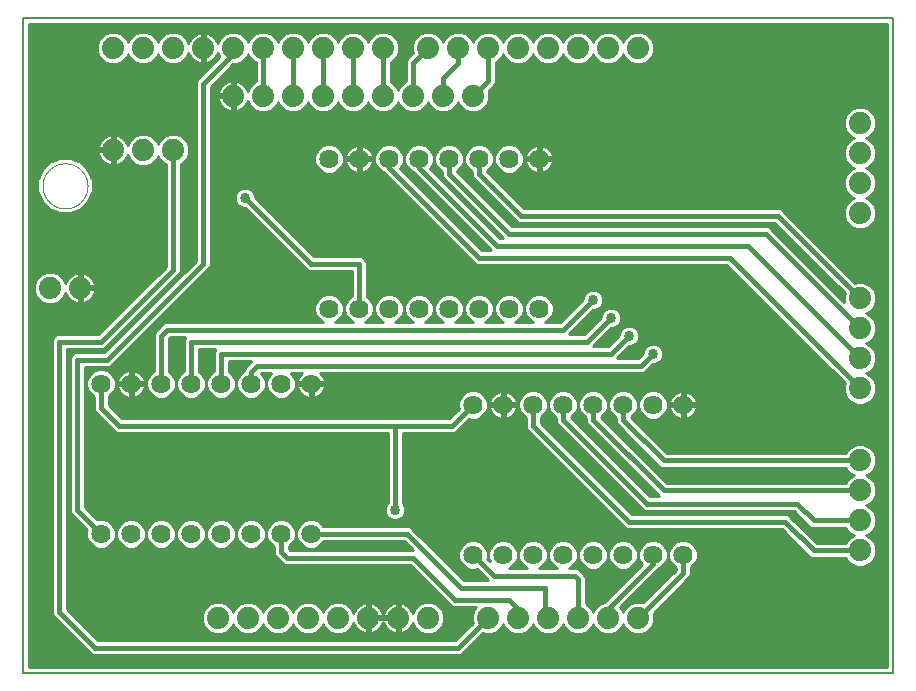
<source format=gtl>
G75*
%MOIN*%
%OFA0B0*%
%FSLAX25Y25*%
%IPPOS*%
%LPD*%
%AMOC8*
5,1,8,0,0,1.08239X$1,22.5*
%
%ADD10C,0.00800*%
%ADD11C,0.00000*%
%ADD12C,0.07400*%
%ADD13C,0.06400*%
%ADD14C,0.01000*%
%ADD15C,0.01600*%
%ADD16C,0.03378*%
D10*
X0072524Y0025500D02*
X0362524Y0025500D01*
X0362524Y0244000D01*
X0072524Y0244000D01*
X0072524Y0025500D01*
D11*
X0079024Y0188000D02*
X0079026Y0188184D01*
X0079033Y0188368D01*
X0079044Y0188552D01*
X0079060Y0188735D01*
X0079080Y0188918D01*
X0079105Y0189100D01*
X0079134Y0189282D01*
X0079168Y0189463D01*
X0079206Y0189643D01*
X0079249Y0189822D01*
X0079296Y0190000D01*
X0079347Y0190177D01*
X0079403Y0190353D01*
X0079462Y0190527D01*
X0079527Y0190699D01*
X0079595Y0190870D01*
X0079667Y0191039D01*
X0079744Y0191207D01*
X0079825Y0191372D01*
X0079910Y0191535D01*
X0079998Y0191697D01*
X0080091Y0191856D01*
X0080188Y0192012D01*
X0080288Y0192167D01*
X0080392Y0192319D01*
X0080500Y0192468D01*
X0080611Y0192614D01*
X0080726Y0192758D01*
X0080845Y0192899D01*
X0080967Y0193037D01*
X0081092Y0193172D01*
X0081221Y0193303D01*
X0081352Y0193432D01*
X0081487Y0193557D01*
X0081625Y0193679D01*
X0081766Y0193798D01*
X0081910Y0193913D01*
X0082056Y0194024D01*
X0082205Y0194132D01*
X0082357Y0194236D01*
X0082512Y0194336D01*
X0082668Y0194433D01*
X0082827Y0194526D01*
X0082989Y0194614D01*
X0083152Y0194699D01*
X0083317Y0194780D01*
X0083485Y0194857D01*
X0083654Y0194929D01*
X0083825Y0194997D01*
X0083997Y0195062D01*
X0084171Y0195121D01*
X0084347Y0195177D01*
X0084524Y0195228D01*
X0084702Y0195275D01*
X0084881Y0195318D01*
X0085061Y0195356D01*
X0085242Y0195390D01*
X0085424Y0195419D01*
X0085606Y0195444D01*
X0085789Y0195464D01*
X0085972Y0195480D01*
X0086156Y0195491D01*
X0086340Y0195498D01*
X0086524Y0195500D01*
X0086708Y0195498D01*
X0086892Y0195491D01*
X0087076Y0195480D01*
X0087259Y0195464D01*
X0087442Y0195444D01*
X0087624Y0195419D01*
X0087806Y0195390D01*
X0087987Y0195356D01*
X0088167Y0195318D01*
X0088346Y0195275D01*
X0088524Y0195228D01*
X0088701Y0195177D01*
X0088877Y0195121D01*
X0089051Y0195062D01*
X0089223Y0194997D01*
X0089394Y0194929D01*
X0089563Y0194857D01*
X0089731Y0194780D01*
X0089896Y0194699D01*
X0090059Y0194614D01*
X0090221Y0194526D01*
X0090380Y0194433D01*
X0090536Y0194336D01*
X0090691Y0194236D01*
X0090843Y0194132D01*
X0090992Y0194024D01*
X0091138Y0193913D01*
X0091282Y0193798D01*
X0091423Y0193679D01*
X0091561Y0193557D01*
X0091696Y0193432D01*
X0091827Y0193303D01*
X0091956Y0193172D01*
X0092081Y0193037D01*
X0092203Y0192899D01*
X0092322Y0192758D01*
X0092437Y0192614D01*
X0092548Y0192468D01*
X0092656Y0192319D01*
X0092760Y0192167D01*
X0092860Y0192012D01*
X0092957Y0191856D01*
X0093050Y0191697D01*
X0093138Y0191535D01*
X0093223Y0191372D01*
X0093304Y0191207D01*
X0093381Y0191039D01*
X0093453Y0190870D01*
X0093521Y0190699D01*
X0093586Y0190527D01*
X0093645Y0190353D01*
X0093701Y0190177D01*
X0093752Y0190000D01*
X0093799Y0189822D01*
X0093842Y0189643D01*
X0093880Y0189463D01*
X0093914Y0189282D01*
X0093943Y0189100D01*
X0093968Y0188918D01*
X0093988Y0188735D01*
X0094004Y0188552D01*
X0094015Y0188368D01*
X0094022Y0188184D01*
X0094024Y0188000D01*
X0094022Y0187816D01*
X0094015Y0187632D01*
X0094004Y0187448D01*
X0093988Y0187265D01*
X0093968Y0187082D01*
X0093943Y0186900D01*
X0093914Y0186718D01*
X0093880Y0186537D01*
X0093842Y0186357D01*
X0093799Y0186178D01*
X0093752Y0186000D01*
X0093701Y0185823D01*
X0093645Y0185647D01*
X0093586Y0185473D01*
X0093521Y0185301D01*
X0093453Y0185130D01*
X0093381Y0184961D01*
X0093304Y0184793D01*
X0093223Y0184628D01*
X0093138Y0184465D01*
X0093050Y0184303D01*
X0092957Y0184144D01*
X0092860Y0183988D01*
X0092760Y0183833D01*
X0092656Y0183681D01*
X0092548Y0183532D01*
X0092437Y0183386D01*
X0092322Y0183242D01*
X0092203Y0183101D01*
X0092081Y0182963D01*
X0091956Y0182828D01*
X0091827Y0182697D01*
X0091696Y0182568D01*
X0091561Y0182443D01*
X0091423Y0182321D01*
X0091282Y0182202D01*
X0091138Y0182087D01*
X0090992Y0181976D01*
X0090843Y0181868D01*
X0090691Y0181764D01*
X0090536Y0181664D01*
X0090380Y0181567D01*
X0090221Y0181474D01*
X0090059Y0181386D01*
X0089896Y0181301D01*
X0089731Y0181220D01*
X0089563Y0181143D01*
X0089394Y0181071D01*
X0089223Y0181003D01*
X0089051Y0180938D01*
X0088877Y0180879D01*
X0088701Y0180823D01*
X0088524Y0180772D01*
X0088346Y0180725D01*
X0088167Y0180682D01*
X0087987Y0180644D01*
X0087806Y0180610D01*
X0087624Y0180581D01*
X0087442Y0180556D01*
X0087259Y0180536D01*
X0087076Y0180520D01*
X0086892Y0180509D01*
X0086708Y0180502D01*
X0086524Y0180500D01*
X0086340Y0180502D01*
X0086156Y0180509D01*
X0085972Y0180520D01*
X0085789Y0180536D01*
X0085606Y0180556D01*
X0085424Y0180581D01*
X0085242Y0180610D01*
X0085061Y0180644D01*
X0084881Y0180682D01*
X0084702Y0180725D01*
X0084524Y0180772D01*
X0084347Y0180823D01*
X0084171Y0180879D01*
X0083997Y0180938D01*
X0083825Y0181003D01*
X0083654Y0181071D01*
X0083485Y0181143D01*
X0083317Y0181220D01*
X0083152Y0181301D01*
X0082989Y0181386D01*
X0082827Y0181474D01*
X0082668Y0181567D01*
X0082512Y0181664D01*
X0082357Y0181764D01*
X0082205Y0181868D01*
X0082056Y0181976D01*
X0081910Y0182087D01*
X0081766Y0182202D01*
X0081625Y0182321D01*
X0081487Y0182443D01*
X0081352Y0182568D01*
X0081221Y0182697D01*
X0081092Y0182828D01*
X0080967Y0182963D01*
X0080845Y0183101D01*
X0080726Y0183242D01*
X0080611Y0183386D01*
X0080500Y0183532D01*
X0080392Y0183681D01*
X0080288Y0183833D01*
X0080188Y0183988D01*
X0080091Y0184144D01*
X0079998Y0184303D01*
X0079910Y0184465D01*
X0079825Y0184628D01*
X0079744Y0184793D01*
X0079667Y0184961D01*
X0079595Y0185130D01*
X0079527Y0185301D01*
X0079462Y0185473D01*
X0079403Y0185647D01*
X0079347Y0185823D01*
X0079296Y0186000D01*
X0079249Y0186178D01*
X0079206Y0186357D01*
X0079168Y0186537D01*
X0079134Y0186718D01*
X0079105Y0186900D01*
X0079080Y0187082D01*
X0079060Y0187265D01*
X0079044Y0187448D01*
X0079033Y0187632D01*
X0079026Y0187816D01*
X0079024Y0188000D01*
D12*
X0102524Y0200000D03*
X0112524Y0200000D03*
X0122524Y0200000D03*
X0142524Y0218000D03*
X0152524Y0218000D03*
X0162524Y0218000D03*
X0172524Y0218000D03*
X0182524Y0218000D03*
X0192524Y0218000D03*
X0202524Y0218000D03*
X0212524Y0218000D03*
X0222524Y0218000D03*
X0227524Y0234000D03*
X0237524Y0234000D03*
X0247524Y0234000D03*
X0257524Y0234000D03*
X0267524Y0234000D03*
X0277524Y0234000D03*
X0217524Y0234000D03*
X0207524Y0234000D03*
X0192524Y0234000D03*
X0182524Y0234000D03*
X0172524Y0234000D03*
X0162524Y0234000D03*
X0152524Y0234000D03*
X0142524Y0234000D03*
X0132524Y0234000D03*
X0122524Y0234000D03*
X0112524Y0234000D03*
X0102524Y0234000D03*
X0091524Y0154000D03*
X0081524Y0154000D03*
X0137524Y0044000D03*
X0147524Y0044000D03*
X0157524Y0044000D03*
X0167524Y0044000D03*
X0177524Y0044000D03*
X0187524Y0044000D03*
X0197524Y0044000D03*
X0207524Y0044000D03*
X0227524Y0044000D03*
X0237524Y0044000D03*
X0247524Y0044000D03*
X0257524Y0044000D03*
X0267524Y0044000D03*
X0277524Y0044000D03*
X0351524Y0066500D03*
X0351524Y0076500D03*
X0351524Y0086500D03*
X0351524Y0096500D03*
X0351524Y0120500D03*
X0351524Y0130500D03*
X0351524Y0140500D03*
X0351524Y0150500D03*
X0351524Y0179000D03*
X0351524Y0189000D03*
X0351524Y0199000D03*
X0351524Y0209000D03*
D13*
X0244524Y0197000D03*
X0234524Y0197000D03*
X0224524Y0197000D03*
X0214524Y0197000D03*
X0204524Y0197000D03*
X0194524Y0197000D03*
X0184524Y0197000D03*
X0174524Y0197000D03*
X0174524Y0147000D03*
X0184524Y0147000D03*
X0194524Y0147000D03*
X0204524Y0147000D03*
X0214524Y0147000D03*
X0224524Y0147000D03*
X0234524Y0147000D03*
X0244524Y0147000D03*
X0242524Y0115000D03*
X0252524Y0115000D03*
X0262524Y0115000D03*
X0272524Y0115000D03*
X0282524Y0115000D03*
X0292524Y0115000D03*
X0232524Y0115000D03*
X0222524Y0115000D03*
X0168524Y0122000D03*
X0158524Y0122000D03*
X0148524Y0122000D03*
X0138524Y0122000D03*
X0128524Y0122000D03*
X0118524Y0122000D03*
X0108524Y0122000D03*
X0098524Y0122000D03*
X0098524Y0072000D03*
X0108524Y0072000D03*
X0118524Y0072000D03*
X0128524Y0072000D03*
X0138524Y0072000D03*
X0148524Y0072000D03*
X0158524Y0072000D03*
X0168524Y0072000D03*
X0222524Y0065000D03*
X0232524Y0065000D03*
X0242524Y0065000D03*
X0252524Y0065000D03*
X0262524Y0065000D03*
X0272524Y0065000D03*
X0282524Y0065000D03*
X0292524Y0065000D03*
D14*
X0297424Y0064939D02*
X0334049Y0064939D01*
X0334607Y0064381D02*
X0335526Y0064000D01*
X0346714Y0064000D01*
X0346946Y0063441D01*
X0348465Y0061922D01*
X0350449Y0061100D01*
X0352598Y0061100D01*
X0354582Y0061922D01*
X0356102Y0063441D01*
X0356924Y0065426D01*
X0356924Y0067574D01*
X0356102Y0069559D01*
X0354582Y0071078D01*
X0353563Y0071500D01*
X0354582Y0071922D01*
X0356102Y0073441D01*
X0356924Y0075426D01*
X0356924Y0077574D01*
X0356102Y0079559D01*
X0354582Y0081078D01*
X0353563Y0081500D01*
X0354582Y0081922D01*
X0356102Y0083441D01*
X0356924Y0085426D01*
X0356924Y0087574D01*
X0356102Y0089559D01*
X0354582Y0091078D01*
X0353563Y0091500D01*
X0354582Y0091922D01*
X0356102Y0093441D01*
X0356924Y0095426D01*
X0356924Y0097574D01*
X0356102Y0099559D01*
X0354582Y0101078D01*
X0352598Y0101900D01*
X0350449Y0101900D01*
X0348465Y0101078D01*
X0346946Y0099559D01*
X0346714Y0099000D01*
X0287059Y0099000D01*
X0275238Y0110821D01*
X0275299Y0110846D01*
X0276678Y0112224D01*
X0277424Y0114025D01*
X0277424Y0115975D01*
X0276678Y0117776D01*
X0275299Y0119154D01*
X0273498Y0119900D01*
X0271549Y0119900D01*
X0269748Y0119154D01*
X0268370Y0117776D01*
X0267624Y0115975D01*
X0267624Y0114025D01*
X0268370Y0112224D01*
X0269748Y0110846D01*
X0270024Y0110732D01*
X0270024Y0109503D01*
X0270404Y0108584D01*
X0271107Y0107881D01*
X0284607Y0094381D01*
X0285526Y0094000D01*
X0346714Y0094000D01*
X0346946Y0093441D01*
X0348465Y0091922D01*
X0349484Y0091500D01*
X0348465Y0091078D01*
X0346946Y0089559D01*
X0346714Y0089000D01*
X0287059Y0089000D01*
X0265238Y0110821D01*
X0265299Y0110846D01*
X0266678Y0112224D01*
X0267424Y0114025D01*
X0267424Y0115975D01*
X0266678Y0117776D01*
X0265299Y0119154D01*
X0263498Y0119900D01*
X0261549Y0119900D01*
X0259748Y0119154D01*
X0258370Y0117776D01*
X0257624Y0115975D01*
X0257624Y0114025D01*
X0258370Y0112224D01*
X0259748Y0110846D01*
X0260024Y0110732D01*
X0260024Y0109503D01*
X0260404Y0108584D01*
X0261107Y0107881D01*
X0284488Y0084500D01*
X0281559Y0084500D01*
X0255238Y0110821D01*
X0255299Y0110846D01*
X0256678Y0112224D01*
X0257424Y0114025D01*
X0257424Y0115975D01*
X0256678Y0117776D01*
X0255299Y0119154D01*
X0253498Y0119900D01*
X0251549Y0119900D01*
X0249748Y0119154D01*
X0248370Y0117776D01*
X0247624Y0115975D01*
X0247624Y0114025D01*
X0248370Y0112224D01*
X0249748Y0110846D01*
X0250024Y0110732D01*
X0250024Y0109503D01*
X0250404Y0108584D01*
X0251107Y0107881D01*
X0279107Y0079881D01*
X0280026Y0079500D01*
X0329488Y0079500D01*
X0334607Y0074381D01*
X0335526Y0074000D01*
X0346714Y0074000D01*
X0346946Y0073441D01*
X0348465Y0071922D01*
X0349484Y0071500D01*
X0348465Y0071078D01*
X0346946Y0069559D01*
X0346714Y0069000D01*
X0337059Y0069000D01*
X0328643Y0077416D01*
X0327940Y0078119D01*
X0327021Y0078500D01*
X0275559Y0078500D01*
X0245024Y0109036D01*
X0245024Y0110732D01*
X0245299Y0110846D01*
X0246678Y0112224D01*
X0247424Y0114025D01*
X0247424Y0115975D01*
X0246678Y0117776D01*
X0245299Y0119154D01*
X0243498Y0119900D01*
X0241549Y0119900D01*
X0239748Y0119154D01*
X0238370Y0117776D01*
X0237624Y0115975D01*
X0237624Y0114025D01*
X0238370Y0112224D01*
X0239748Y0110846D01*
X0240024Y0110732D01*
X0240024Y0107503D01*
X0240404Y0106584D01*
X0241107Y0105881D01*
X0273107Y0073881D01*
X0274026Y0073500D01*
X0325488Y0073500D01*
X0334607Y0064381D01*
X0333051Y0065937D02*
X0297424Y0065937D01*
X0297424Y0065975D02*
X0296678Y0067776D01*
X0295299Y0069154D01*
X0293498Y0069900D01*
X0291549Y0069900D01*
X0289748Y0069154D01*
X0288370Y0067776D01*
X0287624Y0065975D01*
X0287624Y0064025D01*
X0288370Y0062224D01*
X0289748Y0060846D01*
X0290024Y0060732D01*
X0290024Y0060036D01*
X0279157Y0049168D01*
X0278598Y0049400D01*
X0276449Y0049400D01*
X0274465Y0048578D01*
X0272946Y0047059D01*
X0272524Y0046040D01*
X0272102Y0047059D01*
X0271610Y0047551D01*
X0284626Y0060567D01*
X0285299Y0060846D01*
X0286678Y0062224D01*
X0287424Y0064025D01*
X0287424Y0065975D01*
X0286678Y0067776D01*
X0285299Y0069154D01*
X0283498Y0069900D01*
X0281549Y0069900D01*
X0279748Y0069154D01*
X0278370Y0067776D01*
X0277624Y0065975D01*
X0277624Y0064025D01*
X0278370Y0062224D01*
X0278791Y0061803D01*
X0266345Y0049357D01*
X0264465Y0048578D01*
X0262946Y0047059D01*
X0262524Y0046040D01*
X0262102Y0047059D01*
X0260582Y0048578D01*
X0260024Y0048809D01*
X0260024Y0057497D01*
X0259643Y0058416D01*
X0258940Y0059119D01*
X0257940Y0060119D01*
X0257021Y0060500D01*
X0254464Y0060500D01*
X0255299Y0060846D01*
X0256678Y0062224D01*
X0257424Y0064025D01*
X0257424Y0065975D01*
X0256678Y0067776D01*
X0255299Y0069154D01*
X0253498Y0069900D01*
X0251549Y0069900D01*
X0249748Y0069154D01*
X0248370Y0067776D01*
X0247624Y0065975D01*
X0247624Y0064025D01*
X0248370Y0062224D01*
X0249748Y0060846D01*
X0250583Y0060500D01*
X0244464Y0060500D01*
X0245299Y0060846D01*
X0246678Y0062224D01*
X0247424Y0064025D01*
X0247424Y0065975D01*
X0246678Y0067776D01*
X0245299Y0069154D01*
X0243498Y0069900D01*
X0241549Y0069900D01*
X0239748Y0069154D01*
X0238370Y0067776D01*
X0237624Y0065975D01*
X0237624Y0064025D01*
X0238370Y0062224D01*
X0239748Y0060846D01*
X0240583Y0060500D01*
X0234464Y0060500D01*
X0235299Y0060846D01*
X0236678Y0062224D01*
X0237424Y0064025D01*
X0237424Y0065975D01*
X0236678Y0067776D01*
X0235299Y0069154D01*
X0233498Y0069900D01*
X0231549Y0069900D01*
X0229748Y0069154D01*
X0228370Y0067776D01*
X0227624Y0065975D01*
X0227624Y0064025D01*
X0228041Y0063018D01*
X0227309Y0063750D01*
X0227424Y0064025D01*
X0227424Y0065975D01*
X0226678Y0067776D01*
X0225299Y0069154D01*
X0223498Y0069900D01*
X0221549Y0069900D01*
X0219748Y0069154D01*
X0218370Y0067776D01*
X0217624Y0065975D01*
X0217624Y0064025D01*
X0218370Y0062224D01*
X0219748Y0060846D01*
X0221549Y0060100D01*
X0223498Y0060100D01*
X0223774Y0060214D01*
X0227404Y0056584D01*
X0227488Y0056500D01*
X0219559Y0056500D01*
X0202643Y0073416D01*
X0201940Y0074119D01*
X0201021Y0074500D01*
X0172792Y0074500D01*
X0172678Y0074776D01*
X0171299Y0076154D01*
X0169498Y0076900D01*
X0167549Y0076900D01*
X0165748Y0076154D01*
X0164370Y0074776D01*
X0163624Y0072975D01*
X0163624Y0071025D01*
X0164370Y0069224D01*
X0165748Y0067846D01*
X0167549Y0067100D01*
X0169498Y0067100D01*
X0171299Y0067846D01*
X0172678Y0069224D01*
X0172792Y0069500D01*
X0199488Y0069500D01*
X0202488Y0066500D01*
X0161559Y0066500D01*
X0161024Y0067036D01*
X0161024Y0067732D01*
X0161299Y0067846D01*
X0162678Y0069224D01*
X0163424Y0071025D01*
X0163424Y0072975D01*
X0162678Y0074776D01*
X0161299Y0076154D01*
X0159498Y0076900D01*
X0157549Y0076900D01*
X0155748Y0076154D01*
X0154370Y0074776D01*
X0153624Y0072975D01*
X0153624Y0071025D01*
X0154370Y0069224D01*
X0155748Y0067846D01*
X0156024Y0067732D01*
X0156024Y0065503D01*
X0156404Y0064584D01*
X0157107Y0063881D01*
X0159107Y0061881D01*
X0160026Y0061500D01*
X0201488Y0061500D01*
X0215107Y0047881D01*
X0216026Y0047500D01*
X0223387Y0047500D01*
X0222946Y0047059D01*
X0222124Y0045074D01*
X0222124Y0042926D01*
X0222355Y0042367D01*
X0216488Y0036500D01*
X0097559Y0036500D01*
X0087024Y0047036D01*
X0087024Y0133500D01*
X0099021Y0133500D01*
X0099940Y0133881D01*
X0123940Y0157881D01*
X0124643Y0158584D01*
X0125024Y0159503D01*
X0125024Y0195191D01*
X0125582Y0195422D01*
X0127102Y0196941D01*
X0127924Y0198926D01*
X0127924Y0201074D01*
X0127102Y0203059D01*
X0125582Y0204578D01*
X0123598Y0205400D01*
X0121449Y0205400D01*
X0119465Y0204578D01*
X0117946Y0203059D01*
X0117524Y0202040D01*
X0117102Y0203059D01*
X0115582Y0204578D01*
X0113598Y0205400D01*
X0111449Y0205400D01*
X0109465Y0204578D01*
X0107946Y0203059D01*
X0107414Y0201776D01*
X0107343Y0201996D01*
X0106971Y0202725D01*
X0106490Y0203388D01*
X0105911Y0203966D01*
X0105249Y0204447D01*
X0104520Y0204819D01*
X0103741Y0205072D01*
X0103024Y0205186D01*
X0103024Y0200500D01*
X0102024Y0200500D01*
X0102024Y0205186D01*
X0101306Y0205072D01*
X0100528Y0204819D01*
X0099798Y0204447D01*
X0099136Y0203966D01*
X0098557Y0203388D01*
X0098076Y0202725D01*
X0097705Y0201996D01*
X0097452Y0201218D01*
X0097338Y0200500D01*
X0102024Y0200500D01*
X0102024Y0199500D01*
X0103024Y0199500D01*
X0103024Y0194814D01*
X0103741Y0194928D01*
X0104520Y0195181D01*
X0105249Y0195553D01*
X0105911Y0196034D01*
X0106490Y0196612D01*
X0106971Y0197275D01*
X0107343Y0198004D01*
X0107414Y0198224D01*
X0107946Y0196941D01*
X0109465Y0195422D01*
X0111449Y0194600D01*
X0113598Y0194600D01*
X0115582Y0195422D01*
X0117102Y0196941D01*
X0117524Y0197960D01*
X0117946Y0196941D01*
X0119465Y0195422D01*
X0120024Y0195191D01*
X0120024Y0161036D01*
X0097488Y0138500D01*
X0084026Y0138500D01*
X0083107Y0138119D01*
X0082404Y0137416D01*
X0082024Y0136497D01*
X0082024Y0045503D01*
X0082404Y0044584D01*
X0094404Y0032584D01*
X0095107Y0031881D01*
X0096026Y0031500D01*
X0218021Y0031500D01*
X0218940Y0031881D01*
X0225891Y0038831D01*
X0226449Y0038600D01*
X0228598Y0038600D01*
X0230582Y0039422D01*
X0232102Y0040941D01*
X0232524Y0041960D01*
X0232946Y0040941D01*
X0234465Y0039422D01*
X0236449Y0038600D01*
X0238598Y0038600D01*
X0240582Y0039422D01*
X0242102Y0040941D01*
X0242524Y0041960D01*
X0242946Y0040941D01*
X0244465Y0039422D01*
X0246449Y0038600D01*
X0248598Y0038600D01*
X0250582Y0039422D01*
X0252102Y0040941D01*
X0252524Y0041960D01*
X0252946Y0040941D01*
X0254465Y0039422D01*
X0256449Y0038600D01*
X0258598Y0038600D01*
X0260582Y0039422D01*
X0262102Y0040941D01*
X0262524Y0041960D01*
X0262946Y0040941D01*
X0264465Y0039422D01*
X0266449Y0038600D01*
X0268598Y0038600D01*
X0270582Y0039422D01*
X0272102Y0040941D01*
X0272524Y0041960D01*
X0272946Y0040941D01*
X0274465Y0039422D01*
X0276449Y0038600D01*
X0278598Y0038600D01*
X0280582Y0039422D01*
X0282102Y0040941D01*
X0282924Y0042926D01*
X0282924Y0045074D01*
X0282692Y0045633D01*
X0294643Y0057584D01*
X0295024Y0058503D01*
X0295024Y0060732D01*
X0295299Y0060846D01*
X0296678Y0062224D01*
X0297424Y0064025D01*
X0297424Y0065975D01*
X0297025Y0066936D02*
X0332052Y0066936D01*
X0331054Y0067934D02*
X0296519Y0067934D01*
X0295520Y0068933D02*
X0330055Y0068933D01*
X0329057Y0069932D02*
X0206128Y0069932D01*
X0205129Y0070930D02*
X0328058Y0070930D01*
X0327060Y0071929D02*
X0204131Y0071929D01*
X0203132Y0072927D02*
X0326061Y0072927D01*
X0329138Y0076921D02*
X0332067Y0076921D01*
X0333065Y0075923D02*
X0330137Y0075923D01*
X0331135Y0074924D02*
X0334064Y0074924D01*
X0332134Y0073926D02*
X0346745Y0073926D01*
X0347460Y0072927D02*
X0333132Y0072927D01*
X0334131Y0071929D02*
X0348458Y0071929D01*
X0348317Y0070930D02*
X0335129Y0070930D01*
X0336128Y0069932D02*
X0347318Y0069932D01*
X0354730Y0070930D02*
X0360424Y0070930D01*
X0360424Y0069932D02*
X0355729Y0069932D01*
X0356361Y0068933D02*
X0360424Y0068933D01*
X0360424Y0067934D02*
X0356774Y0067934D01*
X0356924Y0066936D02*
X0360424Y0066936D01*
X0360424Y0065937D02*
X0356924Y0065937D01*
X0356722Y0064939D02*
X0360424Y0064939D01*
X0360424Y0063940D02*
X0356308Y0063940D01*
X0355602Y0062942D02*
X0360424Y0062942D01*
X0360424Y0061943D02*
X0354604Y0061943D01*
X0360424Y0060945D02*
X0295398Y0060945D01*
X0295024Y0059946D02*
X0360424Y0059946D01*
X0360424Y0058948D02*
X0295024Y0058948D01*
X0294794Y0057949D02*
X0360424Y0057949D01*
X0360424Y0056951D02*
X0294010Y0056951D01*
X0293012Y0055952D02*
X0360424Y0055952D01*
X0360424Y0054954D02*
X0292013Y0054954D01*
X0291014Y0053955D02*
X0360424Y0053955D01*
X0360424Y0052957D02*
X0290016Y0052957D01*
X0289017Y0051958D02*
X0360424Y0051958D01*
X0360424Y0050960D02*
X0288019Y0050960D01*
X0287020Y0049961D02*
X0360424Y0049961D01*
X0360424Y0048963D02*
X0286022Y0048963D01*
X0285023Y0047964D02*
X0360424Y0047964D01*
X0360424Y0046966D02*
X0284025Y0046966D01*
X0283026Y0045967D02*
X0360424Y0045967D01*
X0360424Y0044969D02*
X0282924Y0044969D01*
X0282924Y0043970D02*
X0360424Y0043970D01*
X0360424Y0042972D02*
X0282924Y0042972D01*
X0282529Y0041973D02*
X0360424Y0041973D01*
X0360424Y0040975D02*
X0282115Y0040975D01*
X0281137Y0039976D02*
X0360424Y0039976D01*
X0360424Y0038978D02*
X0279510Y0038978D01*
X0275538Y0038978D02*
X0269510Y0038978D01*
X0271137Y0039976D02*
X0273911Y0039976D01*
X0272932Y0040975D02*
X0272115Y0040975D01*
X0272140Y0046966D02*
X0272907Y0046966D01*
X0272023Y0047964D02*
X0273851Y0047964D01*
X0273022Y0048963D02*
X0275394Y0048963D01*
X0274020Y0049961D02*
X0279949Y0049961D01*
X0280948Y0050960D02*
X0275019Y0050960D01*
X0276017Y0051958D02*
X0281946Y0051958D01*
X0282945Y0052957D02*
X0277016Y0052957D01*
X0278014Y0053955D02*
X0283943Y0053955D01*
X0284942Y0054954D02*
X0279013Y0054954D01*
X0280012Y0055952D02*
X0285940Y0055952D01*
X0286939Y0056951D02*
X0281010Y0056951D01*
X0282009Y0057949D02*
X0287937Y0057949D01*
X0288936Y0058948D02*
X0283007Y0058948D01*
X0284006Y0059946D02*
X0289935Y0059946D01*
X0289649Y0060945D02*
X0285398Y0060945D01*
X0286397Y0061943D02*
X0288651Y0061943D01*
X0288072Y0062942D02*
X0286975Y0062942D01*
X0287388Y0063940D02*
X0287659Y0063940D01*
X0287624Y0064939D02*
X0287424Y0064939D01*
X0287424Y0065937D02*
X0287624Y0065937D01*
X0288022Y0066936D02*
X0287025Y0066936D01*
X0286519Y0067934D02*
X0288528Y0067934D01*
X0289527Y0068933D02*
X0285520Y0068933D01*
X0279527Y0068933D02*
X0275520Y0068933D01*
X0275299Y0069154D02*
X0276678Y0067776D01*
X0277424Y0065975D01*
X0277424Y0064025D01*
X0276678Y0062224D01*
X0275299Y0060846D01*
X0273498Y0060100D01*
X0271549Y0060100D01*
X0269748Y0060846D01*
X0268370Y0062224D01*
X0267624Y0064025D01*
X0267624Y0065975D01*
X0268370Y0067776D01*
X0269748Y0069154D01*
X0271549Y0069900D01*
X0273498Y0069900D01*
X0275299Y0069154D01*
X0276519Y0067934D02*
X0278528Y0067934D01*
X0278022Y0066936D02*
X0277025Y0066936D01*
X0277424Y0065937D02*
X0277624Y0065937D01*
X0277624Y0064939D02*
X0277424Y0064939D01*
X0277388Y0063940D02*
X0277659Y0063940D01*
X0278072Y0062942D02*
X0276975Y0062942D01*
X0276397Y0061943D02*
X0278651Y0061943D01*
X0277933Y0060945D02*
X0275398Y0060945D01*
X0276935Y0059946D02*
X0258113Y0059946D01*
X0259111Y0058948D02*
X0275936Y0058948D01*
X0274937Y0057949D02*
X0259836Y0057949D01*
X0260024Y0056951D02*
X0273939Y0056951D01*
X0272940Y0055952D02*
X0260024Y0055952D01*
X0260024Y0054954D02*
X0271942Y0054954D01*
X0270943Y0053955D02*
X0260024Y0053955D01*
X0260024Y0052957D02*
X0269945Y0052957D01*
X0268946Y0051958D02*
X0260024Y0051958D01*
X0260024Y0050960D02*
X0267948Y0050960D01*
X0266949Y0049961D02*
X0260024Y0049961D01*
X0260024Y0048963D02*
X0265394Y0048963D01*
X0263851Y0047964D02*
X0261196Y0047964D01*
X0262140Y0046966D02*
X0262907Y0046966D01*
X0262932Y0040975D02*
X0262115Y0040975D01*
X0261137Y0039976D02*
X0263911Y0039976D01*
X0265538Y0038978D02*
X0259510Y0038978D01*
X0255538Y0038978D02*
X0249510Y0038978D01*
X0251137Y0039976D02*
X0253911Y0039976D01*
X0252932Y0040975D02*
X0252115Y0040975D01*
X0245538Y0038978D02*
X0239510Y0038978D01*
X0241137Y0039976D02*
X0243911Y0039976D01*
X0242932Y0040975D02*
X0242115Y0040975D01*
X0235538Y0038978D02*
X0229510Y0038978D01*
X0231137Y0039976D02*
X0233911Y0039976D01*
X0232932Y0040975D02*
X0232115Y0040975D01*
X0225038Y0037979D02*
X0360424Y0037979D01*
X0360424Y0036981D02*
X0224040Y0036981D01*
X0223041Y0035982D02*
X0360424Y0035982D01*
X0360424Y0034984D02*
X0222043Y0034984D01*
X0221044Y0033985D02*
X0360424Y0033985D01*
X0360424Y0032987D02*
X0220046Y0032987D01*
X0219047Y0031988D02*
X0360424Y0031988D01*
X0360424Y0030990D02*
X0074624Y0030990D01*
X0074624Y0031988D02*
X0095000Y0031988D01*
X0094001Y0032987D02*
X0074624Y0032987D01*
X0074624Y0033985D02*
X0093003Y0033985D01*
X0092004Y0034984D02*
X0074624Y0034984D01*
X0074624Y0035982D02*
X0091006Y0035982D01*
X0090007Y0036981D02*
X0074624Y0036981D01*
X0074624Y0037979D02*
X0089009Y0037979D01*
X0088010Y0038978D02*
X0074624Y0038978D01*
X0074624Y0039976D02*
X0087012Y0039976D01*
X0086013Y0040975D02*
X0074624Y0040975D01*
X0074624Y0041973D02*
X0085015Y0041973D01*
X0084016Y0042972D02*
X0074624Y0042972D01*
X0074624Y0043970D02*
X0083018Y0043970D01*
X0082245Y0044969D02*
X0074624Y0044969D01*
X0074624Y0045967D02*
X0082024Y0045967D01*
X0082024Y0046966D02*
X0074624Y0046966D01*
X0074624Y0047964D02*
X0082024Y0047964D01*
X0082024Y0048963D02*
X0074624Y0048963D01*
X0074624Y0049961D02*
X0082024Y0049961D01*
X0082024Y0050960D02*
X0074624Y0050960D01*
X0074624Y0051958D02*
X0082024Y0051958D01*
X0082024Y0052957D02*
X0074624Y0052957D01*
X0074624Y0053955D02*
X0082024Y0053955D01*
X0082024Y0054954D02*
X0074624Y0054954D01*
X0074624Y0055952D02*
X0082024Y0055952D01*
X0082024Y0056951D02*
X0074624Y0056951D01*
X0074624Y0057949D02*
X0082024Y0057949D01*
X0082024Y0058948D02*
X0074624Y0058948D01*
X0074624Y0059946D02*
X0082024Y0059946D01*
X0082024Y0060945D02*
X0074624Y0060945D01*
X0074624Y0061943D02*
X0082024Y0061943D01*
X0082024Y0062942D02*
X0074624Y0062942D01*
X0074624Y0063940D02*
X0082024Y0063940D01*
X0082024Y0064939D02*
X0074624Y0064939D01*
X0074624Y0065937D02*
X0082024Y0065937D01*
X0082024Y0066936D02*
X0074624Y0066936D01*
X0074624Y0067934D02*
X0082024Y0067934D01*
X0082024Y0068933D02*
X0074624Y0068933D01*
X0074624Y0069932D02*
X0082024Y0069932D01*
X0082024Y0070930D02*
X0074624Y0070930D01*
X0074624Y0071929D02*
X0082024Y0071929D01*
X0082024Y0072927D02*
X0074624Y0072927D01*
X0074624Y0073926D02*
X0082024Y0073926D01*
X0082024Y0074924D02*
X0074624Y0074924D01*
X0074624Y0075923D02*
X0082024Y0075923D01*
X0082024Y0076921D02*
X0074624Y0076921D01*
X0074624Y0077920D02*
X0082024Y0077920D01*
X0082024Y0078918D02*
X0074624Y0078918D01*
X0074624Y0079917D02*
X0082024Y0079917D01*
X0082024Y0080915D02*
X0074624Y0080915D01*
X0074624Y0081914D02*
X0082024Y0081914D01*
X0082024Y0082912D02*
X0074624Y0082912D01*
X0074624Y0083911D02*
X0082024Y0083911D01*
X0082024Y0084909D02*
X0074624Y0084909D01*
X0074624Y0085908D02*
X0082024Y0085908D01*
X0082024Y0086906D02*
X0074624Y0086906D01*
X0074624Y0087905D02*
X0082024Y0087905D01*
X0082024Y0088903D02*
X0074624Y0088903D01*
X0074624Y0089902D02*
X0082024Y0089902D01*
X0082024Y0090900D02*
X0074624Y0090900D01*
X0074624Y0091899D02*
X0082024Y0091899D01*
X0082024Y0092897D02*
X0074624Y0092897D01*
X0074624Y0093896D02*
X0082024Y0093896D01*
X0082024Y0094894D02*
X0074624Y0094894D01*
X0074624Y0095893D02*
X0082024Y0095893D01*
X0082024Y0096891D02*
X0074624Y0096891D01*
X0074624Y0097890D02*
X0082024Y0097890D01*
X0082024Y0098888D02*
X0074624Y0098888D01*
X0074624Y0099887D02*
X0082024Y0099887D01*
X0082024Y0100885D02*
X0074624Y0100885D01*
X0074624Y0101884D02*
X0082024Y0101884D01*
X0082024Y0102882D02*
X0074624Y0102882D01*
X0074624Y0103881D02*
X0082024Y0103881D01*
X0082024Y0104879D02*
X0074624Y0104879D01*
X0074624Y0105878D02*
X0082024Y0105878D01*
X0082024Y0106876D02*
X0074624Y0106876D01*
X0074624Y0107875D02*
X0082024Y0107875D01*
X0082024Y0108873D02*
X0074624Y0108873D01*
X0074624Y0109872D02*
X0082024Y0109872D01*
X0082024Y0110870D02*
X0074624Y0110870D01*
X0074624Y0111869D02*
X0082024Y0111869D01*
X0082024Y0112868D02*
X0074624Y0112868D01*
X0074624Y0113866D02*
X0082024Y0113866D01*
X0082024Y0114865D02*
X0074624Y0114865D01*
X0074624Y0115863D02*
X0082024Y0115863D01*
X0082024Y0116862D02*
X0074624Y0116862D01*
X0074624Y0117860D02*
X0082024Y0117860D01*
X0082024Y0118859D02*
X0074624Y0118859D01*
X0074624Y0119857D02*
X0082024Y0119857D01*
X0082024Y0120856D02*
X0074624Y0120856D01*
X0074624Y0121854D02*
X0082024Y0121854D01*
X0082024Y0122853D02*
X0074624Y0122853D01*
X0074624Y0123851D02*
X0082024Y0123851D01*
X0082024Y0124850D02*
X0074624Y0124850D01*
X0074624Y0125848D02*
X0082024Y0125848D01*
X0082024Y0126847D02*
X0074624Y0126847D01*
X0074624Y0127845D02*
X0082024Y0127845D01*
X0082024Y0128844D02*
X0074624Y0128844D01*
X0074624Y0129842D02*
X0082024Y0129842D01*
X0082024Y0130841D02*
X0074624Y0130841D01*
X0074624Y0131839D02*
X0082024Y0131839D01*
X0082024Y0132838D02*
X0074624Y0132838D01*
X0074624Y0133836D02*
X0082024Y0133836D01*
X0082024Y0134835D02*
X0074624Y0134835D01*
X0074624Y0135833D02*
X0082024Y0135833D01*
X0082162Y0136832D02*
X0074624Y0136832D01*
X0074624Y0137830D02*
X0082818Y0137830D01*
X0087024Y0132838D02*
X0099826Y0132838D01*
X0099488Y0132500D02*
X0090026Y0132500D01*
X0089107Y0132119D01*
X0088404Y0131416D01*
X0088024Y0130497D01*
X0088024Y0079503D01*
X0088404Y0078584D01*
X0089107Y0077881D01*
X0093738Y0073250D01*
X0093624Y0072975D01*
X0093624Y0071025D01*
X0094370Y0069224D01*
X0095748Y0067846D01*
X0097549Y0067100D01*
X0099498Y0067100D01*
X0101299Y0067846D01*
X0102678Y0069224D01*
X0103424Y0071025D01*
X0103424Y0072975D01*
X0102678Y0074776D01*
X0101299Y0076154D01*
X0099498Y0076900D01*
X0097549Y0076900D01*
X0097273Y0076786D01*
X0093024Y0081036D01*
X0093024Y0127500D01*
X0101021Y0127500D01*
X0101940Y0127881D01*
X0134643Y0160584D01*
X0135024Y0161503D01*
X0135024Y0220964D01*
X0142659Y0228600D01*
X0143598Y0228600D01*
X0145582Y0229422D01*
X0147102Y0230941D01*
X0147524Y0231960D01*
X0147946Y0230941D01*
X0149465Y0229422D01*
X0150024Y0229191D01*
X0150024Y0222809D01*
X0149465Y0222578D01*
X0147946Y0221059D01*
X0147414Y0219776D01*
X0147343Y0219996D01*
X0146971Y0220725D01*
X0146490Y0221388D01*
X0145911Y0221966D01*
X0145249Y0222447D01*
X0144520Y0222819D01*
X0143741Y0223072D01*
X0143024Y0223186D01*
X0143024Y0218500D01*
X0142024Y0218500D01*
X0142024Y0223186D01*
X0141306Y0223072D01*
X0140528Y0222819D01*
X0139798Y0222447D01*
X0139136Y0221966D01*
X0138557Y0221388D01*
X0138076Y0220725D01*
X0137705Y0219996D01*
X0137452Y0219218D01*
X0137338Y0218500D01*
X0142024Y0218500D01*
X0142024Y0217500D01*
X0143024Y0217500D01*
X0143024Y0212814D01*
X0143741Y0212928D01*
X0144520Y0213181D01*
X0145249Y0213553D01*
X0145911Y0214034D01*
X0146490Y0214612D01*
X0146971Y0215275D01*
X0147343Y0216004D01*
X0147414Y0216224D01*
X0147946Y0214941D01*
X0149465Y0213422D01*
X0151449Y0212600D01*
X0153598Y0212600D01*
X0155582Y0213422D01*
X0157102Y0214941D01*
X0157524Y0215960D01*
X0157946Y0214941D01*
X0159465Y0213422D01*
X0161449Y0212600D01*
X0163598Y0212600D01*
X0165582Y0213422D01*
X0167102Y0214941D01*
X0167524Y0215960D01*
X0167946Y0214941D01*
X0169465Y0213422D01*
X0171449Y0212600D01*
X0173598Y0212600D01*
X0175582Y0213422D01*
X0177102Y0214941D01*
X0177524Y0215960D01*
X0177946Y0214941D01*
X0179465Y0213422D01*
X0181449Y0212600D01*
X0183598Y0212600D01*
X0185582Y0213422D01*
X0187102Y0214941D01*
X0187524Y0215960D01*
X0187946Y0214941D01*
X0189465Y0213422D01*
X0191449Y0212600D01*
X0193598Y0212600D01*
X0195582Y0213422D01*
X0197102Y0214941D01*
X0197524Y0215960D01*
X0197946Y0214941D01*
X0199465Y0213422D01*
X0201449Y0212600D01*
X0203598Y0212600D01*
X0205582Y0213422D01*
X0207102Y0214941D01*
X0207524Y0215960D01*
X0207946Y0214941D01*
X0209465Y0213422D01*
X0211449Y0212600D01*
X0213598Y0212600D01*
X0215582Y0213422D01*
X0217102Y0214941D01*
X0217524Y0215960D01*
X0217946Y0214941D01*
X0219465Y0213422D01*
X0221449Y0212600D01*
X0223598Y0212600D01*
X0225582Y0213422D01*
X0227102Y0214941D01*
X0227924Y0216926D01*
X0227924Y0219074D01*
X0227692Y0219633D01*
X0229643Y0221584D01*
X0230024Y0222503D01*
X0230024Y0229191D01*
X0230582Y0229422D01*
X0232102Y0230941D01*
X0232524Y0231960D01*
X0232946Y0230941D01*
X0234465Y0229422D01*
X0236449Y0228600D01*
X0238598Y0228600D01*
X0240582Y0229422D01*
X0242102Y0230941D01*
X0242524Y0231960D01*
X0242946Y0230941D01*
X0244465Y0229422D01*
X0246449Y0228600D01*
X0248598Y0228600D01*
X0250582Y0229422D01*
X0252102Y0230941D01*
X0252524Y0231960D01*
X0252946Y0230941D01*
X0254465Y0229422D01*
X0256449Y0228600D01*
X0258598Y0228600D01*
X0260582Y0229422D01*
X0262102Y0230941D01*
X0262524Y0231960D01*
X0262946Y0230941D01*
X0264465Y0229422D01*
X0266449Y0228600D01*
X0268598Y0228600D01*
X0270582Y0229422D01*
X0272102Y0230941D01*
X0272524Y0231960D01*
X0272946Y0230941D01*
X0274465Y0229422D01*
X0276449Y0228600D01*
X0278598Y0228600D01*
X0280582Y0229422D01*
X0282102Y0230941D01*
X0282924Y0232926D01*
X0282924Y0235074D01*
X0282102Y0237059D01*
X0280582Y0238578D01*
X0278598Y0239400D01*
X0276449Y0239400D01*
X0274465Y0238578D01*
X0272946Y0237059D01*
X0272524Y0236040D01*
X0272102Y0237059D01*
X0270582Y0238578D01*
X0268598Y0239400D01*
X0266449Y0239400D01*
X0264465Y0238578D01*
X0262946Y0237059D01*
X0262524Y0236040D01*
X0262102Y0237059D01*
X0260582Y0238578D01*
X0258598Y0239400D01*
X0256449Y0239400D01*
X0254465Y0238578D01*
X0252946Y0237059D01*
X0252524Y0236040D01*
X0252102Y0237059D01*
X0250582Y0238578D01*
X0248598Y0239400D01*
X0246449Y0239400D01*
X0244465Y0238578D01*
X0242946Y0237059D01*
X0242524Y0236040D01*
X0242102Y0237059D01*
X0240582Y0238578D01*
X0238598Y0239400D01*
X0236449Y0239400D01*
X0234465Y0238578D01*
X0232946Y0237059D01*
X0232524Y0236040D01*
X0232102Y0237059D01*
X0230582Y0238578D01*
X0228598Y0239400D01*
X0226449Y0239400D01*
X0224465Y0238578D01*
X0222946Y0237059D01*
X0222524Y0236040D01*
X0222102Y0237059D01*
X0220582Y0238578D01*
X0218598Y0239400D01*
X0216449Y0239400D01*
X0214465Y0238578D01*
X0212946Y0237059D01*
X0212524Y0236040D01*
X0212102Y0237059D01*
X0210582Y0238578D01*
X0208598Y0239400D01*
X0206449Y0239400D01*
X0204465Y0238578D01*
X0202946Y0237059D01*
X0202124Y0235074D01*
X0202124Y0232926D01*
X0202355Y0232367D01*
X0201107Y0231119D01*
X0200404Y0230416D01*
X0200024Y0229497D01*
X0200024Y0222809D01*
X0199465Y0222578D01*
X0197946Y0221059D01*
X0197524Y0220040D01*
X0197102Y0221059D01*
X0195582Y0222578D01*
X0195024Y0222809D01*
X0195024Y0229191D01*
X0195582Y0229422D01*
X0197102Y0230941D01*
X0197924Y0232926D01*
X0197924Y0235074D01*
X0197102Y0237059D01*
X0195582Y0238578D01*
X0193598Y0239400D01*
X0191449Y0239400D01*
X0189465Y0238578D01*
X0187946Y0237059D01*
X0187524Y0236040D01*
X0187102Y0237059D01*
X0185582Y0238578D01*
X0183598Y0239400D01*
X0181449Y0239400D01*
X0179465Y0238578D01*
X0177946Y0237059D01*
X0177524Y0236040D01*
X0177102Y0237059D01*
X0175582Y0238578D01*
X0173598Y0239400D01*
X0171449Y0239400D01*
X0169465Y0238578D01*
X0167946Y0237059D01*
X0167524Y0236040D01*
X0167102Y0237059D01*
X0165582Y0238578D01*
X0163598Y0239400D01*
X0161449Y0239400D01*
X0159465Y0238578D01*
X0157946Y0237059D01*
X0157524Y0236040D01*
X0157102Y0237059D01*
X0155582Y0238578D01*
X0153598Y0239400D01*
X0151449Y0239400D01*
X0149465Y0238578D01*
X0147946Y0237059D01*
X0147524Y0236040D01*
X0147102Y0237059D01*
X0145582Y0238578D01*
X0143598Y0239400D01*
X0141449Y0239400D01*
X0139465Y0238578D01*
X0137946Y0237059D01*
X0137414Y0235776D01*
X0137343Y0235996D01*
X0136971Y0236725D01*
X0136490Y0237388D01*
X0135911Y0237966D01*
X0135249Y0238447D01*
X0134520Y0238819D01*
X0133741Y0239072D01*
X0133024Y0239186D01*
X0133024Y0234500D01*
X0132024Y0234500D01*
X0132024Y0239186D01*
X0131306Y0239072D01*
X0130528Y0238819D01*
X0129798Y0238447D01*
X0129136Y0237966D01*
X0128557Y0237388D01*
X0128076Y0236725D01*
X0127705Y0235996D01*
X0127633Y0235776D01*
X0127102Y0237059D01*
X0125582Y0238578D01*
X0123598Y0239400D01*
X0121449Y0239400D01*
X0119465Y0238578D01*
X0117946Y0237059D01*
X0117524Y0236040D01*
X0117102Y0237059D01*
X0115582Y0238578D01*
X0113598Y0239400D01*
X0111449Y0239400D01*
X0109465Y0238578D01*
X0107946Y0237059D01*
X0107524Y0236040D01*
X0107102Y0237059D01*
X0105582Y0238578D01*
X0103598Y0239400D01*
X0101449Y0239400D01*
X0099465Y0238578D01*
X0097946Y0237059D01*
X0097124Y0235074D01*
X0097124Y0232926D01*
X0097946Y0230941D01*
X0099465Y0229422D01*
X0101449Y0228600D01*
X0103598Y0228600D01*
X0105582Y0229422D01*
X0107102Y0230941D01*
X0107524Y0231960D01*
X0107946Y0230941D01*
X0109465Y0229422D01*
X0111449Y0228600D01*
X0113598Y0228600D01*
X0115582Y0229422D01*
X0117102Y0230941D01*
X0117524Y0231960D01*
X0117946Y0230941D01*
X0119465Y0229422D01*
X0121449Y0228600D01*
X0123598Y0228600D01*
X0125582Y0229422D01*
X0127102Y0230941D01*
X0127633Y0232224D01*
X0127705Y0232004D01*
X0128076Y0231275D01*
X0128557Y0230612D01*
X0129136Y0230034D01*
X0129798Y0229553D01*
X0130528Y0229181D01*
X0131306Y0228928D01*
X0132024Y0228814D01*
X0132024Y0233500D01*
X0133024Y0233500D01*
X0133024Y0228814D01*
X0133741Y0228928D01*
X0134520Y0229181D01*
X0135249Y0229553D01*
X0135911Y0230034D01*
X0136490Y0230612D01*
X0136971Y0231275D01*
X0137343Y0232004D01*
X0137414Y0232224D01*
X0137941Y0230953D01*
X0131107Y0224119D01*
X0130404Y0223416D01*
X0130024Y0222497D01*
X0130024Y0163036D01*
X0099488Y0132500D01*
X0099833Y0133836D02*
X0100824Y0133836D01*
X0100894Y0134835D02*
X0101823Y0134835D01*
X0101892Y0135833D02*
X0102821Y0135833D01*
X0102891Y0136832D02*
X0103820Y0136832D01*
X0103889Y0137830D02*
X0104818Y0137830D01*
X0104888Y0138829D02*
X0105817Y0138829D01*
X0105886Y0139827D02*
X0106815Y0139827D01*
X0106885Y0140826D02*
X0107814Y0140826D01*
X0107883Y0141824D02*
X0108812Y0141824D01*
X0108882Y0142823D02*
X0109811Y0142823D01*
X0109881Y0143821D02*
X0110809Y0143821D01*
X0110879Y0144820D02*
X0111808Y0144820D01*
X0111878Y0145818D02*
X0112806Y0145818D01*
X0112876Y0146817D02*
X0113805Y0146817D01*
X0113875Y0147815D02*
X0114803Y0147815D01*
X0114873Y0148814D02*
X0115802Y0148814D01*
X0115872Y0149812D02*
X0116801Y0149812D01*
X0116870Y0150811D02*
X0117799Y0150811D01*
X0117869Y0151809D02*
X0118798Y0151809D01*
X0118867Y0152808D02*
X0119796Y0152808D01*
X0119866Y0153806D02*
X0120795Y0153806D01*
X0120864Y0154805D02*
X0121793Y0154805D01*
X0121863Y0155803D02*
X0122792Y0155803D01*
X0122861Y0156802D02*
X0123790Y0156802D01*
X0123860Y0157801D02*
X0124789Y0157801D01*
X0124732Y0158799D02*
X0125787Y0158799D01*
X0125024Y0159798D02*
X0126786Y0159798D01*
X0127784Y0160796D02*
X0125024Y0160796D01*
X0125024Y0161795D02*
X0128783Y0161795D01*
X0129781Y0162793D02*
X0125024Y0162793D01*
X0125024Y0163792D02*
X0130024Y0163792D01*
X0130024Y0164790D02*
X0125024Y0164790D01*
X0125024Y0165789D02*
X0130024Y0165789D01*
X0130024Y0166787D02*
X0125024Y0166787D01*
X0125024Y0167786D02*
X0130024Y0167786D01*
X0130024Y0168784D02*
X0125024Y0168784D01*
X0125024Y0169783D02*
X0130024Y0169783D01*
X0130024Y0170781D02*
X0125024Y0170781D01*
X0125024Y0171780D02*
X0130024Y0171780D01*
X0130024Y0172778D02*
X0125024Y0172778D01*
X0125024Y0173777D02*
X0130024Y0173777D01*
X0130024Y0174775D02*
X0125024Y0174775D01*
X0125024Y0175774D02*
X0130024Y0175774D01*
X0130024Y0176772D02*
X0125024Y0176772D01*
X0125024Y0177771D02*
X0130024Y0177771D01*
X0130024Y0178769D02*
X0125024Y0178769D01*
X0125024Y0179768D02*
X0130024Y0179768D01*
X0130024Y0180766D02*
X0125024Y0180766D01*
X0125024Y0181765D02*
X0130024Y0181765D01*
X0130024Y0182763D02*
X0125024Y0182763D01*
X0125024Y0183762D02*
X0130024Y0183762D01*
X0130024Y0184760D02*
X0125024Y0184760D01*
X0125024Y0185759D02*
X0130024Y0185759D01*
X0130024Y0186757D02*
X0125024Y0186757D01*
X0125024Y0187756D02*
X0130024Y0187756D01*
X0130024Y0188754D02*
X0125024Y0188754D01*
X0125024Y0189753D02*
X0130024Y0189753D01*
X0130024Y0190751D02*
X0125024Y0190751D01*
X0125024Y0191750D02*
X0130024Y0191750D01*
X0130024Y0192748D02*
X0125024Y0192748D01*
X0125024Y0193747D02*
X0130024Y0193747D01*
X0130024Y0194745D02*
X0125024Y0194745D01*
X0125904Y0195744D02*
X0130024Y0195744D01*
X0130024Y0196742D02*
X0126903Y0196742D01*
X0127433Y0197741D02*
X0130024Y0197741D01*
X0130024Y0198739D02*
X0127846Y0198739D01*
X0127924Y0199738D02*
X0130024Y0199738D01*
X0130024Y0200737D02*
X0127924Y0200737D01*
X0127650Y0201735D02*
X0130024Y0201735D01*
X0130024Y0202734D02*
X0127236Y0202734D01*
X0126428Y0203732D02*
X0130024Y0203732D01*
X0130024Y0204731D02*
X0125214Y0204731D01*
X0130024Y0205729D02*
X0074624Y0205729D01*
X0074624Y0204731D02*
X0100354Y0204731D01*
X0102024Y0204731D02*
X0103024Y0204731D01*
X0103024Y0203732D02*
X0102024Y0203732D01*
X0102024Y0202734D02*
X0103024Y0202734D01*
X0103024Y0201735D02*
X0102024Y0201735D01*
X0102024Y0200737D02*
X0103024Y0200737D01*
X0102024Y0199738D02*
X0074624Y0199738D01*
X0074624Y0200737D02*
X0097375Y0200737D01*
X0097620Y0201735D02*
X0074624Y0201735D01*
X0074624Y0202734D02*
X0098082Y0202734D01*
X0098902Y0203732D02*
X0074624Y0203732D01*
X0074624Y0206728D02*
X0130024Y0206728D01*
X0130024Y0207726D02*
X0074624Y0207726D01*
X0074624Y0208725D02*
X0130024Y0208725D01*
X0130024Y0209723D02*
X0074624Y0209723D01*
X0074624Y0210722D02*
X0130024Y0210722D01*
X0130024Y0211720D02*
X0074624Y0211720D01*
X0074624Y0212719D02*
X0130024Y0212719D01*
X0130024Y0213717D02*
X0074624Y0213717D01*
X0074624Y0214716D02*
X0130024Y0214716D01*
X0130024Y0215714D02*
X0074624Y0215714D01*
X0074624Y0216713D02*
X0130024Y0216713D01*
X0130024Y0217711D02*
X0074624Y0217711D01*
X0074624Y0218710D02*
X0130024Y0218710D01*
X0130024Y0219708D02*
X0074624Y0219708D01*
X0074624Y0220707D02*
X0130024Y0220707D01*
X0130024Y0221705D02*
X0074624Y0221705D01*
X0074624Y0222704D02*
X0130109Y0222704D01*
X0130690Y0223702D02*
X0074624Y0223702D01*
X0074624Y0224701D02*
X0131689Y0224701D01*
X0131107Y0224119D02*
X0131107Y0224119D01*
X0132687Y0225699D02*
X0074624Y0225699D01*
X0074624Y0226698D02*
X0133686Y0226698D01*
X0134684Y0227696D02*
X0074624Y0227696D01*
X0074624Y0228695D02*
X0101221Y0228695D01*
X0099194Y0229693D02*
X0074624Y0229693D01*
X0074624Y0230692D02*
X0098195Y0230692D01*
X0097635Y0231690D02*
X0074624Y0231690D01*
X0074624Y0232689D02*
X0097222Y0232689D01*
X0097124Y0233687D02*
X0074624Y0233687D01*
X0074624Y0234686D02*
X0097124Y0234686D01*
X0097376Y0235684D02*
X0074624Y0235684D01*
X0074624Y0236683D02*
X0097790Y0236683D01*
X0098568Y0237681D02*
X0074624Y0237681D01*
X0074624Y0238680D02*
X0099711Y0238680D01*
X0105336Y0238680D02*
X0109711Y0238680D01*
X0108568Y0237681D02*
X0106479Y0237681D01*
X0107257Y0236683D02*
X0107790Y0236683D01*
X0107635Y0231690D02*
X0107412Y0231690D01*
X0106852Y0230692D02*
X0108195Y0230692D01*
X0109194Y0229693D02*
X0105854Y0229693D01*
X0103827Y0228695D02*
X0111221Y0228695D01*
X0113827Y0228695D02*
X0121221Y0228695D01*
X0119194Y0229693D02*
X0115854Y0229693D01*
X0116852Y0230692D02*
X0118195Y0230692D01*
X0117635Y0231690D02*
X0117412Y0231690D01*
X0117257Y0236683D02*
X0117790Y0236683D01*
X0118568Y0237681D02*
X0116479Y0237681D01*
X0115336Y0238680D02*
X0119711Y0238680D01*
X0125336Y0238680D02*
X0130255Y0238680D01*
X0128851Y0237681D02*
X0126479Y0237681D01*
X0127257Y0236683D02*
X0128055Y0236683D01*
X0132024Y0236683D02*
X0133024Y0236683D01*
X0133024Y0237681D02*
X0132024Y0237681D01*
X0132024Y0238680D02*
X0133024Y0238680D01*
X0134793Y0238680D02*
X0139711Y0238680D01*
X0138568Y0237681D02*
X0136196Y0237681D01*
X0136993Y0236683D02*
X0137790Y0236683D01*
X0133024Y0235684D02*
X0132024Y0235684D01*
X0132024Y0234686D02*
X0133024Y0234686D01*
X0133024Y0232689D02*
X0132024Y0232689D01*
X0132024Y0231690D02*
X0133024Y0231690D01*
X0133024Y0230692D02*
X0132024Y0230692D01*
X0132024Y0229693D02*
X0133024Y0229693D01*
X0135443Y0229693D02*
X0136681Y0229693D01*
X0136548Y0230692D02*
X0137680Y0230692D01*
X0137635Y0231690D02*
X0137183Y0231690D01*
X0135683Y0228695D02*
X0123827Y0228695D01*
X0125854Y0229693D02*
X0129604Y0229693D01*
X0128500Y0230692D02*
X0126852Y0230692D01*
X0127412Y0231690D02*
X0127864Y0231690D01*
X0138760Y0224701D02*
X0150024Y0224701D01*
X0150024Y0225699D02*
X0139758Y0225699D01*
X0140757Y0226698D02*
X0150024Y0226698D01*
X0150024Y0227696D02*
X0141755Y0227696D01*
X0143827Y0228695D02*
X0150024Y0228695D01*
X0149194Y0229693D02*
X0145854Y0229693D01*
X0146852Y0230692D02*
X0148195Y0230692D01*
X0147635Y0231690D02*
X0147412Y0231690D01*
X0147257Y0236683D02*
X0147790Y0236683D01*
X0148568Y0237681D02*
X0146479Y0237681D01*
X0145336Y0238680D02*
X0149711Y0238680D01*
X0155336Y0238680D02*
X0159711Y0238680D01*
X0158568Y0237681D02*
X0156479Y0237681D01*
X0157257Y0236683D02*
X0157790Y0236683D01*
X0165336Y0238680D02*
X0169711Y0238680D01*
X0168568Y0237681D02*
X0166479Y0237681D01*
X0167257Y0236683D02*
X0167790Y0236683D01*
X0175336Y0238680D02*
X0179711Y0238680D01*
X0178568Y0237681D02*
X0176479Y0237681D01*
X0177257Y0236683D02*
X0177790Y0236683D01*
X0185336Y0238680D02*
X0189711Y0238680D01*
X0188568Y0237681D02*
X0186479Y0237681D01*
X0187257Y0236683D02*
X0187790Y0236683D01*
X0195336Y0238680D02*
X0204711Y0238680D01*
X0203568Y0237681D02*
X0196479Y0237681D01*
X0197257Y0236683D02*
X0202790Y0236683D01*
X0202376Y0235684D02*
X0197671Y0235684D01*
X0197924Y0234686D02*
X0202124Y0234686D01*
X0202124Y0233687D02*
X0197924Y0233687D01*
X0197825Y0232689D02*
X0202222Y0232689D01*
X0201678Y0231690D02*
X0197412Y0231690D01*
X0196852Y0230692D02*
X0200680Y0230692D01*
X0201107Y0231119D02*
X0201107Y0231119D01*
X0200105Y0229693D02*
X0195854Y0229693D01*
X0195024Y0228695D02*
X0200024Y0228695D01*
X0200024Y0227696D02*
X0195024Y0227696D01*
X0195024Y0226698D02*
X0200024Y0226698D01*
X0200024Y0225699D02*
X0195024Y0225699D01*
X0195024Y0224701D02*
X0200024Y0224701D01*
X0200024Y0223702D02*
X0195024Y0223702D01*
X0195279Y0222704D02*
X0199769Y0222704D01*
X0198592Y0221705D02*
X0196455Y0221705D01*
X0197247Y0220707D02*
X0197800Y0220707D01*
X0197626Y0215714D02*
X0197422Y0215714D01*
X0196876Y0214716D02*
X0198171Y0214716D01*
X0199170Y0213717D02*
X0195878Y0213717D01*
X0193884Y0212719D02*
X0201163Y0212719D01*
X0203884Y0212719D02*
X0211163Y0212719D01*
X0209170Y0213717D02*
X0205878Y0213717D01*
X0206876Y0214716D02*
X0208171Y0214716D01*
X0207626Y0215714D02*
X0207422Y0215714D01*
X0213884Y0212719D02*
X0221163Y0212719D01*
X0219170Y0213717D02*
X0215878Y0213717D01*
X0216876Y0214716D02*
X0218171Y0214716D01*
X0217626Y0215714D02*
X0217422Y0215714D01*
X0223884Y0212719D02*
X0347606Y0212719D01*
X0346946Y0212059D02*
X0346124Y0210074D01*
X0346124Y0207926D01*
X0346946Y0205941D01*
X0348465Y0204422D01*
X0349484Y0204000D01*
X0348465Y0203578D01*
X0346946Y0202059D01*
X0346124Y0200074D01*
X0346124Y0197926D01*
X0346946Y0195941D01*
X0348465Y0194422D01*
X0349484Y0194000D01*
X0348465Y0193578D01*
X0346946Y0192059D01*
X0346124Y0190074D01*
X0346124Y0187926D01*
X0346946Y0185941D01*
X0348465Y0184422D01*
X0349484Y0184000D01*
X0348465Y0183578D01*
X0346946Y0182059D01*
X0346124Y0180074D01*
X0346124Y0177926D01*
X0346946Y0175941D01*
X0348465Y0174422D01*
X0350449Y0173600D01*
X0352598Y0173600D01*
X0354582Y0174422D01*
X0356102Y0175941D01*
X0356924Y0177926D01*
X0356924Y0180074D01*
X0356102Y0182059D01*
X0354582Y0183578D01*
X0353563Y0184000D01*
X0354582Y0184422D01*
X0356102Y0185941D01*
X0356924Y0187926D01*
X0356924Y0190074D01*
X0356102Y0192059D01*
X0354582Y0193578D01*
X0353563Y0194000D01*
X0354582Y0194422D01*
X0356102Y0195941D01*
X0356924Y0197926D01*
X0356924Y0200074D01*
X0356102Y0202059D01*
X0354582Y0203578D01*
X0353563Y0204000D01*
X0354582Y0204422D01*
X0356102Y0205941D01*
X0356924Y0207926D01*
X0356924Y0210074D01*
X0356102Y0212059D01*
X0354582Y0213578D01*
X0352598Y0214400D01*
X0350449Y0214400D01*
X0348465Y0213578D01*
X0346946Y0212059D01*
X0346805Y0211720D02*
X0135024Y0211720D01*
X0135024Y0210722D02*
X0346392Y0210722D01*
X0346124Y0209723D02*
X0135024Y0209723D01*
X0135024Y0208725D02*
X0346124Y0208725D01*
X0346206Y0207726D02*
X0135024Y0207726D01*
X0135024Y0206728D02*
X0346620Y0206728D01*
X0347158Y0205729D02*
X0135024Y0205729D01*
X0135024Y0204731D02*
X0348156Y0204731D01*
X0348837Y0203732D02*
X0135024Y0203732D01*
X0135024Y0202734D02*
X0347620Y0202734D01*
X0346812Y0201735D02*
X0235897Y0201735D01*
X0235498Y0201900D02*
X0233549Y0201900D01*
X0231748Y0201154D01*
X0230370Y0199776D01*
X0229624Y0197975D01*
X0229624Y0196025D01*
X0230370Y0194224D01*
X0231748Y0192846D01*
X0233549Y0192100D01*
X0235498Y0192100D01*
X0237299Y0192846D01*
X0238678Y0194224D01*
X0239424Y0196025D01*
X0239424Y0197975D01*
X0238678Y0199776D01*
X0237299Y0201154D01*
X0235498Y0201900D01*
X0233151Y0201735D02*
X0225897Y0201735D01*
X0225498Y0201900D02*
X0223549Y0201900D01*
X0221748Y0201154D01*
X0220370Y0199776D01*
X0219624Y0197975D01*
X0219624Y0196025D01*
X0220370Y0194224D01*
X0221748Y0192846D01*
X0222024Y0192732D01*
X0222024Y0191503D01*
X0222404Y0190584D01*
X0236404Y0176584D01*
X0237107Y0175881D01*
X0238026Y0175500D01*
X0322988Y0175500D01*
X0346355Y0152133D01*
X0346124Y0151574D01*
X0346124Y0149436D01*
X0322143Y0173416D01*
X0321440Y0174119D01*
X0320521Y0174500D01*
X0235559Y0174500D01*
X0217238Y0192821D01*
X0217299Y0192846D01*
X0218678Y0194224D01*
X0219424Y0196025D01*
X0219424Y0197975D01*
X0218678Y0199776D01*
X0217299Y0201154D01*
X0215498Y0201900D01*
X0213549Y0201900D01*
X0211748Y0201154D01*
X0210370Y0199776D01*
X0209624Y0197975D01*
X0209624Y0196025D01*
X0210370Y0194224D01*
X0211748Y0192846D01*
X0212024Y0192732D01*
X0212024Y0191503D01*
X0212404Y0190584D01*
X0213107Y0189881D01*
X0232488Y0170500D01*
X0231559Y0170500D01*
X0208256Y0193803D01*
X0208678Y0194224D01*
X0209424Y0196025D01*
X0209424Y0197975D01*
X0208678Y0199776D01*
X0207299Y0201154D01*
X0205498Y0201900D01*
X0203549Y0201900D01*
X0201748Y0201154D01*
X0200370Y0199776D01*
X0199624Y0197975D01*
X0199624Y0196025D01*
X0200370Y0194224D01*
X0201748Y0192846D01*
X0202421Y0192567D01*
X0203107Y0191881D01*
X0228404Y0166584D01*
X0228488Y0166500D01*
X0225559Y0166500D01*
X0198256Y0193803D01*
X0198678Y0194224D01*
X0199424Y0196025D01*
X0199424Y0197975D01*
X0198678Y0199776D01*
X0197299Y0201154D01*
X0195498Y0201900D01*
X0193549Y0201900D01*
X0191748Y0201154D01*
X0190370Y0199776D01*
X0189624Y0197975D01*
X0189624Y0196025D01*
X0190370Y0194224D01*
X0191748Y0192846D01*
X0192421Y0192567D01*
X0193107Y0191881D01*
X0223107Y0161881D01*
X0224026Y0161500D01*
X0306988Y0161500D01*
X0346355Y0122133D01*
X0346124Y0121574D01*
X0346124Y0119426D01*
X0346946Y0117441D01*
X0348465Y0115922D01*
X0350449Y0115100D01*
X0352598Y0115100D01*
X0354582Y0115922D01*
X0356102Y0117441D01*
X0356924Y0119426D01*
X0356924Y0121574D01*
X0356102Y0123559D01*
X0354582Y0125078D01*
X0353563Y0125500D01*
X0354582Y0125922D01*
X0356102Y0127441D01*
X0356924Y0129426D01*
X0356924Y0131574D01*
X0356102Y0133559D01*
X0354582Y0135078D01*
X0353563Y0135500D01*
X0354582Y0135922D01*
X0356102Y0137441D01*
X0356924Y0139426D01*
X0356924Y0141574D01*
X0356102Y0143559D01*
X0354582Y0145078D01*
X0353563Y0145500D01*
X0354582Y0145922D01*
X0356102Y0147441D01*
X0356924Y0149426D01*
X0356924Y0151574D01*
X0356102Y0153559D01*
X0354582Y0155078D01*
X0352598Y0155900D01*
X0350449Y0155900D01*
X0349891Y0155669D01*
X0326143Y0179416D01*
X0325440Y0180119D01*
X0324521Y0180500D01*
X0239559Y0180500D01*
X0227238Y0192821D01*
X0227299Y0192846D01*
X0228678Y0194224D01*
X0229424Y0196025D01*
X0229424Y0197975D01*
X0228678Y0199776D01*
X0227299Y0201154D01*
X0225498Y0201900D01*
X0223151Y0201735D02*
X0215897Y0201735D01*
X0217717Y0200737D02*
X0221330Y0200737D01*
X0220354Y0199738D02*
X0218693Y0199738D01*
X0219107Y0198739D02*
X0219940Y0198739D01*
X0219624Y0197741D02*
X0219424Y0197741D01*
X0219424Y0196742D02*
X0219624Y0196742D01*
X0219740Y0195744D02*
X0219307Y0195744D01*
X0218893Y0194745D02*
X0220154Y0194745D01*
X0220847Y0193747D02*
X0218200Y0193747D01*
X0217311Y0192748D02*
X0221984Y0192748D01*
X0222024Y0191750D02*
X0218309Y0191750D01*
X0219308Y0190751D02*
X0222335Y0190751D01*
X0223235Y0189753D02*
X0220306Y0189753D01*
X0221305Y0188754D02*
X0224234Y0188754D01*
X0225232Y0187756D02*
X0222303Y0187756D01*
X0223302Y0186757D02*
X0226231Y0186757D01*
X0227229Y0185759D02*
X0224300Y0185759D01*
X0225299Y0184760D02*
X0228228Y0184760D01*
X0229226Y0183762D02*
X0226297Y0183762D01*
X0227296Y0182763D02*
X0230225Y0182763D01*
X0231223Y0181765D02*
X0228294Y0181765D01*
X0229293Y0180766D02*
X0232222Y0180766D01*
X0233220Y0179768D02*
X0230291Y0179768D01*
X0231290Y0178769D02*
X0234219Y0178769D01*
X0235217Y0177771D02*
X0232288Y0177771D01*
X0233287Y0176772D02*
X0236216Y0176772D01*
X0237366Y0175774D02*
X0234285Y0175774D01*
X0235284Y0174775D02*
X0323713Y0174775D01*
X0324711Y0173777D02*
X0321782Y0173777D01*
X0322781Y0172778D02*
X0325710Y0172778D01*
X0326708Y0171780D02*
X0323779Y0171780D01*
X0324778Y0170781D02*
X0327707Y0170781D01*
X0328705Y0169783D02*
X0325776Y0169783D01*
X0326775Y0168784D02*
X0329704Y0168784D01*
X0330702Y0167786D02*
X0327774Y0167786D01*
X0328772Y0166787D02*
X0331701Y0166787D01*
X0332699Y0165789D02*
X0329771Y0165789D01*
X0330769Y0164790D02*
X0333698Y0164790D01*
X0334696Y0163792D02*
X0331768Y0163792D01*
X0332766Y0162793D02*
X0335695Y0162793D01*
X0336694Y0161795D02*
X0333765Y0161795D01*
X0334763Y0160796D02*
X0337692Y0160796D01*
X0338691Y0159798D02*
X0335762Y0159798D01*
X0336760Y0158799D02*
X0339689Y0158799D01*
X0340688Y0157801D02*
X0337759Y0157801D01*
X0338757Y0156802D02*
X0341686Y0156802D01*
X0342685Y0155803D02*
X0339756Y0155803D01*
X0340754Y0154805D02*
X0343683Y0154805D01*
X0344682Y0153806D02*
X0341753Y0153806D01*
X0342751Y0152808D02*
X0345680Y0152808D01*
X0346221Y0151809D02*
X0343750Y0151809D01*
X0344748Y0150811D02*
X0346124Y0150811D01*
X0346124Y0149812D02*
X0345747Y0149812D01*
X0349756Y0155803D02*
X0350217Y0155803D01*
X0348757Y0156802D02*
X0360424Y0156802D01*
X0360424Y0155803D02*
X0352831Y0155803D01*
X0354855Y0154805D02*
X0360424Y0154805D01*
X0360424Y0153806D02*
X0355854Y0153806D01*
X0356413Y0152808D02*
X0360424Y0152808D01*
X0360424Y0151809D02*
X0356826Y0151809D01*
X0356924Y0150811D02*
X0360424Y0150811D01*
X0360424Y0149812D02*
X0356924Y0149812D01*
X0356670Y0148814D02*
X0360424Y0148814D01*
X0360424Y0147815D02*
X0356257Y0147815D01*
X0355477Y0146817D02*
X0360424Y0146817D01*
X0360424Y0145818D02*
X0354332Y0145818D01*
X0354840Y0144820D02*
X0360424Y0144820D01*
X0360424Y0143821D02*
X0355839Y0143821D01*
X0356406Y0142823D02*
X0360424Y0142823D01*
X0360424Y0141824D02*
X0356820Y0141824D01*
X0356924Y0140826D02*
X0360424Y0140826D01*
X0360424Y0139827D02*
X0356924Y0139827D01*
X0356676Y0138829D02*
X0360424Y0138829D01*
X0360424Y0137830D02*
X0356263Y0137830D01*
X0355492Y0136832D02*
X0360424Y0136832D01*
X0360424Y0135833D02*
X0354368Y0135833D01*
X0354826Y0134835D02*
X0360424Y0134835D01*
X0360424Y0133836D02*
X0355824Y0133836D01*
X0356400Y0132838D02*
X0360424Y0132838D01*
X0360424Y0131839D02*
X0356814Y0131839D01*
X0356924Y0130841D02*
X0360424Y0130841D01*
X0360424Y0129842D02*
X0356924Y0129842D01*
X0356682Y0128844D02*
X0360424Y0128844D01*
X0360424Y0127845D02*
X0356269Y0127845D01*
X0355507Y0126847D02*
X0360424Y0126847D01*
X0360424Y0125848D02*
X0354404Y0125848D01*
X0354811Y0124850D02*
X0360424Y0124850D01*
X0360424Y0123851D02*
X0355809Y0123851D01*
X0356394Y0122853D02*
X0360424Y0122853D01*
X0360424Y0121854D02*
X0356808Y0121854D01*
X0356924Y0120856D02*
X0360424Y0120856D01*
X0360424Y0119857D02*
X0356924Y0119857D01*
X0356689Y0118859D02*
X0360424Y0118859D01*
X0360424Y0117860D02*
X0356275Y0117860D01*
X0355522Y0116862D02*
X0360424Y0116862D01*
X0360424Y0115863D02*
X0354440Y0115863D01*
X0360424Y0114865D02*
X0293024Y0114865D01*
X0293024Y0114500D02*
X0293024Y0115500D01*
X0297203Y0115500D01*
X0297108Y0116101D01*
X0296879Y0116804D01*
X0296543Y0117463D01*
X0296109Y0118062D01*
X0295585Y0118585D01*
X0294987Y0119020D01*
X0294328Y0119356D01*
X0293624Y0119584D01*
X0293024Y0119679D01*
X0293024Y0115500D01*
X0292024Y0115500D01*
X0292024Y0119679D01*
X0291423Y0119584D01*
X0290719Y0119356D01*
X0290060Y0119020D01*
X0289462Y0118585D01*
X0288939Y0118062D01*
X0288504Y0117463D01*
X0288168Y0116804D01*
X0287939Y0116101D01*
X0287844Y0115500D01*
X0292024Y0115500D01*
X0292024Y0114500D01*
X0293024Y0114500D01*
X0297203Y0114500D01*
X0297108Y0113899D01*
X0296879Y0113196D01*
X0296543Y0112537D01*
X0296109Y0111938D01*
X0295585Y0111415D01*
X0294987Y0110980D01*
X0294328Y0110644D01*
X0293624Y0110416D01*
X0293024Y0110321D01*
X0293024Y0114500D01*
X0293024Y0113866D02*
X0292024Y0113866D01*
X0292024Y0114500D02*
X0292024Y0110321D01*
X0291423Y0110416D01*
X0290719Y0110644D01*
X0290060Y0110980D01*
X0289462Y0111415D01*
X0288939Y0111938D01*
X0288504Y0112537D01*
X0288168Y0113196D01*
X0287939Y0113899D01*
X0287844Y0114500D01*
X0292024Y0114500D01*
X0292024Y0114865D02*
X0287424Y0114865D01*
X0287424Y0114025D02*
X0287424Y0115975D01*
X0286678Y0117776D01*
X0285299Y0119154D01*
X0283498Y0119900D01*
X0281549Y0119900D01*
X0279748Y0119154D01*
X0278370Y0117776D01*
X0277624Y0115975D01*
X0277624Y0114025D01*
X0278370Y0112224D01*
X0279748Y0110846D01*
X0281549Y0110100D01*
X0283498Y0110100D01*
X0285299Y0110846D01*
X0286678Y0112224D01*
X0287424Y0114025D01*
X0287358Y0113866D02*
X0287950Y0113866D01*
X0288335Y0112868D02*
X0286944Y0112868D01*
X0286322Y0111869D02*
X0289008Y0111869D01*
X0290276Y0110870D02*
X0285324Y0110870D01*
X0279723Y0110870D02*
X0275324Y0110870D01*
X0276187Y0109872D02*
X0360424Y0109872D01*
X0360424Y0110870D02*
X0294772Y0110870D01*
X0296039Y0111869D02*
X0360424Y0111869D01*
X0360424Y0112868D02*
X0296712Y0112868D01*
X0297097Y0113866D02*
X0360424Y0113866D01*
X0360424Y0108873D02*
X0277186Y0108873D01*
X0278184Y0107875D02*
X0360424Y0107875D01*
X0360424Y0106876D02*
X0279183Y0106876D01*
X0280181Y0105878D02*
X0360424Y0105878D01*
X0360424Y0104879D02*
X0281180Y0104879D01*
X0282178Y0103881D02*
X0360424Y0103881D01*
X0360424Y0102882D02*
X0283177Y0102882D01*
X0284175Y0101884D02*
X0350411Y0101884D01*
X0352637Y0101884D02*
X0360424Y0101884D01*
X0360424Y0100885D02*
X0354775Y0100885D01*
X0355773Y0099887D02*
X0360424Y0099887D01*
X0360424Y0098888D02*
X0356379Y0098888D01*
X0356793Y0097890D02*
X0360424Y0097890D01*
X0360424Y0096891D02*
X0356924Y0096891D01*
X0356924Y0095893D02*
X0360424Y0095893D01*
X0360424Y0094894D02*
X0356703Y0094894D01*
X0356290Y0093896D02*
X0360424Y0093896D01*
X0360424Y0092897D02*
X0355558Y0092897D01*
X0354526Y0091899D02*
X0360424Y0091899D01*
X0360424Y0090900D02*
X0354760Y0090900D01*
X0355759Y0089902D02*
X0360424Y0089902D01*
X0360424Y0088903D02*
X0356373Y0088903D01*
X0356787Y0087905D02*
X0360424Y0087905D01*
X0360424Y0086906D02*
X0356924Y0086906D01*
X0356924Y0085908D02*
X0360424Y0085908D01*
X0360424Y0084909D02*
X0356710Y0084909D01*
X0356296Y0083911D02*
X0360424Y0083911D01*
X0360424Y0082912D02*
X0355573Y0082912D01*
X0354562Y0081914D02*
X0360424Y0081914D01*
X0360424Y0080915D02*
X0354745Y0080915D01*
X0355744Y0079917D02*
X0360424Y0079917D01*
X0360424Y0078918D02*
X0356367Y0078918D01*
X0356781Y0077920D02*
X0360424Y0077920D01*
X0360424Y0076921D02*
X0356924Y0076921D01*
X0356924Y0075923D02*
X0360424Y0075923D01*
X0360424Y0074924D02*
X0356716Y0074924D01*
X0356302Y0073926D02*
X0360424Y0073926D01*
X0360424Y0072927D02*
X0355587Y0072927D01*
X0354589Y0071929D02*
X0360424Y0071929D01*
X0347445Y0062942D02*
X0296975Y0062942D01*
X0297388Y0063940D02*
X0346739Y0063940D01*
X0348443Y0061943D02*
X0296397Y0061943D01*
X0273063Y0073926D02*
X0202134Y0073926D01*
X0198443Y0077127D02*
X0199397Y0078080D01*
X0199913Y0079326D01*
X0199913Y0080674D01*
X0199397Y0081920D01*
X0199024Y0082293D01*
X0199024Y0105500D01*
X0216021Y0105500D01*
X0216940Y0105881D01*
X0217643Y0106584D01*
X0221273Y0110214D01*
X0221549Y0110100D01*
X0223498Y0110100D01*
X0225299Y0110846D01*
X0226678Y0112224D01*
X0227424Y0114025D01*
X0227424Y0115975D01*
X0226678Y0117776D01*
X0225299Y0119154D01*
X0223498Y0119900D01*
X0221549Y0119900D01*
X0219748Y0119154D01*
X0218370Y0117776D01*
X0217624Y0115975D01*
X0217624Y0114025D01*
X0217738Y0113750D01*
X0214488Y0110500D01*
X0105559Y0110500D01*
X0101024Y0115036D01*
X0101024Y0117732D01*
X0101299Y0117846D01*
X0102678Y0119224D01*
X0103424Y0121025D01*
X0103424Y0122975D01*
X0102678Y0124776D01*
X0101299Y0126154D01*
X0099498Y0126900D01*
X0097549Y0126900D01*
X0095748Y0126154D01*
X0094370Y0124776D01*
X0093624Y0122975D01*
X0093624Y0121025D01*
X0094370Y0119224D01*
X0095748Y0117846D01*
X0096024Y0117732D01*
X0096024Y0113503D01*
X0096404Y0112584D01*
X0097107Y0111881D01*
X0103107Y0105881D01*
X0104026Y0105500D01*
X0194024Y0105500D01*
X0194024Y0082293D01*
X0193651Y0081920D01*
X0193135Y0080674D01*
X0193135Y0079326D01*
X0193651Y0078080D01*
X0194604Y0077127D01*
X0195850Y0076611D01*
X0197198Y0076611D01*
X0198443Y0077127D01*
X0197946Y0076921D02*
X0270067Y0076921D01*
X0271065Y0075923D02*
X0171531Y0075923D01*
X0172529Y0074924D02*
X0272064Y0074924D01*
X0269068Y0077920D02*
X0199236Y0077920D01*
X0199744Y0078918D02*
X0268070Y0078918D01*
X0267071Y0079917D02*
X0199913Y0079917D01*
X0199813Y0080915D02*
X0266073Y0080915D01*
X0265074Y0081914D02*
X0199399Y0081914D01*
X0199024Y0082912D02*
X0264076Y0082912D01*
X0263077Y0083911D02*
X0199024Y0083911D01*
X0199024Y0084909D02*
X0262079Y0084909D01*
X0261080Y0085908D02*
X0199024Y0085908D01*
X0199024Y0086906D02*
X0260082Y0086906D01*
X0259083Y0087905D02*
X0199024Y0087905D01*
X0199024Y0088903D02*
X0258085Y0088903D01*
X0257086Y0089902D02*
X0199024Y0089902D01*
X0199024Y0090900D02*
X0256088Y0090900D01*
X0255089Y0091899D02*
X0199024Y0091899D01*
X0199024Y0092897D02*
X0254091Y0092897D01*
X0253092Y0093896D02*
X0199024Y0093896D01*
X0199024Y0094894D02*
X0252094Y0094894D01*
X0251095Y0095893D02*
X0199024Y0095893D01*
X0199024Y0096891D02*
X0250097Y0096891D01*
X0249098Y0097890D02*
X0199024Y0097890D01*
X0199024Y0098888D02*
X0248100Y0098888D01*
X0247101Y0099887D02*
X0199024Y0099887D01*
X0199024Y0100885D02*
X0246103Y0100885D01*
X0245104Y0101884D02*
X0199024Y0101884D01*
X0199024Y0102882D02*
X0244106Y0102882D01*
X0243107Y0103881D02*
X0199024Y0103881D01*
X0199024Y0104879D02*
X0242109Y0104879D01*
X0241110Y0105878D02*
X0216933Y0105878D01*
X0217936Y0106876D02*
X0240283Y0106876D01*
X0240024Y0107875D02*
X0218934Y0107875D01*
X0219933Y0108873D02*
X0240024Y0108873D01*
X0240024Y0109872D02*
X0220931Y0109872D01*
X0225324Y0110870D02*
X0230276Y0110870D01*
X0230060Y0110980D02*
X0230719Y0110644D01*
X0231423Y0110416D01*
X0232024Y0110321D01*
X0232024Y0114500D01*
X0233024Y0114500D01*
X0233024Y0115500D01*
X0237203Y0115500D01*
X0237108Y0116101D01*
X0236879Y0116804D01*
X0236543Y0117463D01*
X0236109Y0118062D01*
X0235585Y0118585D01*
X0234987Y0119020D01*
X0234328Y0119356D01*
X0233624Y0119584D01*
X0233024Y0119679D01*
X0233024Y0115500D01*
X0232024Y0115500D01*
X0232024Y0119679D01*
X0231423Y0119584D01*
X0230719Y0119356D01*
X0230060Y0119020D01*
X0229462Y0118585D01*
X0228939Y0118062D01*
X0228504Y0117463D01*
X0228168Y0116804D01*
X0227939Y0116101D01*
X0227844Y0115500D01*
X0232024Y0115500D01*
X0232024Y0114500D01*
X0227844Y0114500D01*
X0227939Y0113899D01*
X0228168Y0113196D01*
X0228504Y0112537D01*
X0228939Y0111938D01*
X0229462Y0111415D01*
X0230060Y0110980D01*
X0229008Y0111869D02*
X0226322Y0111869D01*
X0226944Y0112868D02*
X0228335Y0112868D01*
X0227950Y0113866D02*
X0227358Y0113866D01*
X0227424Y0114865D02*
X0232024Y0114865D01*
X0232024Y0115863D02*
X0233024Y0115863D01*
X0233024Y0114865D02*
X0237624Y0114865D01*
X0237203Y0114500D02*
X0233024Y0114500D01*
X0233024Y0110321D01*
X0233624Y0110416D01*
X0234328Y0110644D01*
X0234987Y0110980D01*
X0235585Y0111415D01*
X0236109Y0111938D01*
X0236543Y0112537D01*
X0236879Y0113196D01*
X0237108Y0113899D01*
X0237203Y0114500D01*
X0237097Y0113866D02*
X0237690Y0113866D01*
X0238103Y0112868D02*
X0236712Y0112868D01*
X0236039Y0111869D02*
X0238725Y0111869D01*
X0239723Y0110870D02*
X0234772Y0110870D01*
X0233024Y0110870D02*
X0232024Y0110870D01*
X0232024Y0111869D02*
X0233024Y0111869D01*
X0233024Y0112868D02*
X0232024Y0112868D01*
X0232024Y0113866D02*
X0233024Y0113866D01*
X0233024Y0116862D02*
X0232024Y0116862D01*
X0232024Y0117860D02*
X0233024Y0117860D01*
X0233024Y0118859D02*
X0232024Y0118859D01*
X0229838Y0118859D02*
X0225595Y0118859D01*
X0226593Y0117860D02*
X0228792Y0117860D01*
X0228197Y0116862D02*
X0227056Y0116862D01*
X0227424Y0115863D02*
X0227902Y0115863D01*
X0223602Y0119857D02*
X0241445Y0119857D01*
X0243602Y0119857D02*
X0251445Y0119857D01*
X0253602Y0119857D02*
X0261445Y0119857D01*
X0263602Y0119857D02*
X0271445Y0119857D01*
X0273602Y0119857D02*
X0281445Y0119857D01*
X0283602Y0119857D02*
X0346124Y0119857D01*
X0346124Y0120856D02*
X0173094Y0120856D01*
X0173108Y0120899D02*
X0173203Y0121500D01*
X0169024Y0121500D01*
X0169024Y0122500D01*
X0173203Y0122500D01*
X0173108Y0123101D01*
X0172879Y0123804D01*
X0172543Y0124463D01*
X0172109Y0125062D01*
X0171670Y0125500D01*
X0279021Y0125500D01*
X0279940Y0125881D01*
X0280643Y0126584D01*
X0282670Y0128611D01*
X0283198Y0128611D01*
X0284443Y0129127D01*
X0285397Y0130080D01*
X0285913Y0131326D01*
X0285913Y0132674D01*
X0285397Y0133920D01*
X0284443Y0134873D01*
X0283198Y0135389D01*
X0281850Y0135389D01*
X0280604Y0134873D01*
X0279651Y0133920D01*
X0279135Y0132674D01*
X0279135Y0132147D01*
X0277488Y0130500D01*
X0270559Y0130500D01*
X0270643Y0130584D01*
X0274670Y0134611D01*
X0275198Y0134611D01*
X0276443Y0135127D01*
X0277397Y0136080D01*
X0277913Y0137326D01*
X0277913Y0138674D01*
X0277397Y0139920D01*
X0276443Y0140873D01*
X0275198Y0141389D01*
X0273850Y0141389D01*
X0272604Y0140873D01*
X0271651Y0139920D01*
X0271135Y0138674D01*
X0271135Y0138147D01*
X0267488Y0134500D01*
X0262559Y0134500D01*
X0262643Y0134584D01*
X0268670Y0140611D01*
X0269198Y0140611D01*
X0270443Y0141127D01*
X0271397Y0142080D01*
X0271913Y0143326D01*
X0271913Y0144674D01*
X0271397Y0145920D01*
X0270443Y0146873D01*
X0269198Y0147389D01*
X0267850Y0147389D01*
X0266604Y0146873D01*
X0265651Y0145920D01*
X0265135Y0144674D01*
X0265135Y0144147D01*
X0259488Y0138500D01*
X0254559Y0138500D01*
X0262670Y0146611D01*
X0263198Y0146611D01*
X0264443Y0147127D01*
X0265397Y0148080D01*
X0265913Y0149326D01*
X0265913Y0150674D01*
X0265397Y0151920D01*
X0264443Y0152873D01*
X0263198Y0153389D01*
X0261850Y0153389D01*
X0260604Y0152873D01*
X0259651Y0151920D01*
X0259135Y0150674D01*
X0259135Y0150147D01*
X0251488Y0142500D01*
X0246464Y0142500D01*
X0247299Y0142846D01*
X0248678Y0144224D01*
X0249424Y0146025D01*
X0249424Y0147975D01*
X0248678Y0149776D01*
X0247299Y0151154D01*
X0245498Y0151900D01*
X0243549Y0151900D01*
X0241748Y0151154D01*
X0240370Y0149776D01*
X0239624Y0147975D01*
X0239624Y0146025D01*
X0240370Y0144224D01*
X0241748Y0142846D01*
X0242583Y0142500D01*
X0236464Y0142500D01*
X0237299Y0142846D01*
X0238678Y0144224D01*
X0239424Y0146025D01*
X0239424Y0147975D01*
X0238678Y0149776D01*
X0237299Y0151154D01*
X0235498Y0151900D01*
X0233549Y0151900D01*
X0231748Y0151154D01*
X0230370Y0149776D01*
X0229624Y0147975D01*
X0229624Y0146025D01*
X0230370Y0144224D01*
X0231748Y0142846D01*
X0232583Y0142500D01*
X0226464Y0142500D01*
X0227299Y0142846D01*
X0228678Y0144224D01*
X0229424Y0146025D01*
X0229424Y0147975D01*
X0228678Y0149776D01*
X0227299Y0151154D01*
X0225498Y0151900D01*
X0223549Y0151900D01*
X0221748Y0151154D01*
X0220370Y0149776D01*
X0219624Y0147975D01*
X0219624Y0146025D01*
X0220370Y0144224D01*
X0221748Y0142846D01*
X0222583Y0142500D01*
X0216464Y0142500D01*
X0217299Y0142846D01*
X0218678Y0144224D01*
X0219424Y0146025D01*
X0219424Y0147975D01*
X0218678Y0149776D01*
X0217299Y0151154D01*
X0215498Y0151900D01*
X0213549Y0151900D01*
X0211748Y0151154D01*
X0210370Y0149776D01*
X0209624Y0147975D01*
X0209624Y0146025D01*
X0210370Y0144224D01*
X0211748Y0142846D01*
X0212583Y0142500D01*
X0206464Y0142500D01*
X0207299Y0142846D01*
X0208678Y0144224D01*
X0209424Y0146025D01*
X0209424Y0147975D01*
X0208678Y0149776D01*
X0207299Y0151154D01*
X0205498Y0151900D01*
X0203549Y0151900D01*
X0201748Y0151154D01*
X0200370Y0149776D01*
X0199624Y0147975D01*
X0199624Y0146025D01*
X0200370Y0144224D01*
X0201748Y0142846D01*
X0202583Y0142500D01*
X0196464Y0142500D01*
X0197299Y0142846D01*
X0198678Y0144224D01*
X0199424Y0146025D01*
X0199424Y0147975D01*
X0198678Y0149776D01*
X0197299Y0151154D01*
X0195498Y0151900D01*
X0193549Y0151900D01*
X0191748Y0151154D01*
X0190370Y0149776D01*
X0189624Y0147975D01*
X0189624Y0146025D01*
X0190370Y0144224D01*
X0191748Y0142846D01*
X0192583Y0142500D01*
X0186464Y0142500D01*
X0187299Y0142846D01*
X0188678Y0144224D01*
X0189424Y0146025D01*
X0189424Y0147975D01*
X0188678Y0149776D01*
X0187299Y0151154D01*
X0187024Y0151268D01*
X0187024Y0162497D01*
X0186643Y0163416D01*
X0185940Y0164119D01*
X0185021Y0164500D01*
X0169559Y0164500D01*
X0149913Y0184147D01*
X0149913Y0184674D01*
X0149397Y0185920D01*
X0148443Y0186873D01*
X0147198Y0187389D01*
X0145850Y0187389D01*
X0144604Y0186873D01*
X0143651Y0185920D01*
X0143135Y0184674D01*
X0143135Y0183326D01*
X0143651Y0182080D01*
X0144604Y0181127D01*
X0145850Y0180611D01*
X0146377Y0180611D01*
X0166404Y0160584D01*
X0167107Y0159881D01*
X0168026Y0159500D01*
X0182024Y0159500D01*
X0182024Y0151268D01*
X0181748Y0151154D01*
X0180370Y0149776D01*
X0179624Y0147975D01*
X0179624Y0146025D01*
X0180370Y0144224D01*
X0181748Y0142846D01*
X0182583Y0142500D01*
X0176464Y0142500D01*
X0177299Y0142846D01*
X0178678Y0144224D01*
X0179424Y0146025D01*
X0179424Y0147975D01*
X0178678Y0149776D01*
X0177299Y0151154D01*
X0175498Y0151900D01*
X0173549Y0151900D01*
X0171748Y0151154D01*
X0170370Y0149776D01*
X0169624Y0147975D01*
X0169624Y0146025D01*
X0170370Y0144224D01*
X0171748Y0142846D01*
X0172583Y0142500D01*
X0120026Y0142500D01*
X0119107Y0142119D01*
X0117107Y0140119D01*
X0116404Y0139416D01*
X0116024Y0138497D01*
X0116024Y0126268D01*
X0115748Y0126154D01*
X0114370Y0124776D01*
X0113624Y0122975D01*
X0113624Y0121025D01*
X0114370Y0119224D01*
X0115748Y0117846D01*
X0117549Y0117100D01*
X0119498Y0117100D01*
X0121299Y0117846D01*
X0122678Y0119224D01*
X0123424Y0121025D01*
X0123424Y0122975D01*
X0122678Y0124776D01*
X0121299Y0126154D01*
X0121024Y0126268D01*
X0121024Y0136964D01*
X0121559Y0137500D01*
X0126488Y0137500D01*
X0126404Y0137416D01*
X0126024Y0136497D01*
X0126024Y0126268D01*
X0125748Y0126154D01*
X0124370Y0124776D01*
X0123624Y0122975D01*
X0123624Y0121025D01*
X0124370Y0119224D01*
X0125748Y0117846D01*
X0127549Y0117100D01*
X0129498Y0117100D01*
X0131299Y0117846D01*
X0132678Y0119224D01*
X0133424Y0121025D01*
X0133424Y0122975D01*
X0132678Y0124776D01*
X0131299Y0126154D01*
X0131024Y0126268D01*
X0131024Y0133500D01*
X0136488Y0133500D01*
X0136404Y0133416D01*
X0136024Y0132497D01*
X0136024Y0126268D01*
X0135748Y0126154D01*
X0134370Y0124776D01*
X0133624Y0122975D01*
X0133624Y0121025D01*
X0134370Y0119224D01*
X0135748Y0117846D01*
X0137549Y0117100D01*
X0139498Y0117100D01*
X0141299Y0117846D01*
X0142678Y0119224D01*
X0143424Y0121025D01*
X0143424Y0122975D01*
X0142678Y0124776D01*
X0141299Y0126154D01*
X0141024Y0126268D01*
X0141024Y0129500D01*
X0148488Y0129500D01*
X0148404Y0129416D01*
X0147107Y0128119D01*
X0146404Y0127416D01*
X0146024Y0126497D01*
X0146024Y0126268D01*
X0145748Y0126154D01*
X0144370Y0124776D01*
X0143624Y0122975D01*
X0143624Y0121025D01*
X0144370Y0119224D01*
X0145748Y0117846D01*
X0147549Y0117100D01*
X0149498Y0117100D01*
X0151299Y0117846D01*
X0152678Y0119224D01*
X0153424Y0121025D01*
X0153424Y0122975D01*
X0152678Y0124776D01*
X0151953Y0125500D01*
X0155094Y0125500D01*
X0154370Y0124776D01*
X0153624Y0122975D01*
X0153624Y0121025D01*
X0154370Y0119224D01*
X0155748Y0117846D01*
X0157549Y0117100D01*
X0159498Y0117100D01*
X0161299Y0117846D01*
X0162678Y0119224D01*
X0163424Y0121025D01*
X0163424Y0122975D01*
X0162678Y0124776D01*
X0161953Y0125500D01*
X0165377Y0125500D01*
X0164939Y0125062D01*
X0164504Y0124463D01*
X0164168Y0123804D01*
X0163939Y0123101D01*
X0163844Y0122500D01*
X0168024Y0122500D01*
X0168024Y0121500D01*
X0169024Y0121500D01*
X0169024Y0117321D01*
X0169624Y0117416D01*
X0170328Y0117644D01*
X0170987Y0117980D01*
X0171585Y0118415D01*
X0172109Y0118938D01*
X0172543Y0119537D01*
X0172879Y0120196D01*
X0173108Y0120899D01*
X0172707Y0119857D02*
X0221445Y0119857D01*
X0219453Y0118859D02*
X0172029Y0118859D01*
X0170751Y0117860D02*
X0218454Y0117860D01*
X0217991Y0116862D02*
X0101024Y0116862D01*
X0101024Y0115863D02*
X0217624Y0115863D01*
X0217624Y0114865D02*
X0101195Y0114865D01*
X0102193Y0113866D02*
X0217690Y0113866D01*
X0216856Y0112868D02*
X0103192Y0112868D01*
X0104190Y0111869D02*
X0215857Y0111869D01*
X0214859Y0110870D02*
X0105189Y0110870D01*
X0101113Y0107875D02*
X0093024Y0107875D01*
X0093024Y0108873D02*
X0100115Y0108873D01*
X0099116Y0109872D02*
X0093024Y0109872D01*
X0093024Y0110870D02*
X0098118Y0110870D01*
X0097119Y0111869D02*
X0093024Y0111869D01*
X0093024Y0112868D02*
X0096287Y0112868D01*
X0096024Y0113866D02*
X0093024Y0113866D01*
X0093024Y0114865D02*
X0096024Y0114865D01*
X0096024Y0115863D02*
X0093024Y0115863D01*
X0093024Y0116862D02*
X0096024Y0116862D01*
X0095734Y0117860D02*
X0093024Y0117860D01*
X0093024Y0118859D02*
X0094735Y0118859D01*
X0094108Y0119857D02*
X0093024Y0119857D01*
X0093024Y0120856D02*
X0093694Y0120856D01*
X0093624Y0121854D02*
X0093024Y0121854D01*
X0093024Y0122853D02*
X0093624Y0122853D01*
X0093987Y0123851D02*
X0093024Y0123851D01*
X0093024Y0124850D02*
X0094444Y0124850D01*
X0095442Y0125848D02*
X0093024Y0125848D01*
X0093024Y0126847D02*
X0097420Y0126847D01*
X0099627Y0126847D02*
X0116024Y0126847D01*
X0116024Y0127845D02*
X0101854Y0127845D01*
X0102903Y0128844D02*
X0116024Y0128844D01*
X0116024Y0129842D02*
X0103901Y0129842D01*
X0104900Y0130841D02*
X0116024Y0130841D01*
X0116024Y0131839D02*
X0105898Y0131839D01*
X0106897Y0132838D02*
X0116024Y0132838D01*
X0116024Y0133836D02*
X0107895Y0133836D01*
X0108894Y0134835D02*
X0116024Y0134835D01*
X0116024Y0135833D02*
X0109892Y0135833D01*
X0110891Y0136832D02*
X0116024Y0136832D01*
X0116024Y0137830D02*
X0111889Y0137830D01*
X0112888Y0138829D02*
X0116161Y0138829D01*
X0116815Y0139827D02*
X0113886Y0139827D01*
X0114885Y0140826D02*
X0117814Y0140826D01*
X0118812Y0141824D02*
X0115883Y0141824D01*
X0116882Y0142823D02*
X0171804Y0142823D01*
X0170773Y0143821D02*
X0117881Y0143821D01*
X0118879Y0144820D02*
X0170123Y0144820D01*
X0169709Y0145818D02*
X0119878Y0145818D01*
X0120876Y0146817D02*
X0169624Y0146817D01*
X0169624Y0147815D02*
X0121875Y0147815D01*
X0122873Y0148814D02*
X0169971Y0148814D01*
X0170406Y0149812D02*
X0123872Y0149812D01*
X0124870Y0150811D02*
X0171405Y0150811D01*
X0173330Y0151809D02*
X0125869Y0151809D01*
X0126867Y0152808D02*
X0182024Y0152808D01*
X0182024Y0153806D02*
X0127866Y0153806D01*
X0128864Y0154805D02*
X0182024Y0154805D01*
X0182024Y0155803D02*
X0129863Y0155803D01*
X0130861Y0156802D02*
X0182024Y0156802D01*
X0182024Y0157801D02*
X0131860Y0157801D01*
X0132858Y0158799D02*
X0182024Y0158799D01*
X0187024Y0158799D02*
X0309689Y0158799D01*
X0308691Y0159798D02*
X0187024Y0159798D01*
X0187024Y0160796D02*
X0307692Y0160796D01*
X0310688Y0157801D02*
X0187024Y0157801D01*
X0187024Y0156802D02*
X0311686Y0156802D01*
X0312685Y0155803D02*
X0187024Y0155803D01*
X0187024Y0154805D02*
X0313683Y0154805D01*
X0314682Y0153806D02*
X0187024Y0153806D01*
X0187024Y0152808D02*
X0260539Y0152808D01*
X0259605Y0151809D02*
X0245717Y0151809D01*
X0247642Y0150811D02*
X0259191Y0150811D01*
X0258801Y0149812D02*
X0248641Y0149812D01*
X0249076Y0148814D02*
X0257802Y0148814D01*
X0256803Y0147815D02*
X0249424Y0147815D01*
X0249424Y0146817D02*
X0255805Y0146817D01*
X0254806Y0145818D02*
X0249338Y0145818D01*
X0248924Y0144820D02*
X0253808Y0144820D01*
X0252809Y0143821D02*
X0248275Y0143821D01*
X0247243Y0142823D02*
X0251811Y0142823D01*
X0255886Y0139827D02*
X0260815Y0139827D01*
X0259817Y0138829D02*
X0254888Y0138829D01*
X0256885Y0140826D02*
X0261814Y0140826D01*
X0262812Y0141824D02*
X0257883Y0141824D01*
X0258882Y0142823D02*
X0263811Y0142823D01*
X0264809Y0143821D02*
X0259880Y0143821D01*
X0260879Y0144820D02*
X0265195Y0144820D01*
X0265609Y0145818D02*
X0261878Y0145818D01*
X0263695Y0146817D02*
X0266548Y0146817D01*
X0265132Y0147815D02*
X0320673Y0147815D01*
X0321671Y0146817D02*
X0270499Y0146817D01*
X0271439Y0145818D02*
X0322670Y0145818D01*
X0323668Y0144820D02*
X0271852Y0144820D01*
X0271913Y0143821D02*
X0324667Y0143821D01*
X0325665Y0142823D02*
X0271704Y0142823D01*
X0271141Y0141824D02*
X0326664Y0141824D01*
X0327662Y0140826D02*
X0276491Y0140826D01*
X0277435Y0139827D02*
X0328661Y0139827D01*
X0329659Y0138829D02*
X0277849Y0138829D01*
X0277913Y0137830D02*
X0330658Y0137830D01*
X0331656Y0136832D02*
X0277708Y0136832D01*
X0277150Y0135833D02*
X0332655Y0135833D01*
X0333653Y0134835D02*
X0284482Y0134835D01*
X0285431Y0133836D02*
X0334652Y0133836D01*
X0335650Y0132838D02*
X0285845Y0132838D01*
X0285913Y0131839D02*
X0336649Y0131839D01*
X0337647Y0130841D02*
X0285712Y0130841D01*
X0285159Y0129842D02*
X0338646Y0129842D01*
X0339644Y0128844D02*
X0283759Y0128844D01*
X0281904Y0127845D02*
X0340643Y0127845D01*
X0341641Y0126847D02*
X0280906Y0126847D01*
X0279861Y0125848D02*
X0342640Y0125848D01*
X0343638Y0124850D02*
X0172263Y0124850D01*
X0172855Y0123851D02*
X0344637Y0123851D01*
X0345635Y0122853D02*
X0173147Y0122853D01*
X0169024Y0121854D02*
X0346240Y0121854D01*
X0346359Y0118859D02*
X0295209Y0118859D01*
X0296255Y0117860D02*
X0346772Y0117860D01*
X0347525Y0116862D02*
X0296850Y0116862D01*
X0297146Y0115863D02*
X0348607Y0115863D01*
X0348272Y0100885D02*
X0285174Y0100885D01*
X0286172Y0099887D02*
X0347274Y0099887D01*
X0346757Y0093896D02*
X0282163Y0093896D01*
X0281165Y0094894D02*
X0284094Y0094894D01*
X0283095Y0095893D02*
X0280166Y0095893D01*
X0279168Y0096891D02*
X0282097Y0096891D01*
X0281098Y0097890D02*
X0278169Y0097890D01*
X0277171Y0098888D02*
X0280100Y0098888D01*
X0279101Y0099887D02*
X0276172Y0099887D01*
X0275174Y0100885D02*
X0278103Y0100885D01*
X0277104Y0101884D02*
X0274175Y0101884D01*
X0273177Y0102882D02*
X0276106Y0102882D01*
X0275107Y0103881D02*
X0272178Y0103881D01*
X0271180Y0104879D02*
X0274109Y0104879D01*
X0273110Y0105878D02*
X0270181Y0105878D01*
X0269183Y0106876D02*
X0272112Y0106876D01*
X0271113Y0107875D02*
X0268184Y0107875D01*
X0267186Y0108873D02*
X0270284Y0108873D01*
X0270024Y0109872D02*
X0266187Y0109872D01*
X0265324Y0110870D02*
X0269723Y0110870D01*
X0268725Y0111869D02*
X0266322Y0111869D01*
X0266944Y0112868D02*
X0268103Y0112868D01*
X0267690Y0113866D02*
X0267358Y0113866D01*
X0267424Y0114865D02*
X0267624Y0114865D01*
X0267624Y0115863D02*
X0267424Y0115863D01*
X0267056Y0116862D02*
X0267991Y0116862D01*
X0268454Y0117860D02*
X0266593Y0117860D01*
X0265595Y0118859D02*
X0269453Y0118859D01*
X0275595Y0118859D02*
X0279453Y0118859D01*
X0278454Y0117860D02*
X0276593Y0117860D01*
X0277056Y0116862D02*
X0277991Y0116862D01*
X0277624Y0115863D02*
X0277424Y0115863D01*
X0277424Y0114865D02*
X0277624Y0114865D01*
X0277690Y0113866D02*
X0277358Y0113866D01*
X0276944Y0112868D02*
X0278103Y0112868D01*
X0278725Y0111869D02*
X0276322Y0111869D01*
X0285595Y0118859D02*
X0289838Y0118859D01*
X0288792Y0117860D02*
X0286593Y0117860D01*
X0287056Y0116862D02*
X0288197Y0116862D01*
X0287902Y0115863D02*
X0287424Y0115863D01*
X0292024Y0115863D02*
X0293024Y0115863D01*
X0293024Y0116862D02*
X0292024Y0116862D01*
X0292024Y0117860D02*
X0293024Y0117860D01*
X0293024Y0118859D02*
X0292024Y0118859D01*
X0292024Y0112868D02*
X0293024Y0112868D01*
X0293024Y0111869D02*
X0292024Y0111869D01*
X0292024Y0110870D02*
X0293024Y0110870D01*
X0274094Y0094894D02*
X0271165Y0094894D01*
X0272163Y0093896D02*
X0275092Y0093896D01*
X0276091Y0092897D02*
X0273162Y0092897D01*
X0274160Y0091899D02*
X0277089Y0091899D01*
X0278088Y0090900D02*
X0275159Y0090900D01*
X0276157Y0089902D02*
X0279086Y0089902D01*
X0280085Y0088903D02*
X0277156Y0088903D01*
X0278154Y0087905D02*
X0281083Y0087905D01*
X0282082Y0086906D02*
X0279153Y0086906D01*
X0280151Y0085908D02*
X0283080Y0085908D01*
X0284079Y0084909D02*
X0281150Y0084909D01*
X0276076Y0082912D02*
X0271147Y0082912D01*
X0272145Y0081914D02*
X0277074Y0081914D01*
X0278073Y0080915D02*
X0273144Y0080915D01*
X0274143Y0079917D02*
X0279071Y0079917D01*
X0275141Y0078918D02*
X0330070Y0078918D01*
X0331068Y0077920D02*
X0328140Y0077920D01*
X0347289Y0089902D02*
X0286157Y0089902D01*
X0285159Y0090900D02*
X0348287Y0090900D01*
X0348521Y0091899D02*
X0284160Y0091899D01*
X0283162Y0092897D02*
X0347490Y0092897D01*
X0280566Y0134835D02*
X0275738Y0134835D01*
X0273895Y0133836D02*
X0279616Y0133836D01*
X0279202Y0132838D02*
X0272897Y0132838D01*
X0271898Y0131839D02*
X0278827Y0131839D01*
X0277829Y0130841D02*
X0270900Y0130841D01*
X0267823Y0134835D02*
X0262894Y0134835D01*
X0263892Y0135833D02*
X0268821Y0135833D01*
X0269820Y0136832D02*
X0264891Y0136832D01*
X0265889Y0137830D02*
X0270818Y0137830D01*
X0271199Y0138829D02*
X0266888Y0138829D01*
X0267886Y0139827D02*
X0271612Y0139827D01*
X0272557Y0140826D02*
X0269716Y0140826D01*
X0265701Y0148814D02*
X0319674Y0148814D01*
X0318676Y0149812D02*
X0265913Y0149812D01*
X0265856Y0150811D02*
X0317677Y0150811D01*
X0316679Y0151809D02*
X0265442Y0151809D01*
X0264508Y0152808D02*
X0315680Y0152808D01*
X0336775Y0168784D02*
X0360424Y0168784D01*
X0360424Y0167786D02*
X0337774Y0167786D01*
X0338772Y0166787D02*
X0360424Y0166787D01*
X0360424Y0165789D02*
X0339771Y0165789D01*
X0340769Y0164790D02*
X0360424Y0164790D01*
X0360424Y0163792D02*
X0341768Y0163792D01*
X0342766Y0162793D02*
X0360424Y0162793D01*
X0360424Y0161795D02*
X0343765Y0161795D01*
X0344763Y0160796D02*
X0360424Y0160796D01*
X0360424Y0159798D02*
X0345762Y0159798D01*
X0346760Y0158799D02*
X0360424Y0158799D01*
X0360424Y0157801D02*
X0347759Y0157801D01*
X0335776Y0169783D02*
X0360424Y0169783D01*
X0360424Y0170781D02*
X0334778Y0170781D01*
X0333779Y0171780D02*
X0360424Y0171780D01*
X0360424Y0172778D02*
X0332781Y0172778D01*
X0331782Y0173777D02*
X0350023Y0173777D01*
X0348112Y0174775D02*
X0330784Y0174775D01*
X0329785Y0175774D02*
X0347113Y0175774D01*
X0346601Y0176772D02*
X0328787Y0176772D01*
X0327788Y0177771D02*
X0346188Y0177771D01*
X0346124Y0178769D02*
X0326790Y0178769D01*
X0325791Y0179768D02*
X0346124Y0179768D01*
X0346410Y0180766D02*
X0239293Y0180766D01*
X0238294Y0181765D02*
X0346824Y0181765D01*
X0347650Y0182763D02*
X0237296Y0182763D01*
X0236297Y0183762D02*
X0348909Y0183762D01*
X0348127Y0184760D02*
X0235299Y0184760D01*
X0234300Y0185759D02*
X0347128Y0185759D01*
X0346608Y0186757D02*
X0233302Y0186757D01*
X0232303Y0187756D02*
X0346194Y0187756D01*
X0346124Y0188754D02*
X0231305Y0188754D01*
X0230306Y0189753D02*
X0346124Y0189753D01*
X0346404Y0190751D02*
X0229308Y0190751D01*
X0228309Y0191750D02*
X0346818Y0191750D01*
X0347635Y0192748D02*
X0246532Y0192748D01*
X0246328Y0192644D02*
X0246987Y0192980D01*
X0247585Y0193415D01*
X0248109Y0193938D01*
X0248543Y0194537D01*
X0248879Y0195196D01*
X0249108Y0195899D01*
X0249203Y0196500D01*
X0245024Y0196500D01*
X0245024Y0197500D01*
X0249203Y0197500D01*
X0249108Y0198101D01*
X0248879Y0198804D01*
X0248543Y0199463D01*
X0248109Y0200062D01*
X0247585Y0200585D01*
X0246987Y0201020D01*
X0246328Y0201356D01*
X0245624Y0201584D01*
X0245024Y0201679D01*
X0245024Y0197500D01*
X0244024Y0197500D01*
X0244024Y0201679D01*
X0243423Y0201584D01*
X0242719Y0201356D01*
X0242060Y0201020D01*
X0241462Y0200585D01*
X0240939Y0200062D01*
X0240504Y0199463D01*
X0240168Y0198804D01*
X0239939Y0198101D01*
X0239844Y0197500D01*
X0244024Y0197500D01*
X0244024Y0196500D01*
X0245024Y0196500D01*
X0245024Y0192321D01*
X0245624Y0192416D01*
X0246328Y0192644D01*
X0245024Y0192748D02*
X0244024Y0192748D01*
X0244024Y0192321D02*
X0244024Y0196500D01*
X0239844Y0196500D01*
X0239939Y0195899D01*
X0240168Y0195196D01*
X0240504Y0194537D01*
X0240939Y0193938D01*
X0241462Y0193415D01*
X0242060Y0192980D01*
X0242719Y0192644D01*
X0243423Y0192416D01*
X0244024Y0192321D01*
X0244024Y0193747D02*
X0245024Y0193747D01*
X0245024Y0194745D02*
X0244024Y0194745D01*
X0244024Y0195744D02*
X0245024Y0195744D01*
X0245024Y0196742D02*
X0346614Y0196742D01*
X0346200Y0197741D02*
X0249165Y0197741D01*
X0248900Y0198739D02*
X0346124Y0198739D01*
X0346124Y0199738D02*
X0248344Y0199738D01*
X0247377Y0200737D02*
X0346398Y0200737D01*
X0347143Y0195744D02*
X0249057Y0195744D01*
X0248650Y0194745D02*
X0348141Y0194745D01*
X0348873Y0193747D02*
X0247917Y0193747D01*
X0242515Y0192748D02*
X0237064Y0192748D01*
X0238200Y0193747D02*
X0241130Y0193747D01*
X0240397Y0194745D02*
X0238893Y0194745D01*
X0239307Y0195744D02*
X0239990Y0195744D01*
X0239424Y0196742D02*
X0244024Y0196742D01*
X0244024Y0197741D02*
X0245024Y0197741D01*
X0245024Y0198739D02*
X0244024Y0198739D01*
X0244024Y0199738D02*
X0245024Y0199738D01*
X0245024Y0200737D02*
X0244024Y0200737D01*
X0241670Y0200737D02*
X0237717Y0200737D01*
X0238693Y0199738D02*
X0240703Y0199738D01*
X0240147Y0198739D02*
X0239107Y0198739D01*
X0239424Y0197741D02*
X0239882Y0197741D01*
X0231330Y0200737D02*
X0227717Y0200737D01*
X0228693Y0199738D02*
X0230354Y0199738D01*
X0229940Y0198739D02*
X0229107Y0198739D01*
X0229424Y0197741D02*
X0229624Y0197741D01*
X0229624Y0196742D02*
X0229424Y0196742D01*
X0229307Y0195744D02*
X0229740Y0195744D01*
X0230154Y0194745D02*
X0228893Y0194745D01*
X0228200Y0193747D02*
X0230847Y0193747D01*
X0231984Y0192748D02*
X0227311Y0192748D01*
X0218228Y0184760D02*
X0217299Y0184760D01*
X0217229Y0185759D02*
X0216300Y0185759D01*
X0216231Y0186757D02*
X0215302Y0186757D01*
X0215232Y0187756D02*
X0214303Y0187756D01*
X0214234Y0188754D02*
X0213305Y0188754D01*
X0213235Y0189753D02*
X0212306Y0189753D01*
X0212335Y0190751D02*
X0211308Y0190751D01*
X0212024Y0191750D02*
X0210309Y0191750D01*
X0209311Y0192748D02*
X0211984Y0192748D01*
X0210847Y0193747D02*
X0208312Y0193747D01*
X0208893Y0194745D02*
X0210154Y0194745D01*
X0209740Y0195744D02*
X0209307Y0195744D01*
X0209424Y0196742D02*
X0209624Y0196742D01*
X0209624Y0197741D02*
X0209424Y0197741D01*
X0209107Y0198739D02*
X0209940Y0198739D01*
X0210354Y0199738D02*
X0208693Y0199738D01*
X0207717Y0200737D02*
X0211330Y0200737D01*
X0213151Y0201735D02*
X0205897Y0201735D01*
X0203151Y0201735D02*
X0195897Y0201735D01*
X0197717Y0200737D02*
X0201330Y0200737D01*
X0200354Y0199738D02*
X0198693Y0199738D01*
X0199107Y0198739D02*
X0199940Y0198739D01*
X0199624Y0197741D02*
X0199424Y0197741D01*
X0199424Y0196742D02*
X0199624Y0196742D01*
X0199740Y0195744D02*
X0199307Y0195744D01*
X0198893Y0194745D02*
X0200154Y0194745D01*
X0200847Y0193747D02*
X0198312Y0193747D01*
X0199311Y0192748D02*
X0201984Y0192748D01*
X0203238Y0191750D02*
X0200309Y0191750D01*
X0201308Y0190751D02*
X0204237Y0190751D01*
X0205235Y0189753D02*
X0202306Y0189753D01*
X0203305Y0188754D02*
X0206234Y0188754D01*
X0207232Y0187756D02*
X0204303Y0187756D01*
X0205302Y0186757D02*
X0208231Y0186757D01*
X0209229Y0185759D02*
X0206300Y0185759D01*
X0207299Y0184760D02*
X0210228Y0184760D01*
X0211226Y0183762D02*
X0208297Y0183762D01*
X0209296Y0182763D02*
X0212225Y0182763D01*
X0213223Y0181765D02*
X0210294Y0181765D01*
X0211293Y0180766D02*
X0214222Y0180766D01*
X0215220Y0179768D02*
X0212291Y0179768D01*
X0213290Y0178769D02*
X0216219Y0178769D01*
X0217217Y0177771D02*
X0214288Y0177771D01*
X0215287Y0176772D02*
X0218216Y0176772D01*
X0219214Y0175774D02*
X0216285Y0175774D01*
X0217284Y0174775D02*
X0220213Y0174775D01*
X0221211Y0173777D02*
X0218282Y0173777D01*
X0219281Y0172778D02*
X0222210Y0172778D01*
X0223208Y0171780D02*
X0220279Y0171780D01*
X0221278Y0170781D02*
X0224207Y0170781D01*
X0225205Y0169783D02*
X0222276Y0169783D01*
X0223275Y0168784D02*
X0226204Y0168784D01*
X0227202Y0167786D02*
X0224274Y0167786D01*
X0225272Y0166787D02*
X0228201Y0166787D01*
X0231278Y0170781D02*
X0232207Y0170781D01*
X0231208Y0171780D02*
X0230279Y0171780D01*
X0230210Y0172778D02*
X0229281Y0172778D01*
X0229211Y0173777D02*
X0228282Y0173777D01*
X0228213Y0174775D02*
X0227284Y0174775D01*
X0227214Y0175774D02*
X0226285Y0175774D01*
X0226216Y0176772D02*
X0225287Y0176772D01*
X0225217Y0177771D02*
X0224288Y0177771D01*
X0224219Y0178769D02*
X0223290Y0178769D01*
X0223220Y0179768D02*
X0222291Y0179768D01*
X0222222Y0180766D02*
X0221293Y0180766D01*
X0221223Y0181765D02*
X0220294Y0181765D01*
X0220225Y0182763D02*
X0219296Y0182763D01*
X0219226Y0183762D02*
X0218297Y0183762D01*
X0210213Y0174775D02*
X0159284Y0174775D01*
X0160282Y0173777D02*
X0211211Y0173777D01*
X0212210Y0172778D02*
X0161281Y0172778D01*
X0162279Y0171780D02*
X0213208Y0171780D01*
X0214207Y0170781D02*
X0163278Y0170781D01*
X0164276Y0169783D02*
X0215205Y0169783D01*
X0216204Y0168784D02*
X0165275Y0168784D01*
X0166274Y0167786D02*
X0217202Y0167786D01*
X0218201Y0166787D02*
X0167272Y0166787D01*
X0168271Y0165789D02*
X0219199Y0165789D01*
X0220198Y0164790D02*
X0169269Y0164790D01*
X0164195Y0162793D02*
X0135024Y0162793D01*
X0135024Y0161795D02*
X0165194Y0161795D01*
X0166192Y0160796D02*
X0134731Y0160796D01*
X0133857Y0159798D02*
X0167308Y0159798D01*
X0163196Y0163792D02*
X0135024Y0163792D01*
X0135024Y0164790D02*
X0162198Y0164790D01*
X0161199Y0165789D02*
X0135024Y0165789D01*
X0135024Y0166787D02*
X0160201Y0166787D01*
X0159202Y0167786D02*
X0135024Y0167786D01*
X0135024Y0168784D02*
X0158204Y0168784D01*
X0157205Y0169783D02*
X0135024Y0169783D01*
X0135024Y0170781D02*
X0156207Y0170781D01*
X0155208Y0171780D02*
X0135024Y0171780D01*
X0135024Y0172778D02*
X0154210Y0172778D01*
X0153211Y0173777D02*
X0135024Y0173777D01*
X0135024Y0174775D02*
X0152213Y0174775D01*
X0151214Y0175774D02*
X0135024Y0175774D01*
X0135024Y0176772D02*
X0150216Y0176772D01*
X0149217Y0177771D02*
X0135024Y0177771D01*
X0135024Y0178769D02*
X0148219Y0178769D01*
X0147220Y0179768D02*
X0135024Y0179768D01*
X0135024Y0180766D02*
X0145475Y0180766D01*
X0143966Y0181765D02*
X0135024Y0181765D01*
X0135024Y0182763D02*
X0143368Y0182763D01*
X0143135Y0183762D02*
X0135024Y0183762D01*
X0135024Y0184760D02*
X0143170Y0184760D01*
X0143584Y0185759D02*
X0135024Y0185759D01*
X0135024Y0186757D02*
X0144488Y0186757D01*
X0148559Y0186757D02*
X0198231Y0186757D01*
X0199229Y0185759D02*
X0149463Y0185759D01*
X0149877Y0184760D02*
X0200228Y0184760D01*
X0201226Y0183762D02*
X0150297Y0183762D01*
X0151296Y0182763D02*
X0202225Y0182763D01*
X0203223Y0181765D02*
X0152294Y0181765D01*
X0153293Y0180766D02*
X0204222Y0180766D01*
X0205220Y0179768D02*
X0154291Y0179768D01*
X0155290Y0178769D02*
X0206219Y0178769D01*
X0207217Y0177771D02*
X0156288Y0177771D01*
X0157287Y0176772D02*
X0208216Y0176772D01*
X0209214Y0175774D02*
X0158285Y0175774D01*
X0135024Y0187756D02*
X0197232Y0187756D01*
X0196234Y0188754D02*
X0135024Y0188754D01*
X0135024Y0189753D02*
X0195235Y0189753D01*
X0194237Y0190751D02*
X0135024Y0190751D01*
X0135024Y0191750D02*
X0193238Y0191750D01*
X0191984Y0192748D02*
X0186532Y0192748D01*
X0186328Y0192644D02*
X0186987Y0192980D01*
X0187585Y0193415D01*
X0188109Y0193938D01*
X0188543Y0194537D01*
X0188879Y0195196D01*
X0189108Y0195899D01*
X0189203Y0196500D01*
X0185024Y0196500D01*
X0185024Y0197500D01*
X0189203Y0197500D01*
X0189108Y0198101D01*
X0188879Y0198804D01*
X0188543Y0199463D01*
X0188109Y0200062D01*
X0187585Y0200585D01*
X0186987Y0201020D01*
X0186328Y0201356D01*
X0185624Y0201584D01*
X0185024Y0201679D01*
X0185024Y0197500D01*
X0184024Y0197500D01*
X0184024Y0201679D01*
X0183423Y0201584D01*
X0182719Y0201356D01*
X0182060Y0201020D01*
X0181462Y0200585D01*
X0180939Y0200062D01*
X0180504Y0199463D01*
X0180168Y0198804D01*
X0179939Y0198101D01*
X0179844Y0197500D01*
X0184024Y0197500D01*
X0184024Y0196500D01*
X0185024Y0196500D01*
X0185024Y0192321D01*
X0185624Y0192416D01*
X0186328Y0192644D01*
X0185024Y0192748D02*
X0184024Y0192748D01*
X0184024Y0192321D02*
X0184024Y0196500D01*
X0179844Y0196500D01*
X0179939Y0195899D01*
X0180168Y0195196D01*
X0180504Y0194537D01*
X0180939Y0193938D01*
X0181462Y0193415D01*
X0182060Y0192980D01*
X0182719Y0192644D01*
X0183423Y0192416D01*
X0184024Y0192321D01*
X0184024Y0193747D02*
X0185024Y0193747D01*
X0185024Y0194745D02*
X0184024Y0194745D01*
X0184024Y0195744D02*
X0185024Y0195744D01*
X0185024Y0196742D02*
X0189624Y0196742D01*
X0189624Y0197741D02*
X0189165Y0197741D01*
X0188900Y0198739D02*
X0189940Y0198739D01*
X0190354Y0199738D02*
X0188344Y0199738D01*
X0187377Y0200737D02*
X0191330Y0200737D01*
X0193151Y0201735D02*
X0175897Y0201735D01*
X0175498Y0201900D02*
X0173549Y0201900D01*
X0171748Y0201154D01*
X0170370Y0199776D01*
X0169624Y0197975D01*
X0169624Y0196025D01*
X0170370Y0194224D01*
X0171748Y0192846D01*
X0173549Y0192100D01*
X0175498Y0192100D01*
X0177299Y0192846D01*
X0178678Y0194224D01*
X0179424Y0196025D01*
X0179424Y0197975D01*
X0178678Y0199776D01*
X0177299Y0201154D01*
X0175498Y0201900D01*
X0173151Y0201735D02*
X0135024Y0201735D01*
X0135024Y0200737D02*
X0171330Y0200737D01*
X0170354Y0199738D02*
X0135024Y0199738D01*
X0135024Y0198739D02*
X0169940Y0198739D01*
X0169624Y0197741D02*
X0135024Y0197741D01*
X0135024Y0196742D02*
X0169624Y0196742D01*
X0169740Y0195744D02*
X0135024Y0195744D01*
X0135024Y0194745D02*
X0170154Y0194745D01*
X0170847Y0193747D02*
X0135024Y0193747D01*
X0135024Y0192748D02*
X0171984Y0192748D01*
X0177064Y0192748D02*
X0182515Y0192748D01*
X0181130Y0193747D02*
X0178200Y0193747D01*
X0178893Y0194745D02*
X0180397Y0194745D01*
X0179990Y0195744D02*
X0179307Y0195744D01*
X0179424Y0196742D02*
X0184024Y0196742D01*
X0184024Y0197741D02*
X0185024Y0197741D01*
X0185024Y0198739D02*
X0184024Y0198739D01*
X0184024Y0199738D02*
X0185024Y0199738D01*
X0185024Y0200737D02*
X0184024Y0200737D01*
X0181670Y0200737D02*
X0177717Y0200737D01*
X0178693Y0199738D02*
X0180703Y0199738D01*
X0180147Y0198739D02*
X0179107Y0198739D01*
X0179424Y0197741D02*
X0179882Y0197741D01*
X0187917Y0193747D02*
X0190847Y0193747D01*
X0190154Y0194745D02*
X0188650Y0194745D01*
X0189057Y0195744D02*
X0189740Y0195744D01*
X0191163Y0212719D02*
X0183884Y0212719D01*
X0185878Y0213717D02*
X0189170Y0213717D01*
X0188171Y0214716D02*
X0186876Y0214716D01*
X0187422Y0215714D02*
X0187626Y0215714D01*
X0181163Y0212719D02*
X0173884Y0212719D01*
X0175878Y0213717D02*
X0179170Y0213717D01*
X0178171Y0214716D02*
X0176876Y0214716D01*
X0177422Y0215714D02*
X0177626Y0215714D01*
X0171163Y0212719D02*
X0163884Y0212719D01*
X0165878Y0213717D02*
X0169170Y0213717D01*
X0168171Y0214716D02*
X0166876Y0214716D01*
X0167422Y0215714D02*
X0167626Y0215714D01*
X0161163Y0212719D02*
X0153884Y0212719D01*
X0155878Y0213717D02*
X0159170Y0213717D01*
X0158171Y0214716D02*
X0156876Y0214716D01*
X0157422Y0215714D02*
X0157626Y0215714D01*
X0151163Y0212719D02*
X0135024Y0212719D01*
X0135024Y0213717D02*
X0139572Y0213717D01*
X0139798Y0213553D02*
X0140528Y0213181D01*
X0141306Y0212928D01*
X0142024Y0212814D01*
X0142024Y0217500D01*
X0137338Y0217500D01*
X0137452Y0216782D01*
X0137705Y0216004D01*
X0138076Y0215275D01*
X0138557Y0214612D01*
X0139136Y0214034D01*
X0139798Y0213553D01*
X0138482Y0214716D02*
X0135024Y0214716D01*
X0135024Y0215714D02*
X0137852Y0215714D01*
X0137474Y0216713D02*
X0135024Y0216713D01*
X0135024Y0217711D02*
X0142024Y0217711D01*
X0142024Y0216713D02*
X0143024Y0216713D01*
X0143024Y0215714D02*
X0142024Y0215714D01*
X0142024Y0214716D02*
X0143024Y0214716D01*
X0143024Y0213717D02*
X0142024Y0213717D01*
X0145476Y0213717D02*
X0149170Y0213717D01*
X0148171Y0214716D02*
X0146565Y0214716D01*
X0147195Y0215714D02*
X0147626Y0215714D01*
X0143024Y0218710D02*
X0142024Y0218710D01*
X0142024Y0219708D02*
X0143024Y0219708D01*
X0143024Y0220707D02*
X0142024Y0220707D01*
X0142024Y0221705D02*
X0143024Y0221705D01*
X0143024Y0222704D02*
X0142024Y0222704D01*
X0140301Y0222704D02*
X0136763Y0222704D01*
X0137761Y0223702D02*
X0150024Y0223702D01*
X0149769Y0222704D02*
X0144746Y0222704D01*
X0146172Y0221705D02*
X0148592Y0221705D01*
X0147800Y0220707D02*
X0146981Y0220707D01*
X0138875Y0221705D02*
X0135764Y0221705D01*
X0135024Y0220707D02*
X0138067Y0220707D01*
X0137611Y0219708D02*
X0135024Y0219708D01*
X0135024Y0218710D02*
X0137371Y0218710D01*
X0119833Y0204731D02*
X0115214Y0204731D01*
X0116428Y0203732D02*
X0118619Y0203732D01*
X0117811Y0202734D02*
X0117236Y0202734D01*
X0117433Y0197741D02*
X0117614Y0197741D01*
X0118144Y0196742D02*
X0116903Y0196742D01*
X0115904Y0195744D02*
X0119143Y0195744D01*
X0120024Y0194745D02*
X0113949Y0194745D01*
X0111098Y0194745D02*
X0092789Y0194745D01*
X0093787Y0193747D02*
X0120024Y0193747D01*
X0120024Y0192748D02*
X0094515Y0192748D01*
X0094323Y0193211D02*
X0091735Y0195799D01*
X0088354Y0197200D01*
X0084694Y0197200D01*
X0081312Y0195799D01*
X0078724Y0193211D01*
X0077324Y0189830D01*
X0077324Y0186170D01*
X0078724Y0182789D01*
X0081312Y0180201D01*
X0084694Y0178800D01*
X0088354Y0178800D01*
X0091735Y0180201D01*
X0094323Y0182789D01*
X0095724Y0186170D01*
X0095724Y0189830D01*
X0094323Y0193211D01*
X0094928Y0191750D02*
X0120024Y0191750D01*
X0120024Y0190751D02*
X0095342Y0190751D01*
X0095724Y0189753D02*
X0120024Y0189753D01*
X0120024Y0188754D02*
X0095724Y0188754D01*
X0095724Y0187756D02*
X0120024Y0187756D01*
X0120024Y0186757D02*
X0095724Y0186757D01*
X0095553Y0185759D02*
X0120024Y0185759D01*
X0120024Y0184760D02*
X0095140Y0184760D01*
X0094726Y0183762D02*
X0120024Y0183762D01*
X0120024Y0182763D02*
X0094298Y0182763D01*
X0093299Y0181765D02*
X0120024Y0181765D01*
X0120024Y0180766D02*
X0092301Y0180766D01*
X0090690Y0179768D02*
X0120024Y0179768D01*
X0120024Y0178769D02*
X0074624Y0178769D01*
X0074624Y0177771D02*
X0120024Y0177771D01*
X0120024Y0176772D02*
X0074624Y0176772D01*
X0074624Y0175774D02*
X0120024Y0175774D01*
X0120024Y0174775D02*
X0074624Y0174775D01*
X0074624Y0173777D02*
X0120024Y0173777D01*
X0120024Y0172778D02*
X0074624Y0172778D01*
X0074624Y0171780D02*
X0120024Y0171780D01*
X0120024Y0170781D02*
X0074624Y0170781D01*
X0074624Y0169783D02*
X0120024Y0169783D01*
X0120024Y0168784D02*
X0074624Y0168784D01*
X0074624Y0167786D02*
X0120024Y0167786D01*
X0120024Y0166787D02*
X0074624Y0166787D01*
X0074624Y0165789D02*
X0120024Y0165789D01*
X0120024Y0164790D02*
X0074624Y0164790D01*
X0074624Y0163792D02*
X0120024Y0163792D01*
X0120024Y0162793D02*
X0074624Y0162793D01*
X0074624Y0161795D02*
X0120024Y0161795D01*
X0119784Y0160796D02*
X0074624Y0160796D01*
X0074624Y0159798D02*
X0118786Y0159798D01*
X0117787Y0158799D02*
X0093559Y0158799D01*
X0093520Y0158819D02*
X0092741Y0159072D01*
X0092024Y0159186D01*
X0092024Y0154500D01*
X0096709Y0154500D01*
X0096596Y0155218D01*
X0096343Y0155996D01*
X0095971Y0156725D01*
X0095490Y0157388D01*
X0094911Y0157966D01*
X0094249Y0158447D01*
X0093520Y0158819D01*
X0092024Y0158799D02*
X0091024Y0158799D01*
X0091024Y0159186D02*
X0090306Y0159072D01*
X0089528Y0158819D01*
X0088798Y0158447D01*
X0088136Y0157966D01*
X0087557Y0157388D01*
X0087076Y0156725D01*
X0086705Y0155996D01*
X0086633Y0155776D01*
X0086102Y0157059D01*
X0084582Y0158578D01*
X0082598Y0159400D01*
X0080449Y0159400D01*
X0078465Y0158578D01*
X0076946Y0157059D01*
X0076124Y0155074D01*
X0076124Y0152926D01*
X0076946Y0150941D01*
X0078465Y0149422D01*
X0080449Y0148600D01*
X0082598Y0148600D01*
X0084582Y0149422D01*
X0086102Y0150941D01*
X0086633Y0152224D01*
X0086705Y0152004D01*
X0087076Y0151275D01*
X0087557Y0150612D01*
X0088136Y0150034D01*
X0088798Y0149553D01*
X0089528Y0149181D01*
X0090306Y0148928D01*
X0091024Y0148814D01*
X0091024Y0153500D01*
X0092024Y0153500D01*
X0092024Y0154500D01*
X0091024Y0154500D01*
X0091024Y0159186D01*
X0091024Y0157801D02*
X0092024Y0157801D01*
X0092024Y0156802D02*
X0091024Y0156802D01*
X0091024Y0155803D02*
X0092024Y0155803D01*
X0092024Y0154805D02*
X0091024Y0154805D01*
X0092024Y0153806D02*
X0112795Y0153806D01*
X0111796Y0152808D02*
X0096600Y0152808D01*
X0096596Y0152782D02*
X0096709Y0153500D01*
X0092024Y0153500D01*
X0092024Y0148814D01*
X0092741Y0148928D01*
X0093520Y0149181D01*
X0094249Y0149553D01*
X0094911Y0150034D01*
X0095490Y0150612D01*
X0095971Y0151275D01*
X0096343Y0152004D01*
X0096596Y0152782D01*
X0096244Y0151809D02*
X0110798Y0151809D01*
X0109799Y0150811D02*
X0095634Y0150811D01*
X0094607Y0149812D02*
X0108801Y0149812D01*
X0107802Y0148814D02*
X0083114Y0148814D01*
X0084973Y0149812D02*
X0088441Y0149812D01*
X0087413Y0150811D02*
X0085971Y0150811D01*
X0086461Y0151809D02*
X0086804Y0151809D01*
X0091024Y0151809D02*
X0092024Y0151809D01*
X0092024Y0150811D02*
X0091024Y0150811D01*
X0091024Y0149812D02*
X0092024Y0149812D01*
X0092024Y0152808D02*
X0091024Y0152808D01*
X0086642Y0155803D02*
X0086622Y0155803D01*
X0086208Y0156802D02*
X0087132Y0156802D01*
X0087970Y0157801D02*
X0085360Y0157801D01*
X0084049Y0158799D02*
X0089488Y0158799D01*
X0095077Y0157801D02*
X0116789Y0157801D01*
X0115790Y0156802D02*
X0095915Y0156802D01*
X0096405Y0155803D02*
X0114792Y0155803D01*
X0113793Y0154805D02*
X0096661Y0154805D01*
X0106803Y0147815D02*
X0074624Y0147815D01*
X0074624Y0146817D02*
X0105805Y0146817D01*
X0104806Y0145818D02*
X0074624Y0145818D01*
X0074624Y0144820D02*
X0103808Y0144820D01*
X0102809Y0143821D02*
X0074624Y0143821D01*
X0074624Y0142823D02*
X0101811Y0142823D01*
X0100812Y0141824D02*
X0074624Y0141824D01*
X0074624Y0140826D02*
X0099814Y0140826D01*
X0098815Y0139827D02*
X0074624Y0139827D01*
X0074624Y0138829D02*
X0097817Y0138829D01*
X0088827Y0131839D02*
X0087024Y0131839D01*
X0087024Y0130841D02*
X0088166Y0130841D01*
X0088024Y0129842D02*
X0087024Y0129842D01*
X0087024Y0128844D02*
X0088024Y0128844D01*
X0088024Y0127845D02*
X0087024Y0127845D01*
X0087024Y0126847D02*
X0088024Y0126847D01*
X0088024Y0125848D02*
X0087024Y0125848D01*
X0087024Y0124850D02*
X0088024Y0124850D01*
X0088024Y0123851D02*
X0087024Y0123851D01*
X0087024Y0122853D02*
X0088024Y0122853D01*
X0088024Y0121854D02*
X0087024Y0121854D01*
X0087024Y0120856D02*
X0088024Y0120856D01*
X0088024Y0119857D02*
X0087024Y0119857D01*
X0087024Y0118859D02*
X0088024Y0118859D01*
X0088024Y0117860D02*
X0087024Y0117860D01*
X0087024Y0116862D02*
X0088024Y0116862D01*
X0088024Y0115863D02*
X0087024Y0115863D01*
X0087024Y0114865D02*
X0088024Y0114865D01*
X0088024Y0113866D02*
X0087024Y0113866D01*
X0087024Y0112868D02*
X0088024Y0112868D01*
X0088024Y0111869D02*
X0087024Y0111869D01*
X0087024Y0110870D02*
X0088024Y0110870D01*
X0088024Y0109872D02*
X0087024Y0109872D01*
X0087024Y0108873D02*
X0088024Y0108873D01*
X0088024Y0107875D02*
X0087024Y0107875D01*
X0087024Y0106876D02*
X0088024Y0106876D01*
X0088024Y0105878D02*
X0087024Y0105878D01*
X0087024Y0104879D02*
X0088024Y0104879D01*
X0088024Y0103881D02*
X0087024Y0103881D01*
X0087024Y0102882D02*
X0088024Y0102882D01*
X0088024Y0101884D02*
X0087024Y0101884D01*
X0087024Y0100885D02*
X0088024Y0100885D01*
X0088024Y0099887D02*
X0087024Y0099887D01*
X0087024Y0098888D02*
X0088024Y0098888D01*
X0088024Y0097890D02*
X0087024Y0097890D01*
X0087024Y0096891D02*
X0088024Y0096891D01*
X0088024Y0095893D02*
X0087024Y0095893D01*
X0087024Y0094894D02*
X0088024Y0094894D01*
X0088024Y0093896D02*
X0087024Y0093896D01*
X0087024Y0092897D02*
X0088024Y0092897D01*
X0088024Y0091899D02*
X0087024Y0091899D01*
X0087024Y0090900D02*
X0088024Y0090900D01*
X0088024Y0089902D02*
X0087024Y0089902D01*
X0087024Y0088903D02*
X0088024Y0088903D01*
X0088024Y0087905D02*
X0087024Y0087905D01*
X0087024Y0086906D02*
X0088024Y0086906D01*
X0088024Y0085908D02*
X0087024Y0085908D01*
X0087024Y0084909D02*
X0088024Y0084909D01*
X0088024Y0083911D02*
X0087024Y0083911D01*
X0087024Y0082912D02*
X0088024Y0082912D01*
X0088024Y0081914D02*
X0087024Y0081914D01*
X0087024Y0080915D02*
X0088024Y0080915D01*
X0088024Y0079917D02*
X0087024Y0079917D01*
X0087024Y0078918D02*
X0088266Y0078918D01*
X0089068Y0077920D02*
X0087024Y0077920D01*
X0087024Y0076921D02*
X0090067Y0076921D01*
X0091065Y0075923D02*
X0087024Y0075923D01*
X0087024Y0074924D02*
X0092064Y0074924D01*
X0093063Y0073926D02*
X0087024Y0073926D01*
X0087024Y0072927D02*
X0093624Y0072927D01*
X0093624Y0071929D02*
X0087024Y0071929D01*
X0087024Y0070930D02*
X0093663Y0070930D01*
X0094077Y0069932D02*
X0087024Y0069932D01*
X0087024Y0068933D02*
X0094661Y0068933D01*
X0095659Y0067934D02*
X0087024Y0067934D01*
X0087024Y0066936D02*
X0156024Y0066936D01*
X0156024Y0065937D02*
X0087024Y0065937D01*
X0087024Y0064939D02*
X0156257Y0064939D01*
X0157048Y0063940D02*
X0087024Y0063940D01*
X0087024Y0062942D02*
X0158046Y0062942D01*
X0159045Y0061943D02*
X0087024Y0061943D01*
X0087024Y0060945D02*
X0202043Y0060945D01*
X0203042Y0059946D02*
X0087024Y0059946D01*
X0087024Y0058948D02*
X0204040Y0058948D01*
X0205039Y0057949D02*
X0087024Y0057949D01*
X0087024Y0056951D02*
X0206037Y0056951D01*
X0207036Y0055952D02*
X0087024Y0055952D01*
X0087024Y0054954D02*
X0208034Y0054954D01*
X0209033Y0053955D02*
X0087024Y0053955D01*
X0087024Y0052957D02*
X0210031Y0052957D01*
X0211030Y0051958D02*
X0087024Y0051958D01*
X0087024Y0050960D02*
X0212028Y0050960D01*
X0213027Y0049961D02*
X0087024Y0049961D01*
X0087024Y0048963D02*
X0135394Y0048963D01*
X0134465Y0048578D02*
X0132946Y0047059D01*
X0132124Y0045074D01*
X0132124Y0042926D01*
X0132946Y0040941D01*
X0134465Y0039422D01*
X0136449Y0038600D01*
X0138598Y0038600D01*
X0140582Y0039422D01*
X0142102Y0040941D01*
X0142524Y0041960D01*
X0142946Y0040941D01*
X0144465Y0039422D01*
X0146449Y0038600D01*
X0148598Y0038600D01*
X0150582Y0039422D01*
X0152102Y0040941D01*
X0152524Y0041960D01*
X0152946Y0040941D01*
X0154465Y0039422D01*
X0156449Y0038600D01*
X0158598Y0038600D01*
X0160582Y0039422D01*
X0162102Y0040941D01*
X0162524Y0041960D01*
X0162946Y0040941D01*
X0164465Y0039422D01*
X0166449Y0038600D01*
X0168598Y0038600D01*
X0170582Y0039422D01*
X0172102Y0040941D01*
X0172524Y0041960D01*
X0172946Y0040941D01*
X0174465Y0039422D01*
X0176449Y0038600D01*
X0178598Y0038600D01*
X0180582Y0039422D01*
X0182102Y0040941D01*
X0182633Y0042224D01*
X0182705Y0042004D01*
X0183076Y0041275D01*
X0183557Y0040612D01*
X0184136Y0040034D01*
X0184798Y0039553D01*
X0185528Y0039181D01*
X0186306Y0038928D01*
X0187024Y0038814D01*
X0187024Y0043500D01*
X0188024Y0043500D01*
X0188024Y0044500D01*
X0197024Y0044500D01*
X0197024Y0049186D01*
X0196306Y0049072D01*
X0195528Y0048819D01*
X0194798Y0048447D01*
X0194136Y0047966D01*
X0193557Y0047388D01*
X0193076Y0046725D01*
X0192705Y0045996D01*
X0192524Y0045439D01*
X0192343Y0045996D01*
X0191971Y0046725D01*
X0191490Y0047388D01*
X0190911Y0047966D01*
X0190249Y0048447D01*
X0189520Y0048819D01*
X0188741Y0049072D01*
X0188024Y0049186D01*
X0188024Y0044500D01*
X0187024Y0044500D01*
X0187024Y0049186D01*
X0186306Y0049072D01*
X0185528Y0048819D01*
X0184798Y0048447D01*
X0184136Y0047966D01*
X0183557Y0047388D01*
X0183076Y0046725D01*
X0182705Y0045996D01*
X0182633Y0045776D01*
X0182102Y0047059D01*
X0180582Y0048578D01*
X0178598Y0049400D01*
X0176449Y0049400D01*
X0174465Y0048578D01*
X0172946Y0047059D01*
X0172524Y0046040D01*
X0172102Y0047059D01*
X0170582Y0048578D01*
X0168598Y0049400D01*
X0166449Y0049400D01*
X0164465Y0048578D01*
X0162946Y0047059D01*
X0162524Y0046040D01*
X0162102Y0047059D01*
X0160582Y0048578D01*
X0158598Y0049400D01*
X0156449Y0049400D01*
X0154465Y0048578D01*
X0152946Y0047059D01*
X0152524Y0046040D01*
X0152102Y0047059D01*
X0150582Y0048578D01*
X0148598Y0049400D01*
X0146449Y0049400D01*
X0144465Y0048578D01*
X0142946Y0047059D01*
X0142524Y0046040D01*
X0142102Y0047059D01*
X0140582Y0048578D01*
X0138598Y0049400D01*
X0136449Y0049400D01*
X0134465Y0048578D01*
X0133851Y0047964D02*
X0087024Y0047964D01*
X0087093Y0046966D02*
X0132907Y0046966D01*
X0132494Y0045967D02*
X0088092Y0045967D01*
X0089090Y0044969D02*
X0132124Y0044969D01*
X0132124Y0043970D02*
X0090089Y0043970D01*
X0091087Y0042972D02*
X0132124Y0042972D01*
X0132518Y0041973D02*
X0092086Y0041973D01*
X0093084Y0040975D02*
X0132932Y0040975D01*
X0133911Y0039976D02*
X0094083Y0039976D01*
X0095081Y0038978D02*
X0135538Y0038978D01*
X0139510Y0038978D02*
X0145538Y0038978D01*
X0143911Y0039976D02*
X0141137Y0039976D01*
X0142115Y0040975D02*
X0142932Y0040975D01*
X0142907Y0046966D02*
X0142140Y0046966D01*
X0141196Y0047964D02*
X0143851Y0047964D01*
X0145394Y0048963D02*
X0139653Y0048963D01*
X0149653Y0048963D02*
X0155394Y0048963D01*
X0153851Y0047964D02*
X0151196Y0047964D01*
X0152140Y0046966D02*
X0152907Y0046966D01*
X0159653Y0048963D02*
X0165394Y0048963D01*
X0163851Y0047964D02*
X0161196Y0047964D01*
X0162140Y0046966D02*
X0162907Y0046966D01*
X0162932Y0040975D02*
X0162115Y0040975D01*
X0161137Y0039976D02*
X0163911Y0039976D01*
X0165538Y0038978D02*
X0159510Y0038978D01*
X0155538Y0038978D02*
X0149510Y0038978D01*
X0151137Y0039976D02*
X0153911Y0039976D01*
X0152932Y0040975D02*
X0152115Y0040975D01*
X0169510Y0038978D02*
X0175538Y0038978D01*
X0173911Y0039976D02*
X0171137Y0039976D01*
X0172115Y0040975D02*
X0172932Y0040975D01*
X0172907Y0046966D02*
X0172140Y0046966D01*
X0171196Y0047964D02*
X0173851Y0047964D01*
X0175394Y0048963D02*
X0169653Y0048963D01*
X0179653Y0048963D02*
X0185970Y0048963D01*
X0187024Y0048963D02*
X0188024Y0048963D01*
X0188024Y0047964D02*
X0187024Y0047964D01*
X0187024Y0046966D02*
X0188024Y0046966D01*
X0188024Y0045967D02*
X0187024Y0045967D01*
X0187024Y0044969D02*
X0188024Y0044969D01*
X0188024Y0043970D02*
X0197024Y0043970D01*
X0197024Y0043500D02*
X0192338Y0043500D01*
X0188024Y0043500D01*
X0188024Y0038814D01*
X0188741Y0038928D01*
X0189520Y0039181D01*
X0190249Y0039553D01*
X0190911Y0040034D01*
X0191490Y0040612D01*
X0191971Y0041275D01*
X0192343Y0042004D01*
X0192524Y0042561D01*
X0192705Y0042004D01*
X0193076Y0041275D01*
X0193557Y0040612D01*
X0194136Y0040034D01*
X0194798Y0039553D01*
X0195528Y0039181D01*
X0196306Y0038928D01*
X0197024Y0038814D01*
X0197024Y0043500D01*
X0198024Y0043500D01*
X0198024Y0038814D01*
X0198741Y0038928D01*
X0199520Y0039181D01*
X0200249Y0039553D01*
X0200911Y0040034D01*
X0201490Y0040612D01*
X0201971Y0041275D01*
X0202343Y0042004D01*
X0202414Y0042224D01*
X0202946Y0040941D01*
X0204465Y0039422D01*
X0206449Y0038600D01*
X0208598Y0038600D01*
X0210582Y0039422D01*
X0212102Y0040941D01*
X0212924Y0042926D01*
X0212924Y0045074D01*
X0212102Y0047059D01*
X0210582Y0048578D01*
X0208598Y0049400D01*
X0206449Y0049400D01*
X0204465Y0048578D01*
X0202946Y0047059D01*
X0202414Y0045776D01*
X0202343Y0045996D01*
X0201971Y0046725D01*
X0201490Y0047388D01*
X0200911Y0047966D01*
X0200249Y0048447D01*
X0199520Y0048819D01*
X0198741Y0049072D01*
X0198024Y0049186D01*
X0198024Y0044500D01*
X0197024Y0044500D01*
X0197024Y0043500D01*
X0197024Y0042972D02*
X0198024Y0042972D01*
X0198024Y0041973D02*
X0197024Y0041973D01*
X0197024Y0040975D02*
X0198024Y0040975D01*
X0198024Y0039976D02*
X0197024Y0039976D01*
X0197024Y0038978D02*
X0198024Y0038978D01*
X0198894Y0038978D02*
X0205538Y0038978D01*
X0203911Y0039976D02*
X0200832Y0039976D01*
X0201753Y0040975D02*
X0202932Y0040975D01*
X0202518Y0041973D02*
X0202327Y0041973D01*
X0202352Y0045967D02*
X0202494Y0045967D01*
X0202907Y0046966D02*
X0201796Y0046966D01*
X0200913Y0047964D02*
X0203851Y0047964D01*
X0205394Y0048963D02*
X0199077Y0048963D01*
X0198024Y0048963D02*
X0197024Y0048963D01*
X0197024Y0047964D02*
X0198024Y0047964D01*
X0198024Y0046966D02*
X0197024Y0046966D01*
X0197024Y0045967D02*
X0198024Y0045967D01*
X0198024Y0044969D02*
X0197024Y0044969D01*
X0195970Y0048963D02*
X0189077Y0048963D01*
X0190913Y0047964D02*
X0194134Y0047964D01*
X0193251Y0046966D02*
X0191796Y0046966D01*
X0192352Y0045967D02*
X0192695Y0045967D01*
X0188024Y0042972D02*
X0187024Y0042972D01*
X0187024Y0041973D02*
X0188024Y0041973D01*
X0188024Y0040975D02*
X0187024Y0040975D01*
X0187024Y0039976D02*
X0188024Y0039976D01*
X0188024Y0038978D02*
X0187024Y0038978D01*
X0186153Y0038978D02*
X0179510Y0038978D01*
X0181137Y0039976D02*
X0184215Y0039976D01*
X0183294Y0040975D02*
X0182115Y0040975D01*
X0182529Y0041973D02*
X0182720Y0041973D01*
X0188894Y0038978D02*
X0196153Y0038978D01*
X0194215Y0039976D02*
X0190832Y0039976D01*
X0191753Y0040975D02*
X0193294Y0040975D01*
X0192720Y0041973D02*
X0192327Y0041973D01*
X0183251Y0046966D02*
X0182140Y0046966D01*
X0182554Y0045967D02*
X0182695Y0045967D01*
X0184134Y0047964D02*
X0181196Y0047964D01*
X0161123Y0066936D02*
X0202052Y0066936D01*
X0201054Y0067934D02*
X0171388Y0067934D01*
X0172386Y0068933D02*
X0200055Y0068933D01*
X0207126Y0068933D02*
X0219527Y0068933D01*
X0218528Y0067934D02*
X0208125Y0067934D01*
X0209123Y0066936D02*
X0218022Y0066936D01*
X0217624Y0065937D02*
X0210122Y0065937D01*
X0211120Y0064939D02*
X0217624Y0064939D01*
X0217659Y0063940D02*
X0212119Y0063940D01*
X0213117Y0062942D02*
X0218072Y0062942D01*
X0218651Y0061943D02*
X0214116Y0061943D01*
X0215114Y0060945D02*
X0219649Y0060945D01*
X0217111Y0058948D02*
X0225040Y0058948D01*
X0224042Y0059946D02*
X0216113Y0059946D01*
X0218110Y0057949D02*
X0226039Y0057949D01*
X0227037Y0056951D02*
X0219108Y0056951D01*
X0214025Y0048963D02*
X0209653Y0048963D01*
X0211196Y0047964D02*
X0215024Y0047964D01*
X0212140Y0046966D02*
X0222907Y0046966D01*
X0222494Y0045967D02*
X0212554Y0045967D01*
X0212924Y0044969D02*
X0222124Y0044969D01*
X0222124Y0043970D02*
X0212924Y0043970D01*
X0212924Y0042972D02*
X0222124Y0042972D01*
X0221961Y0041973D02*
X0212529Y0041973D01*
X0212115Y0040975D02*
X0220963Y0040975D01*
X0219964Y0039976D02*
X0211137Y0039976D01*
X0209510Y0038978D02*
X0218966Y0038978D01*
X0217967Y0037979D02*
X0096080Y0037979D01*
X0097078Y0036981D02*
X0216969Y0036981D01*
X0235398Y0060945D02*
X0239649Y0060945D01*
X0238651Y0061943D02*
X0236397Y0061943D01*
X0236975Y0062942D02*
X0238072Y0062942D01*
X0237659Y0063940D02*
X0237388Y0063940D01*
X0237424Y0064939D02*
X0237624Y0064939D01*
X0237624Y0065937D02*
X0237424Y0065937D01*
X0237025Y0066936D02*
X0238022Y0066936D01*
X0238528Y0067934D02*
X0236519Y0067934D01*
X0235520Y0068933D02*
X0239527Y0068933D01*
X0245520Y0068933D02*
X0249527Y0068933D01*
X0248528Y0067934D02*
X0246519Y0067934D01*
X0247025Y0066936D02*
X0248022Y0066936D01*
X0247624Y0065937D02*
X0247424Y0065937D01*
X0247424Y0064939D02*
X0247624Y0064939D01*
X0247659Y0063940D02*
X0247388Y0063940D01*
X0246975Y0062942D02*
X0248072Y0062942D01*
X0248651Y0061943D02*
X0246397Y0061943D01*
X0245398Y0060945D02*
X0249649Y0060945D01*
X0255398Y0060945D02*
X0259649Y0060945D01*
X0259748Y0060846D02*
X0261549Y0060100D01*
X0263498Y0060100D01*
X0265299Y0060846D01*
X0266678Y0062224D01*
X0267424Y0064025D01*
X0267424Y0065975D01*
X0266678Y0067776D01*
X0265299Y0069154D01*
X0263498Y0069900D01*
X0261549Y0069900D01*
X0259748Y0069154D01*
X0258370Y0067776D01*
X0257624Y0065975D01*
X0257624Y0064025D01*
X0258370Y0062224D01*
X0259748Y0060846D01*
X0258651Y0061943D02*
X0256397Y0061943D01*
X0256975Y0062942D02*
X0258072Y0062942D01*
X0257659Y0063940D02*
X0257388Y0063940D01*
X0257424Y0064939D02*
X0257624Y0064939D01*
X0257624Y0065937D02*
X0257424Y0065937D01*
X0257025Y0066936D02*
X0258022Y0066936D01*
X0258528Y0067934D02*
X0256519Y0067934D01*
X0255520Y0068933D02*
X0259527Y0068933D01*
X0265520Y0068933D02*
X0269527Y0068933D01*
X0268528Y0067934D02*
X0266519Y0067934D01*
X0267025Y0066936D02*
X0268022Y0066936D01*
X0267624Y0065937D02*
X0267424Y0065937D01*
X0267424Y0064939D02*
X0267624Y0064939D01*
X0267659Y0063940D02*
X0267388Y0063940D01*
X0266975Y0062942D02*
X0268072Y0062942D01*
X0268651Y0061943D02*
X0266397Y0061943D01*
X0265398Y0060945D02*
X0269649Y0060945D01*
X0270148Y0083911D02*
X0275077Y0083911D01*
X0274079Y0084909D02*
X0269150Y0084909D01*
X0268151Y0085908D02*
X0273080Y0085908D01*
X0272082Y0086906D02*
X0267153Y0086906D01*
X0266154Y0087905D02*
X0271083Y0087905D01*
X0270085Y0088903D02*
X0265156Y0088903D01*
X0264157Y0089902D02*
X0269086Y0089902D01*
X0268088Y0090900D02*
X0263159Y0090900D01*
X0262160Y0091899D02*
X0267089Y0091899D01*
X0266091Y0092897D02*
X0261162Y0092897D01*
X0260163Y0093896D02*
X0265092Y0093896D01*
X0264094Y0094894D02*
X0259165Y0094894D01*
X0258166Y0095893D02*
X0263095Y0095893D01*
X0262097Y0096891D02*
X0257168Y0096891D01*
X0256169Y0097890D02*
X0261098Y0097890D01*
X0260100Y0098888D02*
X0255171Y0098888D01*
X0254172Y0099887D02*
X0259101Y0099887D01*
X0258103Y0100885D02*
X0253174Y0100885D01*
X0252175Y0101884D02*
X0257104Y0101884D01*
X0256106Y0102882D02*
X0251177Y0102882D01*
X0250178Y0103881D02*
X0255107Y0103881D01*
X0254109Y0104879D02*
X0249180Y0104879D01*
X0248181Y0105878D02*
X0253110Y0105878D01*
X0252112Y0106876D02*
X0247183Y0106876D01*
X0246184Y0107875D02*
X0251113Y0107875D01*
X0251107Y0107881D02*
X0251107Y0107881D01*
X0250284Y0108873D02*
X0245186Y0108873D01*
X0245024Y0109872D02*
X0250024Y0109872D01*
X0249723Y0110870D02*
X0245324Y0110870D01*
X0246322Y0111869D02*
X0248725Y0111869D01*
X0248103Y0112868D02*
X0246944Y0112868D01*
X0247358Y0113866D02*
X0247690Y0113866D01*
X0247624Y0114865D02*
X0247424Y0114865D01*
X0247424Y0115863D02*
X0247624Y0115863D01*
X0247991Y0116862D02*
X0247056Y0116862D01*
X0246593Y0117860D02*
X0248454Y0117860D01*
X0249453Y0118859D02*
X0245595Y0118859D01*
X0239453Y0118859D02*
X0235209Y0118859D01*
X0236255Y0117860D02*
X0238454Y0117860D01*
X0237991Y0116862D02*
X0236850Y0116862D01*
X0237146Y0115863D02*
X0237624Y0115863D01*
X0255595Y0118859D02*
X0259453Y0118859D01*
X0258454Y0117860D02*
X0256593Y0117860D01*
X0257056Y0116862D02*
X0257991Y0116862D01*
X0257624Y0115863D02*
X0257424Y0115863D01*
X0257424Y0114865D02*
X0257624Y0114865D01*
X0257690Y0113866D02*
X0257358Y0113866D01*
X0256944Y0112868D02*
X0258103Y0112868D01*
X0258725Y0111869D02*
X0256322Y0111869D01*
X0255324Y0110870D02*
X0259723Y0110870D01*
X0260024Y0109872D02*
X0256187Y0109872D01*
X0257186Y0108873D02*
X0260284Y0108873D01*
X0261113Y0107875D02*
X0258184Y0107875D01*
X0259183Y0106876D02*
X0262112Y0106876D01*
X0263110Y0105878D02*
X0260181Y0105878D01*
X0261180Y0104879D02*
X0264109Y0104879D01*
X0265107Y0103881D02*
X0262178Y0103881D01*
X0263177Y0102882D02*
X0266106Y0102882D01*
X0267104Y0101884D02*
X0264175Y0101884D01*
X0265174Y0100885D02*
X0268103Y0100885D01*
X0269101Y0099887D02*
X0266172Y0099887D01*
X0267171Y0098888D02*
X0270100Y0098888D01*
X0271098Y0097890D02*
X0268169Y0097890D01*
X0269168Y0096891D02*
X0272097Y0096891D01*
X0273095Y0095893D02*
X0270166Y0095893D01*
X0229527Y0068933D02*
X0225520Y0068933D01*
X0226519Y0067934D02*
X0228528Y0067934D01*
X0228022Y0066936D02*
X0227025Y0066936D01*
X0227424Y0065937D02*
X0227624Y0065937D01*
X0227624Y0064939D02*
X0227424Y0064939D01*
X0227388Y0063940D02*
X0227659Y0063940D01*
X0195101Y0076921D02*
X0097138Y0076921D01*
X0096140Y0077920D02*
X0193811Y0077920D01*
X0193304Y0078918D02*
X0095141Y0078918D01*
X0094143Y0079917D02*
X0193135Y0079917D01*
X0193234Y0080915D02*
X0093144Y0080915D01*
X0093024Y0081914D02*
X0193648Y0081914D01*
X0194024Y0082912D02*
X0093024Y0082912D01*
X0093024Y0083911D02*
X0194024Y0083911D01*
X0194024Y0084909D02*
X0093024Y0084909D01*
X0093024Y0085908D02*
X0194024Y0085908D01*
X0194024Y0086906D02*
X0093024Y0086906D01*
X0093024Y0087905D02*
X0194024Y0087905D01*
X0194024Y0088903D02*
X0093024Y0088903D01*
X0093024Y0089902D02*
X0194024Y0089902D01*
X0194024Y0090900D02*
X0093024Y0090900D01*
X0093024Y0091899D02*
X0194024Y0091899D01*
X0194024Y0092897D02*
X0093024Y0092897D01*
X0093024Y0093896D02*
X0194024Y0093896D01*
X0194024Y0094894D02*
X0093024Y0094894D01*
X0093024Y0095893D02*
X0194024Y0095893D01*
X0194024Y0096891D02*
X0093024Y0096891D01*
X0093024Y0097890D02*
X0194024Y0097890D01*
X0194024Y0098888D02*
X0093024Y0098888D01*
X0093024Y0099887D02*
X0194024Y0099887D01*
X0194024Y0100885D02*
X0093024Y0100885D01*
X0093024Y0101884D02*
X0194024Y0101884D01*
X0194024Y0102882D02*
X0093024Y0102882D01*
X0093024Y0103881D02*
X0194024Y0103881D01*
X0194024Y0104879D02*
X0093024Y0104879D01*
X0093024Y0105878D02*
X0103114Y0105878D01*
X0102112Y0106876D02*
X0093024Y0106876D01*
X0101313Y0117860D02*
X0106296Y0117860D01*
X0106060Y0117980D02*
X0106719Y0117644D01*
X0107423Y0117416D01*
X0108024Y0117321D01*
X0108024Y0121500D01*
X0109024Y0121500D01*
X0109024Y0122500D01*
X0113203Y0122500D01*
X0113108Y0123101D01*
X0112879Y0123804D01*
X0112543Y0124463D01*
X0112109Y0125062D01*
X0111585Y0125585D01*
X0110987Y0126020D01*
X0110328Y0126356D01*
X0109624Y0126584D01*
X0109024Y0126679D01*
X0109024Y0122500D01*
X0108024Y0122500D01*
X0108024Y0126679D01*
X0107423Y0126584D01*
X0106719Y0126356D01*
X0106060Y0126020D01*
X0105462Y0125585D01*
X0104939Y0125062D01*
X0104504Y0124463D01*
X0104168Y0123804D01*
X0103939Y0123101D01*
X0103844Y0122500D01*
X0108024Y0122500D01*
X0108024Y0121500D01*
X0103844Y0121500D01*
X0103939Y0120899D01*
X0104168Y0120196D01*
X0104504Y0119537D01*
X0104939Y0118938D01*
X0105462Y0118415D01*
X0106060Y0117980D01*
X0105018Y0118859D02*
X0102312Y0118859D01*
X0102940Y0119857D02*
X0104341Y0119857D01*
X0103954Y0120856D02*
X0103353Y0120856D01*
X0103424Y0121854D02*
X0108024Y0121854D01*
X0108024Y0120856D02*
X0109024Y0120856D01*
X0109024Y0121500D02*
X0109024Y0117321D01*
X0109624Y0117416D01*
X0110328Y0117644D01*
X0110987Y0117980D01*
X0111585Y0118415D01*
X0112109Y0118938D01*
X0112543Y0119537D01*
X0112879Y0120196D01*
X0113108Y0120899D01*
X0113203Y0121500D01*
X0109024Y0121500D01*
X0109024Y0121854D02*
X0113624Y0121854D01*
X0113624Y0122853D02*
X0113147Y0122853D01*
X0112855Y0123851D02*
X0113987Y0123851D01*
X0114444Y0124850D02*
X0112263Y0124850D01*
X0111223Y0125848D02*
X0115442Y0125848D01*
X0121024Y0126847D02*
X0126024Y0126847D01*
X0126024Y0127845D02*
X0121024Y0127845D01*
X0121024Y0128844D02*
X0126024Y0128844D01*
X0126024Y0129842D02*
X0121024Y0129842D01*
X0121024Y0130841D02*
X0126024Y0130841D01*
X0126024Y0131839D02*
X0121024Y0131839D01*
X0121024Y0132838D02*
X0126024Y0132838D01*
X0126024Y0133836D02*
X0121024Y0133836D01*
X0121024Y0134835D02*
X0126024Y0134835D01*
X0126024Y0135833D02*
X0121024Y0135833D01*
X0121024Y0136832D02*
X0126162Y0136832D01*
X0131024Y0132838D02*
X0136165Y0132838D01*
X0136024Y0131839D02*
X0131024Y0131839D01*
X0131024Y0130841D02*
X0136024Y0130841D01*
X0136024Y0129842D02*
X0131024Y0129842D01*
X0131024Y0128844D02*
X0136024Y0128844D01*
X0136024Y0127845D02*
X0131024Y0127845D01*
X0131024Y0126847D02*
X0136024Y0126847D01*
X0135442Y0125848D02*
X0131605Y0125848D01*
X0132604Y0124850D02*
X0134444Y0124850D01*
X0133987Y0123851D02*
X0133061Y0123851D01*
X0133424Y0122853D02*
X0133624Y0122853D01*
X0133624Y0121854D02*
X0133424Y0121854D01*
X0133353Y0120856D02*
X0133694Y0120856D01*
X0134108Y0119857D02*
X0132940Y0119857D01*
X0132312Y0118859D02*
X0134735Y0118859D01*
X0135734Y0117860D02*
X0131313Y0117860D01*
X0125734Y0117860D02*
X0121313Y0117860D01*
X0122312Y0118859D02*
X0124735Y0118859D01*
X0124108Y0119857D02*
X0122940Y0119857D01*
X0123353Y0120856D02*
X0123694Y0120856D01*
X0123624Y0121854D02*
X0123424Y0121854D01*
X0123424Y0122853D02*
X0123624Y0122853D01*
X0123987Y0123851D02*
X0123061Y0123851D01*
X0122604Y0124850D02*
X0124444Y0124850D01*
X0125442Y0125848D02*
X0121605Y0125848D01*
X0113694Y0120856D02*
X0113094Y0120856D01*
X0112707Y0119857D02*
X0114108Y0119857D01*
X0114735Y0118859D02*
X0112029Y0118859D01*
X0110751Y0117860D02*
X0115734Y0117860D01*
X0109024Y0117860D02*
X0108024Y0117860D01*
X0108024Y0118859D02*
X0109024Y0118859D01*
X0109024Y0119857D02*
X0108024Y0119857D01*
X0108024Y0122853D02*
X0109024Y0122853D01*
X0109024Y0123851D02*
X0108024Y0123851D01*
X0108024Y0124850D02*
X0109024Y0124850D01*
X0109024Y0125848D02*
X0108024Y0125848D01*
X0105824Y0125848D02*
X0101605Y0125848D01*
X0102604Y0124850D02*
X0104784Y0124850D01*
X0104192Y0123851D02*
X0103061Y0123851D01*
X0103424Y0122853D02*
X0103900Y0122853D01*
X0079933Y0148814D02*
X0074624Y0148814D01*
X0074624Y0149812D02*
X0078074Y0149812D01*
X0077076Y0150811D02*
X0074624Y0150811D01*
X0074624Y0151809D02*
X0076586Y0151809D01*
X0076172Y0152808D02*
X0074624Y0152808D01*
X0074624Y0153806D02*
X0076124Y0153806D01*
X0076124Y0154805D02*
X0074624Y0154805D01*
X0074624Y0155803D02*
X0076426Y0155803D01*
X0076839Y0156802D02*
X0074624Y0156802D01*
X0074624Y0157801D02*
X0077687Y0157801D01*
X0078999Y0158799D02*
X0074624Y0158799D01*
X0074624Y0179768D02*
X0082357Y0179768D01*
X0080747Y0180766D02*
X0074624Y0180766D01*
X0074624Y0181765D02*
X0079748Y0181765D01*
X0078750Y0182763D02*
X0074624Y0182763D01*
X0074624Y0183762D02*
X0078321Y0183762D01*
X0077908Y0184760D02*
X0074624Y0184760D01*
X0074624Y0185759D02*
X0077494Y0185759D01*
X0077324Y0186757D02*
X0074624Y0186757D01*
X0074624Y0187756D02*
X0077324Y0187756D01*
X0077324Y0188754D02*
X0074624Y0188754D01*
X0074624Y0189753D02*
X0077324Y0189753D01*
X0077705Y0190751D02*
X0074624Y0190751D01*
X0074624Y0191750D02*
X0078119Y0191750D01*
X0078532Y0192748D02*
X0074624Y0192748D01*
X0074624Y0193747D02*
X0079260Y0193747D01*
X0080258Y0194745D02*
X0074624Y0194745D01*
X0074624Y0195744D02*
X0081257Y0195744D01*
X0083589Y0196742D02*
X0074624Y0196742D01*
X0074624Y0197741D02*
X0097839Y0197741D01*
X0097705Y0198004D02*
X0098076Y0197275D01*
X0098557Y0196612D01*
X0099136Y0196034D01*
X0099798Y0195553D01*
X0100528Y0195181D01*
X0101306Y0194928D01*
X0102024Y0194814D01*
X0102024Y0199500D01*
X0097338Y0199500D01*
X0097452Y0198782D01*
X0097705Y0198004D01*
X0097466Y0198739D02*
X0074624Y0198739D01*
X0089458Y0196742D02*
X0098463Y0196742D01*
X0099535Y0195744D02*
X0091790Y0195744D01*
X0102024Y0195744D02*
X0103024Y0195744D01*
X0103024Y0196742D02*
X0102024Y0196742D01*
X0102024Y0197741D02*
X0103024Y0197741D01*
X0103024Y0198739D02*
X0102024Y0198739D01*
X0105512Y0195744D02*
X0109143Y0195744D01*
X0108144Y0196742D02*
X0106584Y0196742D01*
X0107209Y0197741D02*
X0107614Y0197741D01*
X0107811Y0202734D02*
X0106965Y0202734D01*
X0106145Y0203732D02*
X0108619Y0203732D01*
X0109833Y0204731D02*
X0104693Y0204731D01*
X0074624Y0239678D02*
X0360424Y0239678D01*
X0360424Y0238680D02*
X0280336Y0238680D01*
X0281479Y0237681D02*
X0360424Y0237681D01*
X0360424Y0236683D02*
X0282257Y0236683D01*
X0282671Y0235684D02*
X0360424Y0235684D01*
X0360424Y0234686D02*
X0282924Y0234686D01*
X0282924Y0233687D02*
X0360424Y0233687D01*
X0360424Y0232689D02*
X0282825Y0232689D01*
X0282412Y0231690D02*
X0360424Y0231690D01*
X0360424Y0230692D02*
X0281852Y0230692D01*
X0280854Y0229693D02*
X0360424Y0229693D01*
X0360424Y0228695D02*
X0278827Y0228695D01*
X0276221Y0228695D02*
X0268827Y0228695D01*
X0270854Y0229693D02*
X0274194Y0229693D01*
X0273195Y0230692D02*
X0271852Y0230692D01*
X0272412Y0231690D02*
X0272635Y0231690D01*
X0272790Y0236683D02*
X0272257Y0236683D01*
X0271479Y0237681D02*
X0273568Y0237681D01*
X0274711Y0238680D02*
X0270336Y0238680D01*
X0264711Y0238680D02*
X0260336Y0238680D01*
X0261479Y0237681D02*
X0263568Y0237681D01*
X0262790Y0236683D02*
X0262257Y0236683D01*
X0262412Y0231690D02*
X0262635Y0231690D01*
X0263195Y0230692D02*
X0261852Y0230692D01*
X0260854Y0229693D02*
X0264194Y0229693D01*
X0266221Y0228695D02*
X0258827Y0228695D01*
X0256221Y0228695D02*
X0248827Y0228695D01*
X0250854Y0229693D02*
X0254194Y0229693D01*
X0253195Y0230692D02*
X0251852Y0230692D01*
X0252412Y0231690D02*
X0252635Y0231690D01*
X0252790Y0236683D02*
X0252257Y0236683D01*
X0251479Y0237681D02*
X0253568Y0237681D01*
X0254711Y0238680D02*
X0250336Y0238680D01*
X0244711Y0238680D02*
X0240336Y0238680D01*
X0241479Y0237681D02*
X0243568Y0237681D01*
X0242790Y0236683D02*
X0242257Y0236683D01*
X0242412Y0231690D02*
X0242635Y0231690D01*
X0243195Y0230692D02*
X0241852Y0230692D01*
X0240854Y0229693D02*
X0244194Y0229693D01*
X0246221Y0228695D02*
X0238827Y0228695D01*
X0236221Y0228695D02*
X0230024Y0228695D01*
X0230024Y0227696D02*
X0360424Y0227696D01*
X0360424Y0226698D02*
X0230024Y0226698D01*
X0230024Y0225699D02*
X0360424Y0225699D01*
X0360424Y0224701D02*
X0230024Y0224701D01*
X0230024Y0223702D02*
X0360424Y0223702D01*
X0360424Y0222704D02*
X0230024Y0222704D01*
X0229693Y0221705D02*
X0360424Y0221705D01*
X0360424Y0220707D02*
X0228766Y0220707D01*
X0227767Y0219708D02*
X0360424Y0219708D01*
X0360424Y0218710D02*
X0227924Y0218710D01*
X0227924Y0217711D02*
X0360424Y0217711D01*
X0360424Y0216713D02*
X0227835Y0216713D01*
X0227422Y0215714D02*
X0360424Y0215714D01*
X0360424Y0214716D02*
X0226876Y0214716D01*
X0225878Y0213717D02*
X0348801Y0213717D01*
X0354246Y0213717D02*
X0360424Y0213717D01*
X0360424Y0212719D02*
X0355442Y0212719D01*
X0356242Y0211720D02*
X0360424Y0211720D01*
X0360424Y0210722D02*
X0356655Y0210722D01*
X0356924Y0209723D02*
X0360424Y0209723D01*
X0360424Y0208725D02*
X0356924Y0208725D01*
X0356841Y0207726D02*
X0360424Y0207726D01*
X0360424Y0206728D02*
X0356427Y0206728D01*
X0355889Y0205729D02*
X0360424Y0205729D01*
X0360424Y0204731D02*
X0354891Y0204731D01*
X0354210Y0203732D02*
X0360424Y0203732D01*
X0360424Y0202734D02*
X0355427Y0202734D01*
X0356236Y0201735D02*
X0360424Y0201735D01*
X0360424Y0200737D02*
X0356649Y0200737D01*
X0356924Y0199738D02*
X0360424Y0199738D01*
X0360424Y0198739D02*
X0356924Y0198739D01*
X0356847Y0197741D02*
X0360424Y0197741D01*
X0360424Y0196742D02*
X0356433Y0196742D01*
X0355904Y0195744D02*
X0360424Y0195744D01*
X0360424Y0194745D02*
X0354906Y0194745D01*
X0354174Y0193747D02*
X0360424Y0193747D01*
X0360424Y0192748D02*
X0355412Y0192748D01*
X0356229Y0191750D02*
X0360424Y0191750D01*
X0360424Y0190751D02*
X0356643Y0190751D01*
X0356924Y0189753D02*
X0360424Y0189753D01*
X0360424Y0188754D02*
X0356924Y0188754D01*
X0356853Y0187756D02*
X0360424Y0187756D01*
X0360424Y0186757D02*
X0356440Y0186757D01*
X0355919Y0185759D02*
X0360424Y0185759D01*
X0360424Y0184760D02*
X0354921Y0184760D01*
X0354138Y0183762D02*
X0360424Y0183762D01*
X0360424Y0182763D02*
X0355397Y0182763D01*
X0356223Y0181765D02*
X0360424Y0181765D01*
X0360424Y0180766D02*
X0356637Y0180766D01*
X0356924Y0179768D02*
X0360424Y0179768D01*
X0360424Y0178769D02*
X0356924Y0178769D01*
X0356859Y0177771D02*
X0360424Y0177771D01*
X0360424Y0176772D02*
X0356446Y0176772D01*
X0355934Y0175774D02*
X0360424Y0175774D01*
X0360424Y0174775D02*
X0354936Y0174775D01*
X0353024Y0173777D02*
X0360424Y0173777D01*
X0360424Y0240677D02*
X0074624Y0240677D01*
X0074624Y0241675D02*
X0360424Y0241675D01*
X0360424Y0241900D02*
X0360424Y0027600D01*
X0074624Y0027600D01*
X0074624Y0241900D01*
X0360424Y0241900D01*
X0234711Y0238680D02*
X0230336Y0238680D01*
X0231479Y0237681D02*
X0233568Y0237681D01*
X0232790Y0236683D02*
X0232257Y0236683D01*
X0232412Y0231690D02*
X0232635Y0231690D01*
X0233195Y0230692D02*
X0231852Y0230692D01*
X0230854Y0229693D02*
X0234194Y0229693D01*
X0224711Y0238680D02*
X0220336Y0238680D01*
X0221479Y0237681D02*
X0223568Y0237681D01*
X0222790Y0236683D02*
X0222257Y0236683D01*
X0214711Y0238680D02*
X0210336Y0238680D01*
X0211479Y0237681D02*
X0213568Y0237681D01*
X0212790Y0236683D02*
X0212257Y0236683D01*
X0221196Y0163792D02*
X0186268Y0163792D01*
X0186901Y0162793D02*
X0222195Y0162793D01*
X0223315Y0161795D02*
X0187024Y0161795D01*
X0187024Y0151809D02*
X0193330Y0151809D01*
X0191405Y0150811D02*
X0187642Y0150811D01*
X0188641Y0149812D02*
X0190406Y0149812D01*
X0189971Y0148814D02*
X0189076Y0148814D01*
X0189424Y0147815D02*
X0189624Y0147815D01*
X0189624Y0146817D02*
X0189424Y0146817D01*
X0189338Y0145818D02*
X0189709Y0145818D01*
X0190123Y0144820D02*
X0188924Y0144820D01*
X0188275Y0143821D02*
X0190773Y0143821D01*
X0191804Y0142823D02*
X0187243Y0142823D01*
X0181804Y0142823D02*
X0177243Y0142823D01*
X0178275Y0143821D02*
X0180773Y0143821D01*
X0180123Y0144820D02*
X0178924Y0144820D01*
X0179338Y0145818D02*
X0179709Y0145818D01*
X0179624Y0146817D02*
X0179424Y0146817D01*
X0179424Y0147815D02*
X0179624Y0147815D01*
X0179971Y0148814D02*
X0179076Y0148814D01*
X0178641Y0149812D02*
X0180406Y0149812D01*
X0181405Y0150811D02*
X0177642Y0150811D01*
X0175717Y0151809D02*
X0182024Y0151809D01*
X0195717Y0151809D02*
X0203330Y0151809D01*
X0201405Y0150811D02*
X0197642Y0150811D01*
X0198641Y0149812D02*
X0200406Y0149812D01*
X0199971Y0148814D02*
X0199076Y0148814D01*
X0199424Y0147815D02*
X0199624Y0147815D01*
X0199624Y0146817D02*
X0199424Y0146817D01*
X0199338Y0145818D02*
X0199709Y0145818D01*
X0200123Y0144820D02*
X0198924Y0144820D01*
X0198275Y0143821D02*
X0200773Y0143821D01*
X0201804Y0142823D02*
X0197243Y0142823D01*
X0207243Y0142823D02*
X0211804Y0142823D01*
X0210773Y0143821D02*
X0208275Y0143821D01*
X0208924Y0144820D02*
X0210123Y0144820D01*
X0209709Y0145818D02*
X0209338Y0145818D01*
X0209424Y0146817D02*
X0209624Y0146817D01*
X0209624Y0147815D02*
X0209424Y0147815D01*
X0209076Y0148814D02*
X0209971Y0148814D01*
X0210406Y0149812D02*
X0208641Y0149812D01*
X0207642Y0150811D02*
X0211405Y0150811D01*
X0213330Y0151809D02*
X0205717Y0151809D01*
X0215717Y0151809D02*
X0223330Y0151809D01*
X0221405Y0150811D02*
X0217642Y0150811D01*
X0218641Y0149812D02*
X0220406Y0149812D01*
X0219971Y0148814D02*
X0219076Y0148814D01*
X0219424Y0147815D02*
X0219624Y0147815D01*
X0219624Y0146817D02*
X0219424Y0146817D01*
X0219338Y0145818D02*
X0219709Y0145818D01*
X0220123Y0144820D02*
X0218924Y0144820D01*
X0218275Y0143821D02*
X0220773Y0143821D01*
X0221804Y0142823D02*
X0217243Y0142823D01*
X0227243Y0142823D02*
X0231804Y0142823D01*
X0230773Y0143821D02*
X0228275Y0143821D01*
X0228924Y0144820D02*
X0230123Y0144820D01*
X0229709Y0145818D02*
X0229338Y0145818D01*
X0229424Y0146817D02*
X0229624Y0146817D01*
X0229624Y0147815D02*
X0229424Y0147815D01*
X0229076Y0148814D02*
X0229971Y0148814D01*
X0230406Y0149812D02*
X0228641Y0149812D01*
X0227642Y0150811D02*
X0231405Y0150811D01*
X0233330Y0151809D02*
X0225717Y0151809D01*
X0235717Y0151809D02*
X0243330Y0151809D01*
X0241405Y0150811D02*
X0237642Y0150811D01*
X0238641Y0149812D02*
X0240406Y0149812D01*
X0239971Y0148814D02*
X0239076Y0148814D01*
X0239424Y0147815D02*
X0239624Y0147815D01*
X0239624Y0146817D02*
X0239424Y0146817D01*
X0239338Y0145818D02*
X0239709Y0145818D01*
X0240123Y0144820D02*
X0238924Y0144820D01*
X0238275Y0143821D02*
X0240773Y0143821D01*
X0241804Y0142823D02*
X0237243Y0142823D01*
X0169024Y0120856D02*
X0168024Y0120856D01*
X0168024Y0121500D02*
X0168024Y0117321D01*
X0167423Y0117416D01*
X0166719Y0117644D01*
X0166060Y0117980D01*
X0165462Y0118415D01*
X0164939Y0118938D01*
X0164504Y0119537D01*
X0164168Y0120196D01*
X0163939Y0120899D01*
X0163844Y0121500D01*
X0168024Y0121500D01*
X0168024Y0121854D02*
X0163424Y0121854D01*
X0163424Y0122853D02*
X0163900Y0122853D01*
X0164192Y0123851D02*
X0163061Y0123851D01*
X0162604Y0124850D02*
X0164784Y0124850D01*
X0163954Y0120856D02*
X0163353Y0120856D01*
X0162940Y0119857D02*
X0164341Y0119857D01*
X0165018Y0118859D02*
X0162312Y0118859D01*
X0161313Y0117860D02*
X0166296Y0117860D01*
X0168024Y0117860D02*
X0169024Y0117860D01*
X0169024Y0118859D02*
X0168024Y0118859D01*
X0168024Y0119857D02*
X0169024Y0119857D01*
X0155734Y0117860D02*
X0151313Y0117860D01*
X0152312Y0118859D02*
X0154735Y0118859D01*
X0154108Y0119857D02*
X0152940Y0119857D01*
X0153353Y0120856D02*
X0153694Y0120856D01*
X0153624Y0121854D02*
X0153424Y0121854D01*
X0153424Y0122853D02*
X0153624Y0122853D01*
X0153987Y0123851D02*
X0153061Y0123851D01*
X0152604Y0124850D02*
X0154444Y0124850D01*
X0147832Y0128844D02*
X0141024Y0128844D01*
X0141024Y0127845D02*
X0146833Y0127845D01*
X0146168Y0126847D02*
X0141024Y0126847D01*
X0141605Y0125848D02*
X0145442Y0125848D01*
X0144444Y0124850D02*
X0142604Y0124850D01*
X0143061Y0123851D02*
X0143987Y0123851D01*
X0143624Y0122853D02*
X0143424Y0122853D01*
X0143424Y0121854D02*
X0143624Y0121854D01*
X0143694Y0120856D02*
X0143353Y0120856D01*
X0142940Y0119857D02*
X0144108Y0119857D01*
X0144735Y0118859D02*
X0142312Y0118859D01*
X0141313Y0117860D02*
X0145734Y0117860D01*
X0147549Y0076900D02*
X0145748Y0076154D01*
X0144370Y0074776D01*
X0143624Y0072975D01*
X0143624Y0071025D01*
X0144370Y0069224D01*
X0145748Y0067846D01*
X0147549Y0067100D01*
X0149498Y0067100D01*
X0151299Y0067846D01*
X0152678Y0069224D01*
X0153424Y0071025D01*
X0153424Y0072975D01*
X0152678Y0074776D01*
X0151299Y0076154D01*
X0149498Y0076900D01*
X0147549Y0076900D01*
X0145517Y0075923D02*
X0141531Y0075923D01*
X0141299Y0076154D02*
X0142678Y0074776D01*
X0143424Y0072975D01*
X0143424Y0071025D01*
X0142678Y0069224D01*
X0141299Y0067846D01*
X0139498Y0067100D01*
X0137549Y0067100D01*
X0135748Y0067846D01*
X0134370Y0069224D01*
X0133624Y0071025D01*
X0133624Y0072975D01*
X0134370Y0074776D01*
X0135748Y0076154D01*
X0137549Y0076900D01*
X0139498Y0076900D01*
X0141299Y0076154D01*
X0142529Y0074924D02*
X0144518Y0074924D01*
X0144018Y0073926D02*
X0143030Y0073926D01*
X0143424Y0072927D02*
X0143624Y0072927D01*
X0143624Y0071929D02*
X0143424Y0071929D01*
X0143384Y0070930D02*
X0143663Y0070930D01*
X0144077Y0069932D02*
X0142971Y0069932D01*
X0142386Y0068933D02*
X0144661Y0068933D01*
X0145659Y0067934D02*
X0141388Y0067934D01*
X0135659Y0067934D02*
X0131388Y0067934D01*
X0131299Y0067846D02*
X0132678Y0069224D01*
X0133424Y0071025D01*
X0133424Y0072975D01*
X0132678Y0074776D01*
X0131299Y0076154D01*
X0129498Y0076900D01*
X0127549Y0076900D01*
X0125748Y0076154D01*
X0124370Y0074776D01*
X0123624Y0072975D01*
X0123624Y0071025D01*
X0124370Y0069224D01*
X0125748Y0067846D01*
X0127549Y0067100D01*
X0129498Y0067100D01*
X0131299Y0067846D01*
X0132386Y0068933D02*
X0134661Y0068933D01*
X0134077Y0069932D02*
X0132971Y0069932D01*
X0133384Y0070930D02*
X0133663Y0070930D01*
X0133624Y0071929D02*
X0133424Y0071929D01*
X0133424Y0072927D02*
X0133624Y0072927D01*
X0134018Y0073926D02*
X0133030Y0073926D01*
X0132529Y0074924D02*
X0134518Y0074924D01*
X0135517Y0075923D02*
X0131531Y0075923D01*
X0125517Y0075923D02*
X0121531Y0075923D01*
X0121299Y0076154D02*
X0119498Y0076900D01*
X0117549Y0076900D01*
X0115748Y0076154D01*
X0114370Y0074776D01*
X0113624Y0072975D01*
X0113624Y0071025D01*
X0114370Y0069224D01*
X0115748Y0067846D01*
X0117549Y0067100D01*
X0119498Y0067100D01*
X0121299Y0067846D01*
X0122678Y0069224D01*
X0123424Y0071025D01*
X0123424Y0072975D01*
X0122678Y0074776D01*
X0121299Y0076154D01*
X0122529Y0074924D02*
X0124518Y0074924D01*
X0124018Y0073926D02*
X0123030Y0073926D01*
X0123424Y0072927D02*
X0123624Y0072927D01*
X0123624Y0071929D02*
X0123424Y0071929D01*
X0123384Y0070930D02*
X0123663Y0070930D01*
X0124077Y0069932D02*
X0122971Y0069932D01*
X0122386Y0068933D02*
X0124661Y0068933D01*
X0125659Y0067934D02*
X0121388Y0067934D01*
X0115659Y0067934D02*
X0111388Y0067934D01*
X0111299Y0067846D02*
X0112678Y0069224D01*
X0113424Y0071025D01*
X0113424Y0072975D01*
X0112678Y0074776D01*
X0111299Y0076154D01*
X0109498Y0076900D01*
X0107549Y0076900D01*
X0105748Y0076154D01*
X0104370Y0074776D01*
X0103624Y0072975D01*
X0103624Y0071025D01*
X0104370Y0069224D01*
X0105748Y0067846D01*
X0107549Y0067100D01*
X0109498Y0067100D01*
X0111299Y0067846D01*
X0112386Y0068933D02*
X0114661Y0068933D01*
X0114077Y0069932D02*
X0112971Y0069932D01*
X0113384Y0070930D02*
X0113663Y0070930D01*
X0113624Y0071929D02*
X0113424Y0071929D01*
X0113424Y0072927D02*
X0113624Y0072927D01*
X0114018Y0073926D02*
X0113030Y0073926D01*
X0112529Y0074924D02*
X0114518Y0074924D01*
X0115517Y0075923D02*
X0111531Y0075923D01*
X0105517Y0075923D02*
X0101531Y0075923D01*
X0102529Y0074924D02*
X0104518Y0074924D01*
X0104018Y0073926D02*
X0103030Y0073926D01*
X0103424Y0072927D02*
X0103624Y0072927D01*
X0103624Y0071929D02*
X0103424Y0071929D01*
X0103384Y0070930D02*
X0103663Y0070930D01*
X0104077Y0069932D02*
X0102971Y0069932D01*
X0102386Y0068933D02*
X0104661Y0068933D01*
X0105659Y0067934D02*
X0101388Y0067934D01*
X0151388Y0067934D02*
X0155659Y0067934D01*
X0154661Y0068933D02*
X0152386Y0068933D01*
X0152971Y0069932D02*
X0154077Y0069932D01*
X0153663Y0070930D02*
X0153384Y0070930D01*
X0153424Y0071929D02*
X0153624Y0071929D01*
X0153624Y0072927D02*
X0153424Y0072927D01*
X0153030Y0073926D02*
X0154018Y0073926D01*
X0154518Y0074924D02*
X0152529Y0074924D01*
X0151531Y0075923D02*
X0155517Y0075923D01*
X0161531Y0075923D02*
X0165517Y0075923D01*
X0164518Y0074924D02*
X0162529Y0074924D01*
X0163030Y0073926D02*
X0164018Y0073926D01*
X0163624Y0072927D02*
X0163424Y0072927D01*
X0163424Y0071929D02*
X0163624Y0071929D01*
X0163663Y0070930D02*
X0163384Y0070930D01*
X0162971Y0069932D02*
X0164077Y0069932D01*
X0164661Y0068933D02*
X0162386Y0068933D01*
X0161388Y0067934D02*
X0165659Y0067934D01*
X0074624Y0029991D02*
X0360424Y0029991D01*
X0360424Y0028993D02*
X0074624Y0028993D01*
X0074624Y0027994D02*
X0360424Y0027994D01*
D15*
X0351524Y0066500D02*
X0336024Y0066500D01*
X0326524Y0076000D01*
X0274524Y0076000D01*
X0242524Y0108000D01*
X0242524Y0115000D01*
X0252524Y0115000D02*
X0252524Y0110000D01*
X0280524Y0082000D01*
X0330524Y0082000D01*
X0336024Y0076500D01*
X0351524Y0076500D01*
X0351524Y0086500D02*
X0286024Y0086500D01*
X0262524Y0110000D01*
X0262524Y0115000D01*
X0272524Y0115000D02*
X0272524Y0110000D01*
X0286024Y0096500D01*
X0351524Y0096500D01*
X0351524Y0120500D02*
X0308024Y0164000D01*
X0224524Y0164000D01*
X0194524Y0194000D01*
X0194524Y0197000D01*
X0204524Y0197000D02*
X0204524Y0194000D01*
X0230524Y0168000D01*
X0314024Y0168000D01*
X0351524Y0130500D01*
X0351524Y0140500D02*
X0320024Y0172000D01*
X0234524Y0172000D01*
X0214524Y0192000D01*
X0214524Y0197000D01*
X0224524Y0197000D02*
X0224524Y0192000D01*
X0238524Y0178000D01*
X0324024Y0178000D01*
X0351524Y0150500D01*
X0282524Y0132000D02*
X0278524Y0128000D01*
X0150524Y0128000D01*
X0148524Y0126000D01*
X0148524Y0122000D01*
X0138524Y0122000D02*
X0138524Y0132000D01*
X0268524Y0132000D01*
X0274524Y0138000D01*
X0268524Y0144000D02*
X0260524Y0136000D01*
X0128524Y0136000D01*
X0128524Y0122000D01*
X0118524Y0122000D02*
X0118524Y0138000D01*
X0120524Y0140000D01*
X0252524Y0140000D01*
X0262524Y0150000D01*
X0222524Y0115000D02*
X0215524Y0108000D01*
X0196524Y0108000D01*
X0196524Y0080000D01*
X0200524Y0072000D02*
X0168524Y0072000D01*
X0158524Y0072000D02*
X0158524Y0066000D01*
X0160524Y0064000D01*
X0202524Y0064000D01*
X0216524Y0050000D01*
X0234524Y0050000D01*
X0237524Y0047000D01*
X0237524Y0044000D01*
X0227524Y0044000D02*
X0217524Y0034000D01*
X0096524Y0034000D01*
X0084524Y0046000D01*
X0084524Y0136000D01*
X0098524Y0136000D01*
X0122524Y0160000D01*
X0122524Y0200000D01*
X0146524Y0184000D02*
X0168524Y0162000D01*
X0184524Y0162000D01*
X0184524Y0147000D01*
X0132524Y0162000D02*
X0100524Y0130000D01*
X0090524Y0130000D01*
X0090524Y0080000D01*
X0098524Y0072000D01*
X0104524Y0108000D02*
X0098524Y0114000D01*
X0098524Y0122000D01*
X0104524Y0108000D02*
X0196524Y0108000D01*
X0200524Y0072000D02*
X0218524Y0054000D01*
X0246524Y0054000D01*
X0246524Y0045000D01*
X0247524Y0044000D01*
X0257524Y0044000D02*
X0257524Y0057000D01*
X0256524Y0058000D01*
X0229524Y0058000D01*
X0222524Y0065000D01*
X0267524Y0047000D02*
X0267524Y0044000D01*
X0267524Y0047000D02*
X0282524Y0062000D01*
X0282524Y0065000D01*
X0292524Y0065000D02*
X0292524Y0059000D01*
X0277524Y0044000D01*
X0132524Y0162000D02*
X0132524Y0222000D01*
X0142524Y0232000D01*
X0142524Y0234000D01*
X0152524Y0234000D02*
X0152524Y0218000D01*
X0162524Y0218000D02*
X0162524Y0234000D01*
X0172524Y0234000D02*
X0172524Y0218000D01*
X0182524Y0218000D02*
X0182524Y0234000D01*
X0192524Y0234000D02*
X0192524Y0218000D01*
X0202524Y0218000D02*
X0202524Y0229000D01*
X0207524Y0234000D01*
X0217524Y0234000D02*
X0217524Y0229000D01*
X0212524Y0224000D01*
X0212524Y0218000D01*
X0222524Y0218000D02*
X0227524Y0223000D01*
X0227524Y0234000D01*
D16*
X0146524Y0184000D03*
X0262524Y0150000D03*
X0268524Y0144000D03*
X0274524Y0138000D03*
X0282524Y0132000D03*
X0196524Y0080000D03*
M02*

</source>
